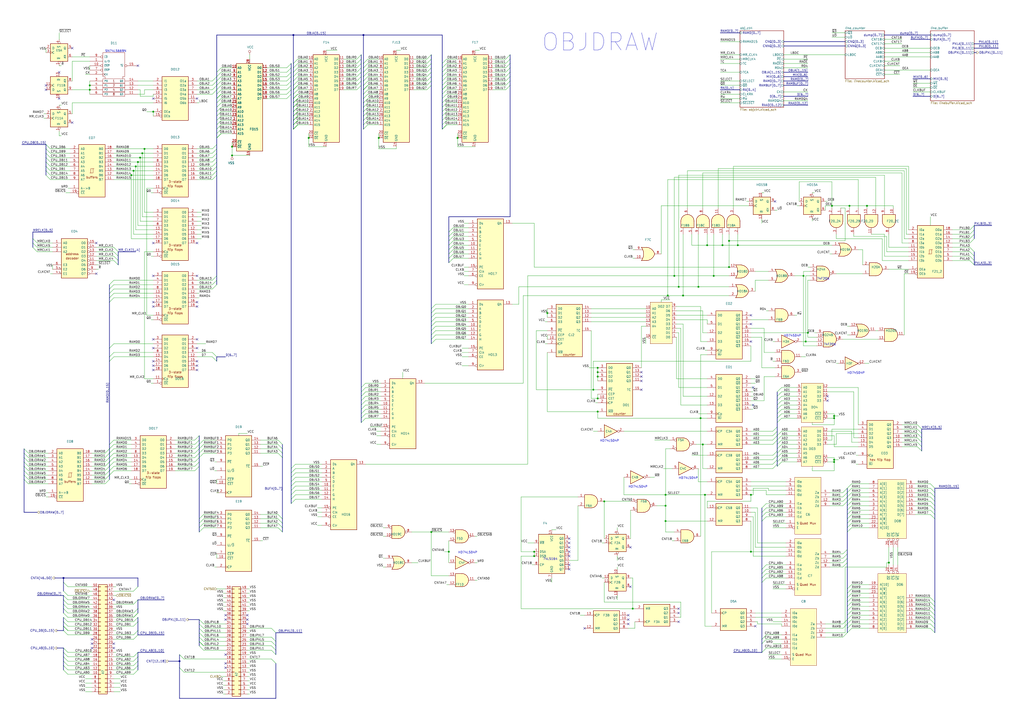
<source format=kicad_sch>
(kicad_sch (version 20211123) (generator eeschema)
  (paper "A2")
  (title_block (title "Kyukyoku Tiger -Bootleg-") (date "2022-04-29") (rev "J. Tejada") (company "JOTEGO") (comment 1 "JOTEGO"))
  (junction (at 317.5 181.61))
  (junction (at 52.07 52.07))
  (junction (at 467.36 198.12))
  (junction (at 502.92 119.38))
  (junction (at 346.71 215.9))
  (junction (at 468.63 193.04))
  (junction (at 435.61 287.02))
  (junction (at 386.08 287.02))
  (junction (at 483.87 241.3))
  (junction (at 435.61 320.04))
  (junction (at 346.71 238.76))
  (junction (at 81.28 91.44))
  (junction (at 346.71 218.44))
  (junction (at 414.02 160.02))
  (junction (at 344.17 226.06))
  (junction (at 483.87 267.97))
  (junction (at 367.03 353.06))
  (junction (at 83.82 86.36))
  (junction (at 483.87 266.7))
  (junction (at 391.16 160.02))
  (junction (at 134.62 85.09))
  (junction (at 134.62 90.17))
  (junction (at 346.71 213.36))
  (junction (at 408.94 287.02))
  (junction (at 219.71 80.01))
  (junction (at 466.09 160.02))
  (junction (at 386.08 302.26))
  (junction (at 52.07 49.53))
  (junction (at 76.2 101.6))
  (junction (at 179.07 80.01))
  (junction (at 405.13 166.37))
  (junction (at 419.1 142.24))
  (junction (at 260.35 320.04))
  (junction (at 492.76 119.38))
  (junction (at 427.99 142.24))
  (junction (at 78.74 96.52))
  (junction (at 265.43 80.01))
  (junction (at 387.35 171.45))
  (junction (at 80.01 93.98))
  (junction (at 410.21 142.24))
  (junction (at 309.88 322.58))
  (junction (at 36.83 335.28))
  (junction (at 515.62 326.39))
  (junction (at 422.91 139.7))
  (junction (at 386.08 293.37))
  (junction (at 482.6 119.38))
  (junction (at 170.18 20.32))
  (junction (at 77.47 99.06))
  (junction (at 88.9 64.77))
  (junction (at 393.7 166.37))
  (junction (at 309.88 320.04))
  (junction (at 82.55 88.9))
  (junction (at 210.82 20.32))
  (junction (at 396.24 171.45))
  (junction (at 104.14 383.54))
  (junction (at 250.19 308.61))
  (junction (at 350.52 290.83))
  (junction (at 407.67 257.81))
  (junction (at 346.71 231.14))
  (junction (at 422.91 154.94))
  (junction (at 483.87 242.57))
  (junction (at 406.4 242.57))
  (no_connect (at 88.9 57.15))
  (no_connect (at 365.76 317.5))
  (no_connect (at 88.9 214.63))
  (no_connect (at 436.88 224.79))
  (no_connect (at 114.3 160.02))
  (no_connect (at 34.29 41.91))
  (no_connect (at 88.9 140.97))
  (no_connect (at 330.2 320.04))
  (no_connect (at 41.91 71.12))
  (no_connect (at 372.11 215.9))
  (no_connect (at 339.09 364.49))
  (no_connect (at 88.9 175.26))
  (no_connect (at 364.49 356.87))
  (no_connect (at 435.61 198.12))
  (no_connect (at 114.3 177.8))
  (no_connect (at 88.9 177.8))
  (no_connect (at 88.9 201.93))
  (no_connect (at 143.51 359.41))
  (no_connect (at 435.61 187.96))
  (no_connect (at 114.3 201.93))
  (no_connect (at 480.06 229.87))
  (no_connect (at 55.88 140.97))
  (no_connect (at 88.9 196.85))
  (no_connect (at 80.01 38.1))
  (no_connect (at 393.7 353.06))
  (no_connect (at 114.3 212.09))
  (no_connect (at 330.2 312.42))
  (no_connect (at 130.81 384.81))
  (no_connect (at 365.76 340.36))
  (no_connect (at 143.51 356.87))
  (no_connect (at 66.04 375.92))
  (no_connect (at 66.04 347.98))
  (no_connect (at 393.7 355.6))
  (no_connect (at 372.11 218.44))
  (no_connect (at 330.2 317.5))
  (no_connect (at 66.04 373.38))
  (no_connect (at 88.9 160.02))
  (no_connect (at 26.67 52.07))
  (no_connect (at 53.34 370.84))
  (no_connect (at 88.9 209.55))
  (no_connect (at 372.11 220.98))
  (no_connect (at 130.81 379.73))
  (no_connect (at 436.88 234.95))
  (no_connect (at 114.3 57.15))
  (no_connect (at 130.81 356.87))
  (no_connect (at 114.3 175.26))
  (no_connect (at 114.3 209.55))
  (no_connect (at 114.3 196.85))
  (no_connect (at 330.2 322.58))
  (no_connect (at 480.06 232.41))
  (no_connect (at 130.81 387.35))
  (no_connect (at 364.49 359.41))
  (no_connect (at 130.81 359.41))
  (no_connect (at 143.51 361.95))
  (no_connect (at 53.34 373.38))
  (no_connect (at 88.9 212.09))
  (no_connect (at 330.2 314.96))
  (no_connect (at 438.15 363.22))
  (no_connect (at 41.91 27.94))
  (no_connect (at 34.29 57.15))
  (no_connect (at 114.3 140.97))
  (no_connect (at 330.2 330.2))
  (no_connect (at 435.61 182.88))
  (no_connect (at 114.3 214.63))
  (no_connect (at 55.88 158.75))
  (no_connect (at 372.11 226.06))
  (no_connect (at 393.7 360.68))
  (no_connect (at 53.34 375.92))
  (no_connect (at 449.58 116.84))
  (no_connect (at 364.49 361.95))
  (no_connect (at 330.2 327.66))
  (no_connect (at 26.67 49.53))
  (bus_entry (at 250.19 189.23) (size 2.54 -2.54))
  (bus_entry (at 453.39 240.03) (size -2.54 2.54))
  (bus_entry (at 13.97 275.59) (size 2.54 2.54))
  (bus_entry (at 170.18 54.61) (size 2.54 -2.54))
  (bus_entry (at 39.37 378.46) (size -2.54 -2.54))
  (bus_entry (at 453.39 262.89) (size -2.54 2.54))
  (bus_entry (at 170.18 57.15) (size 2.54 -2.54))
  (bus_entry (at 441.96 330.2) (size 2.54 -2.54))
  (bus_entry (at 170.18 46.99) (size 2.54 -2.54))
  (bus_entry (at 491.49 359.41) (size 2.54 -2.54))
  (bus_entry (at 453.39 234.95) (size -2.54 2.54))
  (bus_entry (at 170.18 69.85) (size 2.54 -2.54))
  (bus_entry (at 209.55 240.03) (size 2.54 -2.54))
  (bus_entry (at 77.47 360.68) (size 2.54 -2.54))
  (bus_entry (at 491.49 344.17) (size 2.54 -2.54))
  (bus_entry (at 170.18 67.31) (size 2.54 -2.54))
  (bus_entry (at 210.82 59.69) (size 2.54 -2.54))
  (bus_entry (at 166.37 57.15) (size 2.54 -2.54))
  (bus_entry (at 247.65 44.45) (size 2.54 -2.54))
  (bus_entry (at 256.54 52.07) (size 2.54 -2.54))
  (bus_entry (at 60.96 273.05) (size 2.54 -2.54))
  (bus_entry (at 491.49 356.87) (size 2.54 -2.54))
  (bus_entry (at 36.83 386.08) (size 2.54 2.54))
  (bus_entry (at 565.15 135.89) (size -2.54 2.54))
  (bus_entry (at 491.49 306.07) (size 2.54 -2.54))
  (bus_entry (at 63.5 262.89) (size 2.54 -2.54))
  (bus_entry (at 260.35 149.86) (size 2.54 -2.54))
  (bus_entry (at 247.65 49.53) (size 2.54 -2.54))
  (bus_entry (at 125.73 52.07) (size 2.54 -2.54))
  (bus_entry (at 104.14 379.73) (size 2.54 2.54))
  (bus_entry (at 441.96 370.84) (size 2.54 -2.54))
  (bus_entry (at 539.75 288.29) (size 2.54 2.54))
  (bus_entry (at 160.02 384.81) (size -2.54 -2.54))
  (bus_entry (at 166.37 41.91) (size 2.54 -2.54))
  (bus_entry (at 252.73 196.85) (size -2.54 2.54))
  (bus_entry (at 170.18 59.69) (size 2.54 -2.54))
  (bus_entry (at 441.96 332.74) (size 2.54 -2.54))
  (bus_entry (at 77.47 350.52) (size 2.54 -2.54))
  (bus_entry (at 60.96 265.43) (size 2.54 -2.54))
  (bus_entry (at 113.03 262.89) (size 2.54 -2.54))
  (bus_entry (at 450.85 252.73) (size -2.54 2.54))
  (bus_entry (at 441.96 302.26) (size 2.54 -2.54))
  (bus_entry (at 565.15 130.81) (size -2.54 2.54))
  (bus_entry (at 565.15 133.35) (size -2.54 2.54))
  (bus_entry (at 123.19 165.1) (size 2.54 -2.54))
  (bus_entry (at 256.54 52.07) (size 2.54 -2.54))
  (bus_entry (at 115.57 265.43) (size 2.54 -2.54))
  (bus_entry (at 161.29 255.27) (size 2.54 2.54))
  (bus_entry (at 491.49 300.99) (size 2.54 -2.54))
  (bus_entry (at 115.57 303.53) (size 2.54 -2.54))
  (bus_entry (at 250.19 186.69) (size 2.54 -2.54))
  (bus_entry (at 13.97 262.89) (size 2.54 2.54))
  (bus_entry (at 77.47 358.14) (size 2.54 -2.54))
  (bus_entry (at 207.01 52.07) (size 2.54 -2.54))
  (bus_entry (at 123.19 46.99) (size 2.54 -2.54))
  (bus_entry (at 170.18 74.93) (size 2.54 -2.54))
  (bus_entry (at 36.83 388.62) (size 2.54 2.54))
  (bus_entry (at 453.39 229.87) (size -2.54 2.54))
  (bus_entry (at 13.97 278.13) (size 2.54 2.54))
  (bus_entry (at 260.35 152.4) (size 2.54 -2.54))
  (bus_entry (at 26.67 96.52) (size 2.54 2.54))
  (bus_entry (at 115.57 374.65) (size 2.54 2.54))
  (bus_entry (at 66.04 148.59) (size 2.54 2.54))
  (bus_entry (at 441.96 297.18) (size 2.54 -2.54))
  (bus_entry (at 170.18 69.85) (size 2.54 -2.54))
  (bus_entry (at 539.75 285.75) (size 2.54 2.54))
  (bus_entry (at 77.47 358.14) (size 2.54 -2.54))
  (bus_entry (at 209.55 234.95) (size 2.54 -2.54))
  (bus_entry (at 170.18 72.39) (size 2.54 -2.54))
  (bus_entry (at 63.5 267.97) (size 2.54 -2.54))
  (bus_entry (at 565.15 146.05) (size -2.54 -2.54))
  (bus_entry (at 170.18 57.15) (size 2.54 -2.54))
  (bus_entry (at 539.75 361.95) (size 2.54 2.54))
  (bus_entry (at 113.03 265.43) (size 2.54 -2.54))
  (bus_entry (at 170.18 36.83) (size 2.54 -2.54))
  (bus_entry (at 207.01 34.29) (size 2.54 -2.54))
  (bus_entry (at 63.5 209.55) (size 2.54 -2.54))
  (bus_entry (at 453.39 250.19) (size -2.54 2.54))
  (bus_entry (at 123.19 88.9) (size 2.54 -2.54))
  (bus_entry (at 539.75 280.67) (size 2.54 2.54))
  (bus_entry (at 532.13 254) (size 2.54 2.54))
  (bus_entry (at 125.73 80.01) (size 2.54 -2.54))
  (bus_entry (at 161.29 303.53) (size 2.54 2.54))
  (bus_entry (at 123.19 93.98) (size 2.54 -2.54))
  (bus_entry (at 123.19 207.01) (size 2.54 2.54))
  (bus_entry (at 60.96 278.13) (size 2.54 -2.54))
  (bus_entry (at 19.05 143.51) (size 2.54 2.54))
  (bus_entry (at 63.5 270.51) (size 2.54 -2.54))
  (bus_entry (at 256.54 74.93) (size 2.54 -2.54))
  (bus_entry (at 125.73 41.91) (size 2.54 -2.54))
  (bus_entry (at 19.05 138.43) (size 2.54 2.54))
  (bus_entry (at 532.13 259.08) (size 2.54 2.54))
  (bus_entry (at 125.73 80.01) (size 2.54 -2.54))
  (bus_entry (at 125.73 67.31) (size 2.54 -2.54))
  (bus_entry (at 26.67 86.36) (size 2.54 2.54))
  (bus_entry (at 491.49 364.49) (size 2.54 -2.54))
  (bus_entry (at 170.18 44.45) (size 2.54 -2.54))
  (bus_entry (at 539.75 354.33) (size 2.54 2.54))
  (bus_entry (at 450.85 266.7) (size -2.54 2.54))
  (bus_entry (at 113.03 273.05) (size 2.54 -2.54))
  (bus_entry (at 210.82 74.93) (size 2.54 -2.54))
  (bus_entry (at 250.19 184.15) (size 2.54 -2.54))
  (bus_entry (at 123.19 101.6) (size 2.54 -2.54))
  (bus_entry (at 491.49 354.33) (size 2.54 -2.54))
  (bus_entry (at 60.96 270.51) (size 2.54 -2.54))
  (bus_entry (at 210.82 67.31) (size 2.54 -2.54))
  (bus_entry (at 36.83 360.68) (size 2.54 2.54))
  (bus_entry (at 104.14 387.35) (size 2.54 2.54))
  (bus_entry (at 115.57 359.41) (size 2.54 2.54))
  (bus_entry (at 63.5 273.05) (size 2.54 -2.54))
  (bus_entry (at 453.39 232.41) (size -2.54 2.54))
  (bus_entry (at 115.57 364.49) (size 2.54 2.54))
  (bus_entry (at 60.96 275.59) (size 2.54 -2.54))
  (bus_entry (at 19.05 140.97) (size 2.54 2.54))
  (bus_entry (at 491.49 298.45) (size 2.54 -2.54))
  (bus_entry (at 207.01 44.45) (size 2.54 -2.54))
  (bus_entry (at 539.75 346.71) (size 2.54 2.54))
  (bus_entry (at 115.57 361.95) (size 2.54 2.54))
  (bus_entry (at 170.18 74.93) (size 2.54 -2.54))
  (bus_entry (at 565.15 153.67) (size -2.54 -2.54))
  (bus_entry (at 293.37 44.45) (size 2.54 -2.54))
  (bus_entry (at 532.13 251.46) (size 2.54 2.54))
  (bus_entry (at 441.96 378.46) (size 2.54 -2.54))
  (bus_entry (at 209.55 229.87) (size 2.54 -2.54))
  (bus_entry (at 210.82 36.83) (size 2.54 -2.54))
  (bus_entry (at 293.37 46.99) (size 2.54 -2.54))
  (bus_entry (at 491.49 290.83) (size 2.54 -2.54))
  (bus_entry (at 491.49 285.75) (size 2.54 -2.54))
  (bus_entry (at 260.35 144.78) (size 2.54 -2.54))
  (bus_entry (at 250.19 179.07) (size 2.54 -2.54))
  (bus_entry (at 123.19 86.36) (size 2.54 -2.54))
  (bus_entry (at 260.35 139.7) (size 2.54 -2.54))
  (bus_entry (at 539.75 351.79) (size 2.54 2.54))
  (bus_entry (at 209.55 232.41) (size 2.54 -2.54))
  (bus_entry (at 260.35 142.24) (size 2.54 -2.54))
  (bus_entry (at 256.54 62.23) (size 2.54 -2.54))
  (bus_entry (at 161.29 298.45) (size 2.54 2.54))
  (bus_entry (at 113.03 267.97) (size 2.54 -2.54))
  (bus_entry (at 160.02 377.19) (size -2.54 -2.54))
  (bus_entry (at 166.37 39.37) (size 2.54 -2.54))
  (bus_entry (at 36.83 381) (size 2.54 2.54))
  (bus_entry (at 491.49 341.63) (size 2.54 -2.54))
  (bus_entry (at 26.67 83.82) (size 2.54 2.54))
  (bus_entry (at 256.54 44.45) (size 2.54 -2.54))
  (bus_entry (at 210.82 64.77) (size 2.54 -2.54))
  (bus_entry (at 115.57 306.07) (size 2.54 -2.54))
  (bus_entry (at 539.75 359.41) (size 2.54 2.54))
  (bus_entry (at 210.82 52.07) (size 2.54 -2.54))
  (bus_entry (at 125.73 72.39) (size 2.54 -2.54))
  (bus_entry (at 66.04 151.13) (size 2.54 2.54))
  (bus_entry (at 161.29 257.81) (size 2.54 2.54))
  (bus_entry (at 256.54 41.91) (size 2.54 -2.54))
  (bus_entry (at 450.85 264.16) (size -2.54 2.54))
  (bus_entry (at 115.57 300.99) (size 2.54 -2.54))
  (bus_entry (at 115.57 369.57) (size 2.54 2.54))
  (bus_entry (at 539.75 298.45) (size 2.54 2.54))
  (bus_entry (at 256.54 36.83) (size 2.54 -2.54))
  (bus_entry (at 66.04 146.05) (size 2.54 2.54))
  (bus_entry (at 77.47 355.6) (size 2.54 -2.54))
  (bus_entry (at 26.67 93.98) (size 2.54 2.54))
  (bus_entry (at 170.18 62.23) (size 2.54 -2.54))
  (bus_entry (at 209.55 242.57) (size 2.54 -2.54))
  (bus_entry (at 247.65 41.91) (size 2.54 -2.54))
  (bus_entry (at 125.73 54.61) (size 2.54 -2.54))
  (bus_entry (at 210.82 54.61) (size 2.54 -2.54))
  (bus_entry (at 166.37 54.61) (size 2.54 -2.54))
  (bus_entry (at 80.01 388.62) (size -2.54 2.54))
  (bus_entry (at 36.83 350.52) (size 2.54 2.54))
  (bus_entry (at 491.49 367.03) (size 2.54 -2.54))
  (bus_entry (at 441.96 373.38) (size 2.54 -2.54))
  (bus_entry (at 125.73 77.47) (size 2.54 -2.54))
  (bus_entry (at 60.96 267.97) (size 2.54 -2.54))
  (bus_entry (at 539.75 295.91) (size 2.54 2.54))
  (bus_entry (at 123.19 54.61) (size 2.54 -2.54))
  (bus_entry (at 250.19 194.31) (size 2.54 -2.54))
  (bus_entry (at 123.19 91.44) (size 2.54 -2.54))
  (bus_entry (at 26.67 88.9) (size 2.54 2.54))
  (bus_entry (at 36.83 378.46) (size 2.54 2.54))
  (bus_entry (at 170.18 64.77) (size 2.54 -2.54))
  (bus_entry (at 161.29 262.89) (size 2.54 2.54))
  (bus_entry (at 36.83 347.98) (size 2.54 2.54))
  (bus_entry (at 293.37 36.83) (size 2.54 -2.54))
  (bus_entry (at 539.75 349.25) (size 2.54 2.54))
  (bus_entry (at 166.37 49.53) (size 2.54 -2.54))
  (bus_entry (at 256.54 46.99) (size 2.54 -2.54))
  (bus_entry (at 488.95 285.75) (size 2.54 -2.54))
  (bus_entry (at 115.57 372.11) (size 2.54 2.54))
  (bus_entry (at 36.83 345.44) (size 2.54 2.54))
  (bus_entry (at 256.54 49.53) (size 2.54 -2.54))
  (bus_entry (at 488.95 369.57) (size 2.54 -2.54))
  (bus_entry (at 256.54 67.31) (size 2.54 -2.54))
  (bus_entry (at 210.82 49.53) (size 2.54 -2.54))
  (bus_entry (at 491.49 361.95) (size 2.54 -2.54))
  (bus_entry (at 13.97 267.97) (size 2.54 2.54))
  (bus_entry (at 113.03 255.27) (size 2.54 -2.54))
  (bus_entry (at 13.97 270.51) (size 2.54 2.54))
  (bus_entry (at 453.39 252.73) (size -2.54 2.54))
  (bus_entry (at 168.91 287.02) (size 2.54 -2.54))
  (bus_entry (at 113.03 257.81) (size 2.54 -2.54))
  (bus_entry (at 488.95 321.31) (size 2.54 -2.54))
  (bus_entry (at 125.73 57.15) (size 2.54 -2.54))
  (bus_entry (at 113.03 260.35) (size 2.54 -2.54))
  (bus_entry (at 210.82 57.15) (size 2.54 -2.54))
  (bus_entry (at 63.5 167.64) (size 2.54 -2.54))
  (bus_entry (at 160.02 379.73) (size -2.54 -2.54))
  (bus_entry (at 453.39 267.97) (size -2.54 2.54))
  (bus_entry (at 168.91 281.94) (size 2.54 -2.54))
  (bus_entry (at 63.5 201.93) (size 2.54 -2.54))
  (bus_entry (at 256.54 69.85) (size 2.54 -2.54))
  (bus_entry (at 168.91 271.78) (size 2.54 -2.54))
  (bus_entry (at 256.54 59.69) (size 2.54 -2.54))
  (bus_entry (at 247.65 46.99) (size 2.54 -2.54))
  (bus_entry (at 39.37 340.36) (size -2.54 -2.54))
  (bus_entry (at 170.18 74.93) (size 2.54 -2.54))
  (bus_entry (at 210.82 39.37) (size 2.54 -2.54))
  (bus_entry (at 123.19 167.64) (size 2.54 -2.54))
  (bus_entry (at 166.37 44.45) (size 2.54 -2.54))
  (bus_entry (at 441.96 335.28) (size 2.54 -2.54))
  (bus_entry (at 207.01 36.83) (size 2.54 -2.54))
  (bus_entry (at 293.37 41.91) (size 2.54 -2.54))
  (bus_entry (at 565.15 148.59) (size -2.54 -2.54))
  (bus_entry (at 247.65 52.07) (size 2.54 -2.54))
  (bus_entry (at 260.35 147.32) (size 2.54 -2.54))
  (bus_entry (at 26.67 99.06) (size 2.54 2.54))
  (bus_entry (at 13.97 273.05) (size 2.54 2.54))
  (bus_entry (at 161.29 306.07) (size 2.54 2.54))
  (bus_entry (at 160.02 374.65) (size -2.54 -2.54))
  (bus_entry (at 441.96 294.64) (size 2.54 -2.54))
  (bus_entry (at 168.91 279.4) (size 2.54 -2.54))
  (bus_entry (at 293.37 52.07) (size 2.54 -2.54))
  (bus_entry (at 212.09 242.57) (size -2.54 2.54))
  (bus_entry (at 256.54 57.15) (size 2.54 -2.54))
  (bus_entry (at 125.73 59.69) (size 2.54 -2.54))
  (bus_entry (at 207.01 49.53) (size 2.54 -2.54))
  (bus_entry (at 210.82 44.45) (size 2.54 -2.54))
  (bus_entry (at 491.49 349.25) (size 2.54 -2.54))
  (bus_entry (at 450.85 269.24) (size -2.54 2.54))
  (bus_entry (at 453.39 257.81) (size -2.54 2.54))
  (bus_entry (at 488.95 288.29) (size 2.54 -2.54))
  (bus_entry (at 207.01 39.37) (size 2.54 -2.54))
  (bus_entry (at 60.96 280.67) (size 2.54 -2.54))
  (bus_entry (at 161.29 260.35) (size 2.54 2.54))
  (bus_entry (at 77.47 368.3) (size 2.54 -2.54))
  (bus_entry (at 450.85 261.62) (size -2.54 2.54))
  (bus_entry (at 36.83 383.54) (size 2.54 2.54))
  (bus_entry (at 77.47 381) (size 2.54 -2.54))
  (bus_entry (at 170.18 52.07) (size 2.54 -2.54))
  (bus_entry (at 491.49 303.53) (size 2.54 -2.54))
  (bus_entry (at 168.91 289.56) (size 2.54 -2.54))
  (bus_entry (at 63.5 172.72) (size 2.54 -2.54))
  (bus_entry (at 293.37 34.29) (size 2.54 -2.54))
  (bus_entry (at 247.65 36.83) (size 2.54 -2.54))
  (bus_entry (at 125.73 49.53) (size 2.54 -2.54))
  (bus_entry (at 450.85 250.19) (size -2.54 2.54))
  (bus_entry (at 491.49 295.91) (size 2.54 -2.54))
  (bus_entry (at 63.5 175.26) (size 2.54 -2.54))
  (bus_entry (at 488.95 328.93) (size 2.54 -2.54))
  (bus_entry (at 210.82 62.23) (size 2.54 -2.54))
  (bus_entry (at 488.95 323.85) (size 2.54 -2.54))
  (bus_entry (at 293.37 49.53) (size 2.54 -2.54))
  (bus_entry (at 125.73 74.93) (size 2.54 -2.54))
  (bus_entry (at 63.5 260.35) (size 2.54 -2.54))
  (bus_entry (at 488.95 290.83) (size 2.54 -2.54))
  (bus_entry (at 168.91 274.32) (size 2.54 -2.54))
  (bus_entry (at 453.39 260.35) (size -2.54 2.54))
  (bus_entry (at 161.29 300.99) (size 2.54 2.54))
  (bus_entry (at 166.37 52.07) (size 2.54 -2.54))
  (bus_entry (at 168.91 284.48) (size 2.54 -2.54))
  (bus_entry (at 63.5 275.59) (size 2.54 -2.54))
  (bus_entry (at 453.39 227.33) (size -2.54 2.54))
  (bus_entry (at 80.01 381) (size -2.54 2.54))
  (bus_entry (at 125.73 64.77) (size 2.54 -2.54))
  (bus_entry (at 26.67 91.44) (size 2.54 2.54))
  (bus_entry (at 488.95 361.95) (size 2.54 -2.54))
  (bus_entry (at 80.01 386.08) (size -2.54 2.54))
  (bus_entry (at 115.57 257.81) (size 2.54 -2.54))
  (bus_entry (at 13.97 260.35) (size 2.54 2.54))
  (bus_entry (at 36.83 365.76) (size 2.54 2.54))
  (bus_entry (at 293.37 39.37) (size 2.54 -2.54))
  (bus_entry (at 488.95 293.37) (size 2.54 -2.54))
  (bus_entry (at 488.95 364.49) (size 2.54 -2.54))
  (bus_entry (at 260.35 137.16) (size 2.54 -2.54))
  (bus_entry (at 210.82 46.99) (size 2.54 -2.54))
  (bus_entry (at 256.54 74.93) (size 2.54 -2.54))
  (bus_entry (at 532.13 256.54) (size 2.54 2.54))
  (bus_entry (at 60.96 262.89) (size 2.54 -2.54))
  (bus_entry (at 450.85 247.65) (size -2.54 2.54))
  (bus_entry (at 113.03 270.51) (size 2.54 -2.54))
  (bus_entry (at 170.18 62.23) (size 2.54 -2.54))
  (bus_entry (at 260.35 134.62) (size 2.54 -2.54))
  (bus_entry (at 115.57 262.89) (size 2.54 -2.54))
  (bus_entry (at 168.91 276.86) (size 2.54 -2.54))
  (bus_entry (at 565.15 151.13) (size -2.54 -2.54))
  (bus_entry (at 123.19 104.14) (size 2.54 -2.54))
  (bus_entry (at 125.73 46.99) (size 2.54 -2.54))
  (bus_entry (at 453.39 237.49) (size -2.54 2.54))
  (bus_entry (at 209.55 237.49) (size 2.54 -2.54))
  (bus_entry (at 256.54 72.39) (size 2.54 -2.54))
  (bus_entry (at 63.5 257.81) (size 2.54 -2.54))
  (bus_entry (at 123.19 52.07) (size 2.54 -2.54))
  (bus_entry (at 210.82 52.07) (size 2.54 -2.54))
  (bus_entry (at 539.75 293.37) (size 2.54 2.54))
  (bus_entry (at 123.19 96.52) (size 2.54 -2.54))
  (bus_entry (at 491.49 293.37) (size 2.54 -2.54))
  (bus_entry (at 115.57 372.11) (size 2.54 2.54))
  (bus_entry (at 210.82 69.85) (size 2.54 -2.54))
  (bus_entry (at 256.54 39.37) (size 2.54 -2.54))
  (bus_entry (at 170.18 67.31) (size 2.54 -2.54))
  (bus_entry (at 539.75 364.49) (size 2.54 2.54))
  (bus_entry (at 247.65 39.37) (size 2.54 -2.54))
  (bus_entry (at 441.96 299.72) (size 2.54 -2.54))
  (bus_entry (at 207.01 41.91) (size 2.54 -2.54))
  (bus_entry (at 256.54 64.77) (size 2.54 -2.54))
  (bus_entry (at 250.19 181.61) (size 2.54 -2.54))
  (bus_entry (at 170.18 49.53) (size 2.54 -2.54))
  (bus_entry (at 453.39 265.43) (size -2.54 2.54))
  (bus_entry (at 491.49 351.79) (size 2.54 -2.54))
  (bus_entry (at 123.19 204.47) (size 2.54 2.54))
  (bus_entry (at 448.31 257.81) (size 2.54 -2.54))
  (bus_entry (at 63.5 207.01) (size 2.54 -2.54))
  (bus_entry (at 488.95 326.39) (size 2.54 -2.54))
  (bus_entry (at 166.37 46.99) (size 2.54 -2.54))
  (bus_entry (at 170.18 52.07) (size 2.54 -2.54))
  (bus_entry (at 63.5 165.1) (size 2.54 -2.54))
  (bus_entry (at 170.18 59.69) (size 2.54 -2.54))
  (bus_entry (at 36.83 363.22) (size 2.54 2.54))
  (bus_entry (at 26.67 101.6) (size 2.54 2.54))
  (bus_entry (at 250.19 196.85) (size 2.54 -2.54))
  (bus_entry (at 491.49 288.29) (size 2.54 -2.54))
  (bus_entry (at 247.65 34.29) (size 2.54 -2.54))
  (bus_entry (at 441.96 337.82) (size 2.54 -2.54))
  (bus_entry (at 532.13 246.38) (size 2.54 2.54))
  (bus_entry (at 125.73 57.15) (size 2.54 -2.54))
  (bus_entry (at 491.49 308.61) (size 2.54 -2.54))
  (bus_entry (at 168.91 292.1) (size 2.54 -2.54))
  (bus_entry (at 491.49 346.71) (size 2.54 -2.54))
  (bus_entry (at 123.19 49.53) (size 2.54 -2.54))
  (bus_entry (at 77.47 370.84) (size 2.54 -2.54))
  (bus_entry (at 125.73 69.85) (size 2.54 -2.54))
  (bus_entry (at 123.19 162.56) (size 2.54 -2.54))
  (bus_entry (at 453.39 224.79) (size -2.54 2.54))
  (bus_entry (at 36.83 363.22) (size 2.54 2.54))
  (bus_entry (at 36.83 353.06) (size 2.54 2.54))
  (bus_entry (at 453.39 242.57) (size -2.54 2.54))
  (bus_entry (at 36.83 342.9) (size 2.54 2.54))
  (bus_entry (at 539.75 290.83) (size 2.54 2.54))
  (bus_entry (at 170.18 64.77) (size 2.54 -2.54))
  (bus_entry (at 170.18 39.37) (size 2.54 -2.54))
  (bus_entry (at 160.02 372.11) (size -2.54 -2.54))
  (bus_entry (at 565.15 138.43) (size -2.54 2.54))
  (bus_entry (at 115.57 260.35) (size 2.54 -2.54))
  (bus_entry (at 125.73 62.23) (size 2.54 -2.54))
  (bus_entry (at 115.57 367.03) (size 2.54 2.54))
  (bus_entry (at 36.83 358.14) (size 2.54 2.54))
  (bus_entry (at 453.39 255.27) (size -2.54 2.54))
  (bus_entry (at 539.75 283.21) (size 2.54 2.54))
  (bus_entry (at 209.55 224.79) (size 2.54 -2.54))
  (bus_entry (at 170.18 41.91) (size 2.54 -2.54))
  (bus_entry (at 539.75 356.87) (size 2.54 2.54))
  (bus_entry (at 250.19 191.77) (size 2.54 -2.54))
  (bus_entry (at 80.01 383.54) (size -2.54 2.54))
  (bus_entry (at 160.02 367.03) (size -2.54 -2.54))
  (bus_entry (at 207.01 46.99) (size 2.54 -2.54))
  (bus_entry (at 210.82 41.91) (size 2.54 -2.54))
  (bus_entry (at 66.04 143.51) (size 2.54 2.54))
  (bus_entry (at 63.5 265.43) (size 2.54 -2.54))
  (bus_entry (at 170.18 72.39) (size 2.54 -2.54))
  (bus_entry (at 532.13 248.92) (size 2.54 2.54))
  (bus_entry (at 491.49 283.21) (size 2.54 -2.54))
  (bus_entry (at 36.83 355.6) (size 2.54 2.54))
  (bus_entry (at 125.73 44.45) (size 2.54 -2.54))
  (bus_entry (at 77.47 363.22) (size 2.54 -2.54))
  (bus_entry (at 63.5 170.18) (size 2.54 -2.54))
  (bus_entry (at 209.55 227.33) (size 2.54 -2.54))
  (bus_entry (at 210.82 72.39) (size 2.54 -2.54))
  (bus_entry (at 256.54 54.61) (size 2.54 -2.54))
  (bus_entry (at 123.19 99.06) (size 2.54 -2.54))
  (bus_entry (at 77.47 342.9) (size 2.54 -2.54))
  (bus_entry (at 115.57 308.61) (size 2.54 -2.54))
  (bus_entry (at 13.97 265.43) (size 2.54 2.54))
  (wire (pts (xy 358.14 322.58) (xy 358.14 325.12)))
  (wire (pts (xy 130.81 344.17) (xy 129.54 344.17)))
  (wire (pts (xy 39.37 383.54) (xy 53.34 383.54)))
  (wire (pts (xy 481.33 326.39) (xy 488.95 326.39)))
  (bus (pts (xy 125.73 54.61) (xy 125.73 57.15)))
  (wire (pts (xy 483.87 265.43) (xy 483.87 266.7)))
  (wire (pts (xy 66.04 378.46) (xy 67.31 378.46)))
  (wire (pts (xy 361.95 276.86) (xy 361.95 287.02)))
  (wire (pts (xy 29.21 96.52) (xy 40.64 96.52)))
  (wire (pts (xy 128.27 44.45) (xy 134.62 44.45)))
  (wire (pts (xy 552.45 146.05) (xy 562.61 146.05)))
  (wire (pts (xy 453.39 267.97) (xy 462.28 267.97)))
  (wire (pts (xy 453.39 257.81) (xy 462.28 257.81)))
  (wire (pts (xy 154.94 39.37) (xy 166.37 39.37)))
  (wire (pts (xy 41.91 35.56) (xy 52.07 35.56)))
  (bus (pts (xy 534.67 251.46) (xy 534.67 254)))
  (wire (pts (xy 66.04 363.22) (xy 77.47 363.22)))
  (wire (pts (xy 393.7 193.04) (xy 393.7 224.79)))
  (wire (pts (xy 472.44 111.76) (xy 471.17 111.76)))
  (wire (pts (xy 483.87 241.3) (xy 486.41 241.3)))
  (wire (pts (xy 143.51 387.35) (xy 144.78 387.35)))
  (wire (pts (xy 407.67 257.81) (xy 410.21 257.81)))
  (wire (pts (xy 483.87 266.7) (xy 483.87 267.97)))
  (wire (pts (xy 223.52 328.93) (xy 222.25 328.93)))
  (wire (pts (xy 101.6 267.97) (xy 113.03 267.97)))
  (wire (pts (xy 368.3 364.49) (xy 364.49 364.49)))
  (bus (pts (xy 542.29 288.29) (xy 542.29 290.83)))
  (wire (pts (xy 346.71 242.57) (xy 346.71 238.76)))
  (wire (pts (xy 83.82 219.71) (xy 88.9 219.71)))
  (wire (pts (xy 435.61 237.49) (xy 436.88 237.49)))
  (wire (pts (xy 405.13 135.89) (xy 405.13 166.37)))
  (bus (pts (xy 256.54 59.69) (xy 256.54 62.23)))
  (wire (pts (xy 435.61 294.64) (xy 439.42 294.64)))
  (wire (pts (xy 213.36 54.61) (xy 219.71 54.61)))
  (wire (pts (xy 252.73 179.07) (xy 271.78 179.07)))
  (wire (pts (xy 410.21 290.83) (xy 410.21 294.64)))
  (bus (pts (xy 491.49 356.87) (xy 491.49 359.41)))
  (bus (pts (xy 36.83 383.54) (xy 36.83 386.08)))
  (wire (pts (xy 285.75 41.91) (xy 293.37 41.91)))
  (bus (pts (xy 542.29 283.21) (xy 542.29 285.75)))
  (wire (pts (xy 455.93 284.48) (xy 445.77 284.48)))
  (wire (pts (xy 66.04 93.98) (xy 80.01 93.98)))
  (wire (pts (xy 523.24 248.92) (xy 532.13 248.92)))
  (wire (pts (xy 406.4 242.57) (xy 346.71 242.57)))
  (bus (pts (xy 115.57 359.41) (xy 115.57 361.95)))
  (bus (pts (xy 256.54 52.07) (xy 256.54 54.61)))
  (bus (pts (xy 168.91 44.45) (xy 168.91 46.99)))
  (wire (pts (xy 171.45 276.86) (xy 186.69 276.86)))
  (wire (pts (xy 453.39 250.19) (xy 462.28 250.19)))
  (wire (pts (xy 392.43 195.58) (xy 392.43 219.71)))
  (wire (pts (xy 386.08 287.02) (xy 386.08 293.37)))
  (wire (pts (xy 497.84 224.79) (xy 497.84 246.38)))
  (wire (pts (xy 342.9 179.07) (xy 374.65 179.07)))
  (wire (pts (xy 154.94 44.45) (xy 166.37 44.45)))
  (wire (pts (xy 212.09 222.25) (xy 220.98 222.25)))
  (wire (pts (xy 530.86 351.79) (xy 539.75 351.79)))
  (wire (pts (xy 118.11 367.03) (xy 130.81 367.03)))
  (wire (pts (xy 66.04 91.44) (xy 81.28 91.44)))
  (wire (pts (xy 466.09 157.48) (xy 466.09 160.02)))
  (bus (pts (xy 450.85 229.87) (xy 450.85 232.41)))
  (wire (pts (xy 114.3 49.53) (xy 123.19 49.53)))
  (wire (pts (xy 80.01 52.07) (xy 81.28 52.07)))
  (wire (pts (xy 383.54 173.99) (xy 388.62 173.99)))
  (wire (pts (xy 483.87 267.97) (xy 480.06 267.97)))
  (wire (pts (xy 143.51 400.05) (xy 144.78 400.05)))
  (wire (pts (xy 524.51 138.43) (xy 527.05 138.43)))
  (wire (pts (xy 453.39 237.49) (xy 462.28 237.49)))
  (wire (pts (xy 21.59 146.05) (xy 30.48 146.05)))
  (wire (pts (xy 130.81 400.05) (xy 129.54 400.05)))
  (wire (pts (xy 342.9 184.15) (xy 374.65 184.15)))
  (wire (pts (xy 118.11 377.19) (xy 130.81 377.19)))
  (wire (pts (xy 39.37 388.62) (xy 53.34 388.62)))
  (wire (pts (xy 500.38 144.78) (xy 497.84 144.78)))
  (bus (pts (xy 210.82 69.85) (xy 210.82 72.39)))
  (wire (pts (xy 396.24 135.89) (xy 396.24 171.45)))
  (bus (pts (xy 125.73 93.98) (xy 125.73 96.52)))
  (bus (pts (xy 170.18 20.32) (xy 210.82 20.32)))
  (wire (pts (xy 494.03 344.17) (xy 504.19 344.17)))
  (bus (pts (xy 250.19 194.31) (xy 250.19 196.85)))
  (bus (pts (xy 542.29 356.87) (xy 542.29 359.41)))
  (wire (pts (xy 83.82 86.36) (xy 83.82 123.19)))
  (wire (pts (xy 143.51 397.51) (xy 144.78 397.51)))
  (wire (pts (xy 88.9 64.77) (xy 88.9 67.31)))
  (wire (pts (xy 212.09 224.79) (xy 220.98 224.79)))
  (bus (pts (xy 542.29 300.99) (xy 542.29 349.25)))
  (wire (pts (xy 368.3 360.68) (xy 368.3 364.49)))
  (wire (pts (xy 276.86 326.39) (xy 275.59 326.39)))
  (bus (pts (xy 170.18 41.91) (xy 170.18 44.45)))
  (bus (pts (xy 565.15 151.13) (xy 565.15 153.67)))
  (wire (pts (xy 471.17 270.51) (xy 471.17 273.05)))
  (wire (pts (xy 172.72 59.69) (xy 179.07 59.69)))
  (wire (pts (xy 466.09 200.66) (xy 473.71 200.66)))
  (bus (pts (xy 491.49 361.95) (xy 491.49 364.49)))
  (bus (pts (xy 13.97 273.05) (xy 13.97 275.59)))
  (wire (pts (xy 361.95 250.19) (xy 410.21 250.19)))
  (wire (pts (xy 342.9 181.61) (xy 374.65 181.61)))
  (bus (pts (xy 125.73 67.31) (xy 125.73 69.85)))
  (wire (pts (xy 511.81 138.43) (xy 511.81 151.13)))
  (wire (pts (xy 523.24 256.54) (xy 532.13 256.54)))
  (wire (pts (xy 134.62 74.93) (xy 128.27 74.93)))
  (wire (pts (xy 513.08 22.86) (xy 523.24 22.86)))
  (wire (pts (xy 435.61 232.41) (xy 443.23 232.41)))
  (bus (pts (xy 542.29 364.49) (xy 542.29 367.03)))
  (wire (pts (xy 186.69 299.72) (xy 184.15 299.72)))
  (wire (pts (xy 438.15 355.6) (xy 453.39 355.6)))
  (wire (pts (xy 511.81 151.13) (xy 527.05 151.13)))
  (wire (pts (xy 172.72 36.83) (xy 179.07 36.83)))
  (bus (pts (xy 80.01 378.46) (xy 95.25 378.46)))
  (wire (pts (xy 66.04 365.76) (xy 67.31 365.76)))
  (wire (pts (xy 138.43 251.46) (xy 143.51 251.46)))
  (wire (pts (xy 515.62 135.89) (xy 515.62 143.51)))
  (wire (pts (xy 478.79 369.57) (xy 488.95 369.57)))
  (wire (pts (xy 435.61 299.72) (xy 436.88 299.72)))
  (wire (pts (xy 212.09 269.24) (xy 306.07 269.24)))
  (wire (pts (xy 118.11 361.95) (xy 130.81 361.95)))
  (wire (pts (xy 495.3 254) (xy 495.3 227.33)))
  (wire (pts (xy 494.03 341.63) (xy 504.19 341.63)))
  (wire (pts (xy 250.19 334.01) (xy 260.35 334.01)))
  (bus (pts (xy 491.49 344.17) (xy 491.49 346.71)))
  (wire (pts (xy 218.44 250.19) (xy 220.98 250.19)))
  (wire (pts (xy 66.04 273.05) (xy 76.2 273.05)))
  (wire (pts (xy 527.05 143.51) (xy 515.62 143.51)))
  (wire (pts (xy 435.61 264.16) (xy 448.31 264.16)))
  (wire (pts (xy 408.94 363.22) (xy 412.75 363.22)))
  (wire (pts (xy 436.88 283.21) (xy 436.88 287.02)))
  (bus (pts (xy 168.91 281.94) (xy 168.91 284.48)))
  (wire (pts (xy 520.7 317.5) (xy 520.7 327.66)))
  (wire (pts (xy 240.03 36.83) (xy 247.65 36.83)))
  (wire (pts (xy 410.21 203.2) (xy 408.94 203.2)))
  (wire (pts (xy 309.88 154.94) (xy 309.88 129.54)))
  (wire (pts (xy 240.03 39.37) (xy 247.65 39.37)))
  (wire (pts (xy 453.39 260.35) (xy 462.28 260.35)))
  (wire (pts (xy 39.37 378.46) (xy 53.34 378.46)))
  (wire (pts (xy 444.5 335.28) (xy 455.93 335.28)))
  (wire (pts (xy 494.03 280.67) (xy 504.19 280.67)))
  (wire (pts (xy 435.61 302.26) (xy 435.61 320.04)))
  (bus (pts (xy 168.91 36.83) (xy 168.91 39.37)))
  (wire (pts (xy 171.45 284.48) (xy 186.69 284.48)))
  (wire (pts (xy 530.86 346.71) (xy 539.75 346.71)))
  (bus (pts (xy 250.19 36.83) (xy 250.19 39.37)))
  (bus (pts (xy 80.01 353.06) (xy 80.01 355.6)))
  (wire (pts (xy 485.14 257.81) (xy 485.14 251.46)))
  (bus (pts (xy 450.85 232.41) (xy 450.85 234.95)))
  (bus (pts (xy 295.91 36.83) (xy 295.91 39.37)))
  (wire (pts (xy 344.17 209.55) (xy 344.17 226.06)))
  (wire (pts (xy 494.03 359.41) (xy 504.19 359.41)))
  (bus (pts (xy 542.29 298.45) (xy 542.29 300.99)))
  (bus (pts (xy 13.97 278.13) (xy 13.97 297.18)))
  (wire (pts (xy 53.34 393.7) (xy 49.53 393.7)))
  (wire (pts (xy 448.31 341.63) (xy 455.93 341.63)))
  (wire (pts (xy 172.72 67.31) (xy 179.07 67.31)))
  (wire (pts (xy 53.34 342.9) (xy 52.07 342.9)))
  (wire (pts (xy 365.76 335.28) (xy 367.03 335.28)))
  (wire (pts (xy 172.72 64.77) (xy 179.07 64.77)))
  (wire (pts (xy 453.39 252.73) (xy 462.28 252.73)))
  (wire (pts (xy 87.63 111.76) (xy 88.9 111.76)))
  (wire (pts (xy 494.03 346.71) (xy 504.19 346.71)))
  (bus (pts (xy 19.05 140.97) (xy 19.05 143.51)))
  (wire (pts (xy 119.38 199.39) (xy 114.3 199.39)))
  (bus (pts (xy 63.5 207.01) (xy 63.5 209.55)))
  (wire (pts (xy 212.09 229.87) (xy 220.98 229.87)))
  (wire (pts (xy 151.13 300.99) (xy 161.29 300.99)))
  (wire (pts (xy 39.37 340.36) (xy 53.34 340.36)))
  (wire (pts (xy 81.28 52.07) (xy 81.28 55.88)))
  (bus (pts (xy 19.05 134.62) (xy 30.48 134.62)))
  (wire (pts (xy 232.41 29.21) (xy 229.87 29.21)))
  (wire (pts (xy 172.72 72.39) (xy 179.07 72.39)))
  (bus (pts (xy 454.66 55.88) (xy 468.63 55.88)))
  (bus (pts (xy 491.49 298.45) (xy 491.49 300.99)))
  (wire (pts (xy 41.91 35.56) (xy 41.91 46.99)))
  (bus (pts (xy 210.82 20.32) (xy 210.82 36.83)))
  (wire (pts (xy 311.15 226.06) (xy 344.17 226.06)))
  (wire (pts (xy 530.86 288.29) (xy 539.75 288.29)))
  (wire (pts (xy 212.09 232.41) (xy 220.98 232.41)))
  (wire (pts (xy 39.37 386.08) (xy 53.34 386.08)))
  (wire (pts (xy 501.65 210.82) (xy 504.19 210.82)))
  (wire (pts (xy 29.21 91.44) (xy 40.64 91.44)))
  (wire (pts (xy 472.44 193.04) (xy 473.71 193.04)))
  (wire (pts (xy 435.61 255.27) (xy 448.31 255.27)))
  (bus (pts (xy 80.01 347.98) (xy 95.25 347.98)))
  (wire (pts (xy 396.24 187.96) (xy 396.24 229.87)))
  (wire (pts (xy 81.28 91.44) (xy 81.28 128.27)))
  (wire (pts (xy 49.53 43.18) (xy 52.07 43.18)))
  (wire (pts (xy 406.4 242.57) (xy 406.4 311.15)))
  (wire (pts (xy 441.96 213.36) (xy 449.58 213.36)))
  (wire (pts (xy 101.6 273.05) (xy 113.03 273.05)))
  (wire (pts (xy 453.39 232.41) (xy 462.28 232.41)))
  (wire (pts (xy 422.91 135.89) (xy 422.91 139.7)))
  (wire (pts (xy 482.6 19.05) (xy 490.22 19.05)))
  (bus (pts (xy 209.55 31.75) (xy 209.55 34.29)))
  (wire (pts (xy 34.29 22.86) (xy 34.29 19.05)))
  (wire (pts (xy 435.61 195.58) (xy 441.96 195.58)))
  (wire (pts (xy 66.04 270.51) (xy 76.2 270.51)))
  (bus (pts (xy 13.97 275.59) (xy 13.97 278.13)))
  (wire (pts (xy 513.08 101.6) (xy 513.08 120.65)))
  (wire (pts (xy 374.65 195.58) (xy 374.65 199.39)))
  (wire (pts (xy 478.79 119.38) (xy 482.6 119.38)))
  (bus (pts (xy 63.5 172.72) (xy 63.5 175.26)))
  (wire (pts (xy 16.51 262.89) (xy 27.94 262.89)))
  (wire (pts (xy 106.68 382.27) (xy 130.81 382.27)))
  (bus (pts (xy 491.49 341.63) (xy 491.49 344.17)))
  (wire (pts (xy 508 102.87) (xy 391.16 102.87)))
  (wire (pts (xy 317.5 238.76) (xy 346.71 238.76)))
  (bus (pts (xy 256.54 57.15) (xy 256.54 59.69)))
  (wire (pts (xy 53.34 273.05) (xy 60.96 273.05)))
  (wire (pts (xy 344.17 226.06) (xy 346.71 226.06)))
  (wire (pts (xy 66.04 162.56) (xy 88.9 162.56)))
  (bus (pts (xy 210.82 44.45) (xy 210.82 46.99)))
  (wire (pts (xy 128.27 59.69) (xy 134.62 59.69)))
  (wire (pts (xy 487.68 120.65) (xy 490.22 120.65)))
  (bus (pts (xy 491.49 290.83) (xy 491.49 293.37)))
  (bus (pts (xy 26.67 86.36) (xy 26.67 88.9)))
  (wire (pts (xy 435.61 193.04) (xy 468.63 193.04)))
  (wire (pts (xy 189.23 29.21) (xy 195.58 29.21)))
  (bus (pts (xy 250.19 46.99) (xy 250.19 49.53)))
  (wire (pts (xy 417.83 24.13) (xy 429.26 24.13)))
  (bus (pts (xy 115.57 260.35) (xy 115.57 262.89)))
  (wire (pts (xy 134.62 62.23) (xy 128.27 62.23)))
  (wire (pts (xy 502.92 120.65) (xy 502.92 119.38)))
  (wire (pts (xy 88.9 146.05) (xy 83.82 146.05)))
  (wire (pts (xy 527.05 148.59) (xy 513.08 148.59)))
  (wire (pts (xy 514.35 146.05) (xy 514.35 137.16)))
  (wire (pts (xy 316.23 199.39) (xy 317.5 199.39)))
  (wire (pts (xy 471.17 245.11) (xy 471.17 246.38)))
  (wire (pts (xy 513.08 135.89) (xy 513.08 148.59)))
  (bus (pts (xy 125.73 101.6) (xy 125.73 160.02)))
  (wire (pts (xy 265.43 57.15) (xy 259.08 57.15)))
  (wire (pts (xy 124.46 267.97) (xy 125.73 267.97)))
  (bus (pts (xy 565.15 148.59) (xy 565.15 151.13)))
  (wire (pts (xy 386.08 287.02) (xy 408.94 287.02)))
  (wire (pts (xy 435.61 290.83) (xy 410.21 290.83)))
  (wire (pts (xy 317.5 179.07) (xy 317.5 181.61)))
  (bus (pts (xy 63.5 275.59) (xy 63.5 278.13)))
  (wire (pts (xy 285.75 34.29) (xy 293.37 34.29)))
  (wire (pts (xy 34.29 78.74) (xy 35.56 78.74)))
  (wire (pts (xy 422.91 171.45) (xy 396.24 171.45)))
  (wire (pts (xy 429.26 36.83) (xy 417.83 36.83)))
  (wire (pts (xy 213.36 57.15) (xy 219.71 57.15)))
  (wire (pts (xy 494.03 300.99) (xy 504.19 300.99)))
  (wire (pts (xy 66.04 340.36) (xy 67.31 340.36)))
  (bus (pts (xy 125.73 99.06) (xy 125.73 101.6)))
  (wire (pts (xy 39.37 391.16) (xy 53.34 391.16)))
  (bus (pts (xy 209.55 41.91) (xy 209.55 44.45)))
  (bus (pts (xy 450.85 247.65) (xy 450.85 250.19)))
  (bus (pts (xy 125.73 44.45) (xy 125.73 46.99)))
  (bus (pts (xy 250.19 44.45) (xy 250.19 46.99)))
  (wire (pts (xy 151.13 255.27) (xy 161.29 255.27)))
  (wire (pts (xy 260.35 320.04) (xy 260.35 326.39)))
  (bus (pts (xy 168.91 279.4) (xy 168.91 281.94)))
  (bus (pts (xy 125.73 72.39) (xy 125.73 74.93)))
  (wire (pts (xy 114.3 54.61) (xy 123.19 54.61)))
  (wire (pts (xy 523.24 140.97) (xy 523.24 100.33)))
  (wire (pts (xy 143.51 351.79) (xy 144.78 351.79)))
  (bus (pts (xy 417.83 19.05) (xy 429.26 19.05)))
  (bus (pts (xy 80.01 347.98) (xy 80.01 353.06)))
  (wire (pts (xy 417.83 31.75) (xy 429.26 31.75)))
  (bus (pts (xy 491.49 318.77) (xy 491.49 321.31)))
  (wire (pts (xy 262.89 134.62) (xy 271.78 134.62)))
  (wire (pts (xy 463.55 105.41) (xy 463.55 116.84)))
  (wire (pts (xy 481.33 290.83) (xy 488.95 290.83)))
  (wire (pts (xy 114.3 93.98) (xy 123.19 93.98)))
  (wire (pts (xy 453.39 240.03) (xy 462.28 240.03)))
  (bus (pts (xy 26.67 83.82) (xy 26.67 86.36)))
  (wire (pts (xy 444.5 287.02) (xy 455.93 287.02)))
  (wire (pts (xy 358.14 306.07) (xy 358.14 307.34)))
  (wire (pts (xy 523.24 259.08) (xy 532.13 259.08)))
  (wire (pts (xy 438.15 157.48) (xy 445.77 157.48)))
  (bus (pts (xy 441.96 294.64) (xy 441.96 297.18)))
  (wire (pts (xy 130.81 354.33) (xy 129.54 354.33)))
  (wire (pts (xy 143.51 389.89) (xy 144.78 389.89)))
  (wire (pts (xy 464.82 207.01) (xy 467.36 207.01)))
  (wire (pts (xy 262.89 132.08) (xy 271.78 132.08)))
  (wire (pts (xy 143.51 349.25) (xy 144.78 349.25)))
  (wire (pts (xy 444.5 180.34) (xy 445.77 180.34)))
  (wire (pts (xy 39.37 345.44) (xy 53.34 345.44)))
  (wire (pts (xy 213.36 52.07) (xy 219.71 52.07)))
  (wire (pts (xy 212.09 237.49) (xy 220.98 237.49)))
  (bus (pts (xy 209.55 237.49) (xy 209.55 240.03)))
  (bus (pts (xy 13.97 267.97) (xy 13.97 270.51)))
  (wire (pts (xy 171.45 271.78) (xy 186.69 271.78)))
  (wire (pts (xy 453.39 363.22) (xy 453.39 361.95)))
  (wire (pts (xy 350.52 290.83) (xy 350.52 312.42)))
  (bus (pts (xy 209.55 227.33) (xy 209.55 229.87)))
  (wire (pts (xy 455.93 306.07) (xy 448.31 306.07)))
  (bus (pts (xy 209.55 44.45) (xy 209.55 46.99)))
  (wire (pts (xy 151.13 257.81) (xy 161.29 257.81)))
  (bus (pts (xy 168.91 46.99) (xy 168.91 49.53)))
  (wire (pts (xy 213.36 59.69) (xy 219.71 59.69)))
  (wire (pts (xy 114.3 207.01) (xy 123.19 207.01)))
  (wire (pts (xy 405.13 166.37) (xy 393.7 166.37)))
  (wire (pts (xy 435.61 222.25) (xy 438.15 222.25)))
  (bus (pts (xy 209.55 234.95) (xy 209.55 237.49)))
  (wire (pts (xy 29.21 101.6) (xy 40.64 101.6)))
  (wire (pts (xy 303.53 171.45) (xy 303.53 222.25)))
  (wire (pts (xy 481.33 147.32) (xy 482.6 147.32)))
  (wire (pts (xy 335.28 325.12) (xy 330.2 325.12)))
  (wire (pts (xy 213.36 46.99) (xy 219.71 46.99)))
  (wire (pts (xy 134.62 72.39) (xy 128.27 72.39)))
  (wire (pts (xy 179.07 77.47) (xy 179.07 80.01)))
  (bus (pts (xy 63.5 273.05) (xy 63.5 275.59)))
  (bus (pts (xy 542.29 283.21) (xy 556.26 283.21)))
  (bus (pts (xy 250.19 39.37) (xy 250.19 41.91)))
  (wire (pts (xy 530.86 280.67) (xy 539.75 280.67)))
  (wire (pts (xy 199.39 52.07) (xy 207.01 52.07)))
  (bus (pts (xy 450.85 265.43) (xy 450.85 266.7)))
  (wire (pts (xy 118.11 372.11) (xy 130.81 372.11)))
  (wire (pts (xy 265.43 77.47) (xy 265.43 80.01)))
  (wire (pts (xy 29.21 93.98) (xy 40.64 93.98)))
  (bus (pts (xy 168.91 271.78) (xy 168.91 274.32)))
  (wire (pts (xy 401.32 142.24) (xy 410.21 142.24)))
  (bus (pts (xy 19.05 138.43) (xy 19.05 140.97)))
  (wire (pts (xy 172.72 54.61) (xy 179.07 54.61)))
  (wire (pts (xy 143.51 341.63) (xy 144.78 341.63)))
  (bus (pts (xy 125.73 96.52) (xy 125.73 99.06)))
  (wire (pts (xy 342.9 231.14) (xy 346.71 231.14)))
  (bus (pts (xy 491.49 308.61) (xy 491.49 318.77)))
  (wire (pts (xy 482.6 119.38) (xy 492.76 119.38)))
  (bus (pts (xy 125.73 64.77) (xy 125.73 67.31)))
  (wire (pts (xy 172.72 57.15) (xy 179.07 57.15)))
  (bus (pts (xy 168.91 287.02) (xy 168.91 289.56)))
  (wire (pts (xy 405.13 279.4) (xy 405.13 271.78)))
  (wire (pts (xy 485.14 138.43) (xy 511.81 138.43)))
  (bus (pts (xy 36.83 381) (xy 36.83 383.54)))
  (wire (pts (xy 381 293.37) (xy 386.08 293.37)))
  (wire (pts (xy 480.06 255.27) (xy 482.6 255.27)))
  (bus (pts (xy 260.35 147.32) (xy 260.35 149.86)))
  (wire (pts (xy 285.75 39.37) (xy 293.37 39.37)))
  (bus (pts (xy 491.49 323.85) (xy 491.49 326.39)))
  (bus (pts (xy 80.01 335.28) (xy 36.83 335.28)))
  (wire (pts (xy 240.03 49.53) (xy 247.65 49.53)))
  (wire (pts (xy 342.9 186.69) (xy 374.65 186.69)))
  (wire (pts (xy 74.93 278.13) (xy 76.2 278.13)))
  (wire (pts (xy 130.81 397.51) (xy 129.54 397.51)))
  (wire (pts (xy 16.51 278.13) (xy 27.94 278.13)))
  (wire (pts (xy 394.97 190.5) (xy 394.97 234.95)))
  (wire (pts (xy 302.26 288.29) (xy 302.26 320.04)))
  (wire (pts (xy 518.16 317.5) (xy 518.16 327.66)))
  (wire (pts (xy 66.04 396.24) (xy 69.85 396.24)))
  (bus (pts (xy 210.82 36.83) (xy 210.82 39.37)))
  (bus (pts (xy 168.91 49.53) (xy 168.91 52.07)))
  (bus (pts (xy 168.91 39.37) (xy 168.91 41.91)))
  (wire (pts (xy 66.04 167.64) (xy 88.9 167.64)))
  (bus (pts (xy 125.73 57.15) (xy 125.73 59.69)))
  (wire (pts (xy 417.83 46.99) (xy 429.26 46.99)))
  (wire (pts (xy 134.62 90.17) (xy 144.78 90.17)))
  (bus (pts (xy 115.57 267.97) (xy 115.57 270.51)))
  (wire (pts (xy 184.15 304.8) (xy 186.69 304.8)))
  (bus (pts (xy 209.55 232.41) (xy 209.55 234.95)))
  (bus (pts (xy 295.91 125.73) (xy 260.35 125.73)))
  (wire (pts (xy 435.61 252.73) (xy 448.31 252.73)))
  (bus (pts (xy 529.59 55.88) (xy 539.75 55.88)))
  (wire (pts (xy 240.03 34.29) (xy 247.65 34.29)))
  (bus (pts (xy 250.19 179.07) (xy 250.19 181.61)))
  (wire (pts (xy 435.61 279.4) (xy 455.93 279.4)))
  (wire (pts (xy 82.55 88.9) (xy 82.55 125.73)))
  (wire (pts (xy 118.11 255.27) (xy 125.73 255.27)))
  (bus (pts (xy 19.05 134.62) (xy 19.05 138.43)))
  (wire (pts (xy 480.06 240.03) (xy 483.87 240.03)))
  (wire (pts (xy 492.76 119.38) (xy 492.76 120.65)))
  (wire (pts (xy 435.61 219.71) (xy 438.15 219.71)))
  (wire (pts (xy 118.11 298.45) (xy 125.73 298.45)))
  (wire (pts (xy 480.06 116.84) (xy 478.79 116.84)))
  (bus (pts (xy 250.19 189.23) (xy 250.19 191.77)))
  (wire (pts (xy 229.87 85.09) (xy 229.87 86.36)))
  (bus (pts (xy 115.57 372.11) (xy 115.57 374.65)))
  (bus (pts (xy 36.83 337.82) (xy 36.83 342.9)))
  (bus (pts (xy 534.67 248.92) (xy 534.67 251.46)))
  (wire (pts (xy 143.51 402.59) (xy 144.78 402.59)))
  (wire (pts (xy 25.4 66.04) (xy 26.67 66.04)))
  (bus (pts (xy 250.19 31.75) (xy 250.19 34.29)))
  (wire (pts (xy 311.15 191.77) (xy 311.15 226.06)))
  (bus (pts (xy 260.35 134.62) (xy 260.35 137.16)))
  (wire (pts (xy 483.87 246.38) (xy 483.87 242.57)))
  (wire (pts (xy 172.72 44.45) (xy 179.07 44.45)))
  (wire (pts (xy 407.67 100.33) (xy 407.67 120.65)))
  (bus (pts (xy 80.01 383.54) (xy 80.01 386.08)))
  (wire (pts (xy 39.37 368.3) (xy 53.34 368.3)))
  (wire (pts (xy 114.3 86.36) (xy 123.19 86.36)))
  (wire (pts (xy 83.82 54.61) (xy 83.82 52.07)))
  (wire (pts (xy 448.31 360.68) (xy 453.39 360.68)))
  (wire (pts (xy 130.81 349.25) (xy 129.54 349.25)))
  (bus (pts (xy 441.96 373.38) (xy 441.96 378.46)))
  (wire (pts (xy 85.09 64.77) (xy 88.9 64.77)))
  (bus (pts (xy 256.54 41.91) (xy 256.54 44.45)))
  (bus (pts (xy 542.29 293.37) (xy 542.29 295.91)))
  (wire (pts (xy 435.61 185.42) (xy 445.77 185.42)))
  (wire (pts (xy 78.74 133.35) (xy 88.9 133.35)))
  (wire (pts (xy 39.37 381) (xy 53.34 381)))
  (wire (pts (xy 435.61 320.04) (xy 455.93 320.04)))
  (wire (pts (xy 497.84 269.24) (xy 496.57 269.24)))
  (wire (pts (xy 317.5 204.47) (xy 317.5 238.76)))
  (wire (pts (xy 262.89 144.78) (xy 271.78 144.78)))
  (wire (pts (xy 269.24 154.94) (xy 271.78 154.94)))
  (bus (pts (xy 210.82 49.53) (xy 210.82 52.07)))
  (wire (pts (xy 213.36 69.85) (xy 219.71 69.85)))
  (wire (pts (xy 259.08 44.45) (xy 265.43 44.45)))
  (bus (pts (xy 168.91 52.07) (xy 168.91 54.61)))
  (wire (pts (xy 344.17 250.19) (xy 346.71 250.19)))
  (wire (pts (xy 453.39 224.79) (xy 462.28 224.79)))
  (wire (pts (xy 407.67 180.34) (xy 407.67 193.04)))
  (wire (pts (xy 34.29 76.2) (xy 34.29 78.74)))
  (bus (pts (xy 80.01 365.76) (xy 80.01 368.3)))
  (wire (pts (xy 118.11 260.35) (xy 125.73 260.35)))
  (bus (pts (xy 250.19 186.69) (xy 250.19 189.23)))
  (wire (pts (xy 66.04 368.3) (xy 77.47 368.3)))
  (bus (pts (xy 209.55 46.99) (xy 209.55 49.53)))
  (wire (pts (xy 485.14 251.46) (xy 497.84 251.46)))
  (wire (pts (xy 374.65 189.23) (xy 372.11 189.23)))
  (wire (pts (xy 276.86 336.55) (xy 275.59 336.55)))
  (bus (pts (xy 295.91 34.29) (xy 295.91 36.83)))
  (wire (pts (xy 480.06 265.43) (xy 483.87 265.43)))
  (wire (pts (xy 82.55 88.9) (xy 88.9 88.9)))
  (bus (pts (xy 168.91 41.91) (xy 168.91 44.45)))
  (bus (pts (xy 441.96 302.26) (xy 441.96 330.2)))
  (wire (pts (xy 76.2 138.43) (xy 88.9 138.43)))
  (bus (pts (xy 125.73 59.69) (xy 125.73 62.23)))
  (wire (pts (xy 29.21 158.75) (xy 30.48 158.75)))
  (wire (pts (xy 448.31 373.38) (xy 453.39 373.38)))
  (bus (pts (xy 542.29 359.41) (xy 542.29 361.95)))
  (bus (pts (xy 260.35 144.78) (xy 260.35 147.32)))
  (bus (pts (xy 210.82 52.07) (xy 210.82 54.61)))
  (bus (pts (xy 256.54 46.99) (xy 256.54 49.53)))
  (wire (pts (xy 259.08 72.39) (xy 265.43 72.39)))
  (wire (pts (xy 81.28 55.88) (xy 88.9 55.88)))
  (wire (pts (xy 77.47 99.06) (xy 88.9 99.06)))
  (wire (pts (xy 481.33 321.31) (xy 488.95 321.31)))
  (wire (pts (xy 41.91 33.02) (xy 52.07 33.02)))
  (wire (pts (xy 494.03 306.07) (xy 504.19 306.07)))
  (wire (pts (xy 552.45 133.35) (xy 562.61 133.35)))
  (wire (pts (xy 508 120.65) (xy 508 102.87)))
  (wire (pts (xy 393.7 224.79) (xy 410.21 224.79)))
  (wire (pts (xy 219.71 80.01) (xy 219.71 86.36)))
  (wire (pts (xy 386.08 293.37) (xy 386.08 302.26)))
  (bus (pts (xy 450.85 237.49) (xy 450.85 240.03)))
  (wire (pts (xy 66.04 262.89) (xy 76.2 262.89)))
  (bus (pts (xy 542.29 354.33) (xy 542.29 356.87)))
  (wire (pts (xy 433.07 116.84) (xy 434.34 116.84)))
  (bus (pts (xy 13.97 265.43) (xy 13.97 267.97)))
  (bus (pts (xy 170.18 62.23) (xy 170.18 64.77)))
  (wire (pts (xy 444.5 299.72) (xy 455.93 299.72)))
  (wire (pts (xy 468.63 193.04) (xy 468.63 195.58)))
  (wire (pts (xy 34.29 38.1) (xy 35.56 38.1)))
  (bus (pts (xy 256.54 54.61) (xy 256.54 57.15)))
  (bus (pts (xy 163.83 260.35) (xy 163.83 262.89)))
  (wire (pts (xy 52.07 46.99) (xy 52.07 49.53)))
  (wire (pts (xy 403.86 257.81) (xy 407.67 257.81)))
  (bus (pts (xy 97.79 383.54) (xy 104.14 383.54)))
  (wire (pts (xy 441.96 195.58) (xy 441.96 213.36)))
  (wire (pts (xy 529.59 53.34) (xy 539.75 53.34)))
  (wire (pts (xy 80.01 49.53) (xy 88.9 49.53)))
  (bus (pts (xy 260.35 125.73) (xy 260.35 134.62)))
  (wire (pts (xy 453.39 265.43) (xy 462.28 265.43)))
  (wire (pts (xy 552.45 148.59) (xy 562.61 148.59)))
  (wire (pts (xy 322.58 307.34) (xy 320.04 307.34)))
  (bus (pts (xy 170.18 36.83) (xy 170.18 39.37)))
  (bus (pts (xy 36.83 335.28) (xy 36.83 337.82)))
  (bus (pts (xy 125.73 162.56) (xy 125.73 165.1)))
  (wire (pts (xy 439.42 361.95) (xy 453.39 361.95)))
  (wire (pts (xy 530.86 293.37) (xy 539.75 293.37)))
  (bus (pts (xy 534.67 254) (xy 534.67 256.54)))
  (wire (pts (xy 394.97 358.14) (xy 394.97 349.25)))
  (wire (pts (xy 438.15 297.18) (xy 438.15 317.5)))
  (wire (pts (xy 530.86 349.25) (xy 539.75 349.25)))
  (bus (pts (xy 491.49 306.07) (xy 491.49 308.61)))
  (wire (pts (xy 52.07 52.07) (xy 52.07 54.61)))
  (wire (pts (xy 468.63 195.58) (xy 473.71 195.58)))
  (wire (pts (xy 213.36 41.91) (xy 219.71 41.91)))
  (wire (pts (xy 53.34 265.43) (xy 60.96 265.43)))
  (wire (pts (xy 143.51 346.71) (xy 144.78 346.71)))
  (bus (pts (xy 13.97 262.89) (xy 13.97 265.43)))
  (bus (pts (xy 490.22 24.13) (xy 454.66 24.13)))
  (wire (pts (xy 435.61 281.94) (xy 455.93 281.94)))
  (wire (pts (xy 392.43 190.5) (xy 394.97 190.5)))
  (wire (pts (xy 450.85 121.92) (xy 449.58 121.92)))
  (wire (pts (xy 427.99 135.89) (xy 427.99 142.24)))
  (wire (pts (xy 513.08 30.48) (xy 539.75 30.48)))
  (wire (pts (xy 171.45 269.24) (xy 186.69 269.24)))
  (wire (pts (xy 222.25 311.15) (xy 223.52 311.15)))
  (wire (pts (xy 66.04 172.72) (xy 88.9 172.72)))
  (wire (pts (xy 66.04 207.01) (xy 88.9 207.01)))
  (wire (pts (xy 21.59 140.97) (xy 30.48 140.97)))
  (bus (pts (xy 26.67 96.52) (xy 26.67 99.06)))
  (wire (pts (xy 386.08 302.26) (xy 386.08 308.61)))
  (bus (pts (xy 250.19 34.29) (xy 250.19 36.83)))
  (wire (pts (xy 66.04 370.84) (xy 77.47 370.84)))
  (bus (pts (xy 63.5 175.26) (xy 63.5 201.93)))
  (wire (pts (xy 444.5 284.48) (xy 444.5 287.02)))
  (bus (pts (xy 125.73 160.02) (xy 125.73 162.56)))
  (wire (pts (xy 483.87 259.08) (xy 497.84 259.08)))
  (wire (pts (xy 513.08 35.56) (xy 521.97 35.56)))
  (bus (pts (xy 115.57 255.27) (xy 115.57 257.81)))
  (bus (pts (xy 115.57 270.51) (xy 115.57 300.99)))
  (bus (pts (xy 36.83 350.52) (xy 36.83 353.06)))
  (bus (pts (xy 450.85 227.33) (xy 450.85 229.87)))
  (wire (pts (xy 125.73 328.93) (xy 124.46 328.93)))
  (wire (pts (xy 114.3 138.43) (xy 116.84 138.43)))
  (wire (pts (xy 114.3 104.14) (xy 123.19 104.14)))
  (wire (pts (xy 154.94 57.15) (xy 166.37 57.15)))
  (wire (pts (xy 240.03 41.91) (xy 247.65 41.91)))
  (wire (pts (xy 114.3 167.64) (xy 123.19 167.64)))
  (wire (pts (xy 66.04 345.44) (xy 67.31 345.44)))
  (wire (pts (xy 515.62 317.5) (xy 515.62 326.39)))
  (wire (pts (xy 80.01 130.81) (xy 88.9 130.81)))
  (bus (pts (xy 170.18 20.32) (xy 170.18 36.83)))
  (bus (pts (xy 450.85 261.62) (xy 450.85 262.89)))
  (bus (pts (xy 13.97 297.18) (xy 21.59 297.18)))
  (wire (pts (xy 488.95 196.85) (xy 509.27 196.85)))
  (bus (pts (xy 250.19 184.15) (xy 250.19 186.69)))
  (wire (pts (xy 285.75 49.53) (xy 293.37 49.53)))
  (bus (pts (xy 441.96 330.2) (xy 441.96 332.74)))
  (bus (pts (xy 450.85 262.89) (xy 450.85 264.16)))
  (wire (pts (xy 66.04 260.35) (xy 76.2 260.35)))
  (wire (pts (xy 240.03 52.07) (xy 247.65 52.07)))
  (wire (pts (xy 26.67 288.29) (xy 27.94 288.29)))
  (wire (pts (xy 259.08 39.37) (xy 265.43 39.37)))
  (wire (pts (xy 482.6 120.65) (xy 482.6 119.38)))
  (wire (pts (xy 144.78 31.75) (xy 144.78 34.29)))
  (wire (pts (xy 39.37 350.52) (xy 53.34 350.52)))
  (wire (pts (xy 344.17 209.55) (xy 435.61 209.55)))
  (bus (pts (xy 450.85 245.11) (xy 450.85 247.65)))
  (bus (pts (xy 170.18 54.61) (xy 170.18 57.15)))
  (wire (pts (xy 435.61 234.95) (xy 436.88 234.95)))
  (bus (pts (xy 63.5 257.81) (xy 63.5 260.35)))
  (bus (pts (xy 125.73 20.32) (xy 125.73 41.91)))
  (bus (pts (xy 36.83 378.46) (xy 36.83 381)))
  (wire (pts (xy 184.15 294.64) (xy 186.69 294.64)))
  (bus (pts (xy 125.73 86.36) (xy 125.73 88.9)))
  (wire (pts (xy 406.4 177.8) (xy 406.4 198.12)))
  (wire (pts (xy 57.15 153.67) (xy 55.88 153.67)))
  (wire (pts (xy 39.37 358.14) (xy 53.34 358.14)))
  (wire (pts (xy 391.16 160.02) (xy 306.07 160.02)))
  (wire (pts (xy 494.03 361.95) (xy 504.19 361.95)))
  (wire (pts (xy 530.86 298.45) (xy 539.75 298.45)))
  (wire (pts (xy 172.72 41.91) (xy 179.07 41.91)))
  (wire (pts (xy 55.88 143.51) (xy 66.04 143.51)))
  (bus (pts (xy 454.66 49.53) (xy 468.63 49.53)))
  (wire (pts (xy 392.43 177.8) (xy 406.4 177.8)))
  (bus (pts (xy 125.73 69.85) (xy 125.73 72.39)))
  (wire (pts (xy 53.34 267.97) (xy 60.96 267.97)))
  (bus (pts (xy 125.73 207.01) (xy 130.81 207.01)))
  (bus (pts (xy 250.19 181.61) (xy 250.19 184.15)))
  (wire (pts (xy 143.51 367.03) (xy 144.78 367.03)))
  (wire (pts (xy 349.25 335.28) (xy 350.52 335.28)))
  (wire (pts (xy 66.04 358.14) (xy 77.47 358.14)))
  (wire (pts (xy 259.08 41.91) (xy 265.43 41.91)))
  (wire (pts (xy 300.99 166.37) (xy 393.7 166.37)))
  (wire (pts (xy 495.3 227.33) (xy 480.06 227.33)))
  (wire (pts (xy 302.26 353.06) (xy 367.03 353.06)))
  (bus (pts (xy 250.19 41.91) (xy 250.19 44.45)))
  (bus (pts (xy 170.18 69.85) (xy 170.18 72.39)))
  (wire (pts (xy 118.11 374.65) (xy 130.81 374.65)))
  (bus (pts (xy 115.57 361.95) (xy 115.57 364.49)))
  (wire (pts (xy 410.21 264.16) (xy 401.32 264.16)))
  (wire (pts (xy 396.24 229.87) (xy 410.21 229.87)))
  (wire (pts (xy 530.86 290.83) (xy 539.75 290.83)))
  (wire (pts (xy 438.15 358.14) (xy 453.39 358.14)))
  (bus (pts (xy 450.85 234.95) (xy 450.85 237.49)))
  (wire (pts (xy 39.37 363.22) (xy 53.34 363.22)))
  (wire (pts (xy 529.59 48.26) (xy 539.75 48.26)))
  (bus (pts (xy 63.5 262.89) (xy 63.5 265.43)))
  (bus (pts (xy 295.91 41.91) (xy 295.91 44.45)))
  (bus (pts (xy 295.91 39.37) (xy 295.91 41.91)))
  (bus (pts (xy 450.85 267.97) (xy 450.85 269.24)))
  (wire (pts (xy 530.86 359.41) (xy 539.75 359.41)))
  (wire (pts (xy 222.25 323.85) (xy 223.52 323.85)))
  (wire (pts (xy 83.82 123.19) (xy 88.9 123.19)))
  (wire (pts (xy 461.01 160.02) (xy 466.09 160.02)))
  (wire (pts (xy 454.66 58.42) (xy 468.63 58.42)))
  (bus (pts (xy 565.15 146.05) (xy 565.15 148.59)))
  (bus (pts (xy 104.14 387.35) (xy 104.14 405.13)))
  (wire (pts (xy 130.81 394.97) (xy 129.54 394.97)))
  (wire (pts (xy 309.88 322.58) (xy 302.26 322.58)))
  (wire (pts (xy 212.09 242.57) (xy 220.98 242.57)))
  (wire (pts (xy 502.92 119.38) (xy 518.16 119.38)))
  (wire (pts (xy 346.71 218.44) (xy 346.71 220.98)))
  (bus (pts (xy 256.54 69.85) (xy 256.54 72.39)))
  (bus (pts (xy 450.85 269.24) (xy 450.85 270.51)))
  (wire (pts (xy 527.05 135.89) (xy 525.78 135.89)))
  (wire (pts (xy 416.56 97.79) (xy 416.56 120.65)))
  (bus (pts (xy 170.18 72.39) (xy 170.18 74.93)))
  (bus (pts (xy 160.02 367.03) (xy 175.26 367.03)))
  (bus (pts (xy 210.82 67.31) (xy 210.82 69.85)))
  (wire (pts (xy 389.89 313.69) (xy 391.16 313.69)))
  (wire (pts (xy 118.11 306.07) (xy 125.73 306.07)))
  (wire (pts (xy 494.03 288.29) (xy 504.19 288.29)))
  (wire (pts (xy 524.51 99.06) (xy 524.51 138.43)))
  (wire (pts (xy 490.22 31.75) (xy 454.66 31.75)))
  (wire (pts (xy 495.3 135.89) (xy 495.3 137.16)))
  (wire (pts (xy 66.04 383.54) (xy 77.47 383.54)))
  (wire (pts (xy 439.42 294.64) (xy 439.42 314.96)))
  (wire (pts (xy 527.05 140.97) (xy 523.24 140.97)))
  (wire (pts (xy 317.5 194.31) (xy 317.5 196.85)))
  (wire (pts (xy 434.34 119.38) (xy 383.54 119.38)))
  (bus (pts (xy 491.49 321.31) (xy 491.49 323.85)))
  (wire (pts (xy 481.33 293.37) (xy 488.95 293.37)))
  (wire (pts (xy 417.83 59.69) (xy 429.26 59.69)))
  (wire (pts (xy 29.21 88.9) (xy 40.64 88.9)))
  (bus (pts (xy 210.82 41.91) (xy 210.82 44.45)))
  (wire (pts (xy 66.04 96.52) (xy 78.74 96.52)))
  (wire (pts (xy 143.51 354.33) (xy 144.78 354.33)))
  (wire (pts (xy 128.27 52.07) (xy 134.62 52.07)))
  (wire (pts (xy 151.13 260.35) (xy 161.29 260.35)))
  (wire (pts (xy 483.87 266.7) (xy 486.41 266.7)))
  (wire (pts (xy 199.39 46.99) (xy 207.01 46.99)))
  (wire (pts (xy 494.03 283.21) (xy 504.19 283.21)))
  (wire (pts (xy 552.45 138.43) (xy 562.61 138.43)))
  (wire (pts (xy 151.13 298.45) (xy 161.29 298.45)))
  (wire (pts (xy 269.24 160.02) (xy 271.78 160.02)))
  (bus (pts (xy 441.96 297.18) (xy 441.96 299.72)))
  (wire (pts (xy 302.26 322.58) (xy 302.26 353.06)))
  (wire (pts (xy 66.04 99.06) (xy 77.47 99.06)))
  (wire (pts (xy 143.51 377.19) (xy 157.48 377.19)))
  (wire (pts (xy 101.6 270.51) (xy 113.03 270.51)))
  (wire (pts (xy 214.63 247.65) (xy 220.98 247.65)))
  (wire (pts (xy 449.58 209.55) (xy 448.31 209.55)))
  (bus (pts (xy 33.02 375.92) (xy 36.83 375.92)))
  (wire (pts (xy 212.09 227.33) (xy 220.98 227.33)))
  (wire (pts (xy 481.33 323.85) (xy 488.95 323.85)))
  (wire (pts (xy 143.51 379.73) (xy 144.78 379.73)))
  (bus (pts (xy 168.91 276.86) (xy 168.91 279.4)))
  (wire (pts (xy 481.33 288.29) (xy 488.95 288.29)))
  (wire (pts (xy 269.24 157.48) (xy 271.78 157.48)))
  (bus (pts (xy 63.5 167.64) (xy 63.5 170.18)))
  (bus (pts (xy 491.49 349.25) (xy 491.49 351.79)))
  (wire (pts (xy 53.34 396.24) (xy 49.53 396.24)))
  (bus (pts (xy 36.83 386.08) (xy 36.83 388.62)))
  (wire (pts (xy 317.5 186.69) (xy 316.23 186.69)))
  (bus (pts (xy 170.18 49.53) (xy 170.18 52.07)))
  (bus (pts (xy 491.49 303.53) (xy 491.49 306.07)))
  (wire (pts (xy 303.53 222.25) (xy 246.38 222.25)))
  (bus (pts (xy 256.54 62.23) (xy 256.54 64.77)))
  (wire (pts (xy 445.77 284.48) (xy 445.77 283.21)))
  (wire (pts (xy 454.66 36.83) (xy 468.63 36.83)))
  (wire (pts (xy 300.99 166.37) (xy 300.99 176.53)))
  (bus (pts (xy 36.83 347.98) (xy 36.83 350.52)))
  (wire (pts (xy 406.4 205.74) (xy 406.4 242.57)))
  (wire (pts (xy 66.04 355.6) (xy 77.47 355.6)))
  (wire (pts (xy 530.86 283.21) (xy 539.75 283.21)))
  (wire (pts (xy 66.04 104.14) (xy 88.9 104.14)))
  (wire (pts (xy 346.71 215.9) (xy 346.71 218.44)))
  (wire (pts (xy 118.11 364.49) (xy 130.81 364.49)))
  (wire (pts (xy 407.67 271.78) (xy 410.21 271.78)))
  (bus (pts (xy 160.02 374.65) (xy 160.02 377.19)))
  (wire (pts (xy 114.3 165.1) (xy 123.19 165.1)))
  (wire (pts (xy 128.27 54.61) (xy 134.62 54.61)))
  (bus (pts (xy 170.18 64.77) (xy 170.18 67.31)))
  (wire (pts (xy 265.43 64.77) (xy 259.08 64.77)))
  (bus (pts (xy 160.02 377.19) (xy 160.02 379.73)))
  (wire (pts (xy 443.23 218.44) (xy 449.58 218.44)))
  (wire (pts (xy 462.28 182.88) (xy 461.01 182.88)))
  (bus (pts (xy 63.5 267.97) (xy 63.5 270.51)))
  (wire (pts (xy 494.03 256.54) (xy 497.84 256.54)))
  (wire (pts (xy 514.35 328.93) (xy 514.35 326.39)))
  (bus (pts (xy 80.01 368.3) (xy 95.25 368.3)))
  (bus (pts (xy 125.73 49.53) (xy 125.73 52.07)))
  (wire (pts (xy 494.03 250.19) (xy 494.03 256.54)))
  (wire (pts (xy 262.89 137.16) (xy 271.78 137.16)))
  (wire (pts (xy 212.09 240.03) (xy 220.98 240.03)))
  (bus (pts (xy 209.55 242.57) (xy 209.55 245.11)))
  (wire (pts (xy 435.61 284.48) (xy 444.5 284.48)))
  (wire (pts (xy 128.27 77.47) (xy 134.62 77.47)))
  (bus (pts (xy 125.73 41.91) (xy 125.73 44.45)))
  (wire (pts (xy 483.87 240.03) (xy 483.87 241.3)))
  (wire (pts (xy 445.77 283.21) (xy 436.88 283.21)))
  (bus (pts (xy 256.54 64.77) (xy 256.54 67.31)))
  (wire (pts (xy 482.6 119.38) (xy 482.6 105.41)))
  (bus (pts (xy 454.66 41.91) (xy 468.63 41.91)))
  (bus (pts (xy 565.15 25.4) (xy 579.12 25.4)))
  (wire (pts (xy 35.56 60.96) (xy 34.29 60.96)))
  (wire (pts (xy 134.62 85.09) (xy 134.62 90.17)))
  (wire (pts (xy 435.61 271.78) (xy 448.31 271.78)))
  (wire (pts (xy 219.71 77.47) (xy 219.71 80.01)))
  (wire (pts (xy 453.39 262.89) (xy 462.28 262.89)))
  (wire (pts (xy 494.03 298.45) (xy 504.19 298.45)))
  (wire (pts (xy 346.71 213.36) (xy 341.63 213.36)))
  (wire (pts (xy 494.03 351.79) (xy 504.19 351.79)))
  (wire (pts (xy 52.07 49.53) (xy 52.07 52.07)))
  (wire (pts (xy 482.6 255.27) (xy 482.6 248.92)))
  (bus (pts (xy 513.08 20.32) (xy 539.75 20.32)))
  (wire (pts (xy 125.73 278.13) (xy 125.73 280.67)))
  (wire (pts (xy 66.04 381) (xy 77.47 381)))
  (wire (pts (xy 383.54 175.26) (xy 383.54 173.99)))
  (wire (pts (xy 410.21 182.88) (xy 392.43 182.88)))
  (wire (pts (xy 16.51 265.43) (xy 27.94 265.43)))
  (wire (pts (xy 482.6 21.59) (xy 490.22 21.59)))
  (wire (pts (xy 143.51 392.43) (xy 144.78 392.43)))
  (wire (pts (xy 494.03 290.83) (xy 504.19 290.83)))
  (wire (pts (xy 101.6 265.43) (xy 113.03 265.43)))
  (wire (pts (xy 552.45 143.51) (xy 562.61 143.51)))
  (wire (pts (xy 346.71 228.6) (xy 346.71 231.14)))
  (wire (pts (xy 152.4 313.69) (xy 151.13 313.69)))
  (bus (pts (xy 441.96 335.28) (xy 441.96 337.82)))
  (wire (pts (xy 118.11 369.57) (xy 130.81 369.57)))
  (wire (pts (xy 179.07 85.09) (xy 189.23 85.09)))
  (wire (pts (xy 171.45 274.32) (xy 186.69 274.32)))
  (wire (pts (xy 436.88 322.58) (xy 455.93 322.58)))
  (wire (pts (xy 265.43 80.01) (xy 265.43 85.09)))
  (wire (pts (xy 262.89 147.32) (xy 271.78 147.32)))
  (wire (pts (xy 438.15 317.5) (xy 455.93 317.5)))
  (wire (pts (xy 392.43 185.42) (xy 410.21 185.42)))
  (wire (pts (xy 82.55 125.73) (xy 88.9 125.73)))
  (wire (pts (xy 497.84 254) (xy 495.3 254)))
  (wire (pts (xy 435.61 266.7) (xy 448.31 266.7)))
  (bus (pts (xy 63.5 170.18) (xy 63.5 172.72)))
  (wire (pts (xy 300.99 176.53) (xy 297.18 176.53)))
  (wire (pts (xy 392.43 219.71) (xy 410.21 219.71)))
  (wire (pts (xy 494.03 293.37) (xy 504.19 293.37)))
  (wire (pts (xy 523.24 246.38) (xy 532.13 246.38)))
  (bus (pts (xy 534.67 259.08) (xy 534.67 261.62)))
  (wire (pts (xy 494.03 339.09) (xy 504.19 339.09)))
  (wire (pts (xy 392.43 187.96) (xy 396.24 187.96)))
  (wire (pts (xy 233.68 219.71) (xy 233.68 215.9)))
  (wire (pts (xy 118.11 303.53) (xy 125.73 303.53)))
  (wire (pts (xy 398.78 99.06) (xy 398.78 120.65)))
  (bus (pts (xy 160.02 384.81) (xy 160.02 405.13)))
  (bus (pts (xy 168.91 284.48) (xy 168.91 287.02)))
  (bus (pts (xy 63.5 201.93) (xy 63.5 207.01)))
  (bus (pts (xy 163.83 257.81) (xy 163.83 260.35)))
  (bus (pts (xy 170.18 52.07) (xy 170.18 54.61)))
  (wire (pts (xy 265.43 59.69) (xy 259.08 59.69)))
  (wire (pts (xy 445.77 162.56) (xy 438.15 162.56)))
  (wire (pts (xy 66.04 388.62) (xy 77.47 388.62)))
  (bus (pts (xy 491.49 300.99) (xy 491.49 303.53)))
  (wire (pts (xy 53.34 401.32) (xy 49.53 401.32)))
  (wire (pts (xy 386.08 302.26) (xy 410.21 302.26)))
  (wire (pts (xy 114.3 99.06) (xy 123.19 99.06)))
  (wire (pts (xy 114.3 52.07) (xy 123.19 52.07)))
  (bus (pts (xy 170.18 39.37) (xy 170.18 41.91)))
  (wire (pts (xy 66.04 267.97) (xy 76.2 267.97)))
  (bus (pts (xy 210.82 64.77) (xy 210.82 67.31)))
  (bus (pts (xy 115.57 306.07) (xy 115.57 308.61)))
  (wire (pts (xy 134.62 69.85) (xy 128.27 69.85)))
  (wire (pts (xy 66.04 342.9) (xy 77.47 342.9)))
  (wire (pts (xy 262.89 139.7) (xy 271.78 139.7)))
  (wire (pts (xy 213.36 34.29) (xy 219.71 34.29)))
  (wire (pts (xy 480.06 250.19) (xy 494.03 250.19)))
  (wire (pts (xy 52.07 38.1) (xy 52.07 40.64)))
  (wire (pts (xy 396.24 171.45) (xy 387.35 171.45)))
  (wire (pts (xy 523.24 100.33) (xy 407.67 100.33)))
  (bus (pts (xy 12.7 83.82) (xy 26.67 83.82)))
  (wire (pts (xy 212.09 234.95) (xy 220.98 234.95)))
  (wire (pts (xy 267.97 204.47) (xy 271.78 204.47)))
  (bus (pts (xy 68.58 151.13) (xy 68.58 153.67)))
  (wire (pts (xy 39.37 360.68) (xy 53.34 360.68)))
  (wire (pts (xy 453.39 255.27) (xy 462.28 255.27)))
  (wire (pts (xy 387.35 104.14) (xy 387.35 171.45)))
  (wire (pts (xy 240.03 44.45) (xy 247.65 44.45)))
  (wire (pts (xy 143.51 394.97) (xy 144.78 394.97)))
  (wire (pts (xy 308.61 327.66) (xy 309.88 327.66)))
  (wire (pts (xy 444.5 375.92) (xy 453.39 375.92)))
  (wire (pts (xy 494.03 295.91) (xy 504.19 295.91)))
  (wire (pts (xy 26.67 27.94) (xy 26.67 30.48)))
  (wire (pts (xy 435.61 250.19) (xy 448.31 250.19)))
  (wire (pts (xy 213.36 44.45) (xy 219.71 44.45)))
  (wire (pts (xy 539.75 40.64) (xy 513.08 40.64)))
  (wire (pts (xy 524.51 194.31) (xy 524.51 158.75)))
  (wire (pts (xy 444.5 294.64) (xy 455.93 294.64)))
  (wire (pts (xy 172.72 62.23) (xy 179.07 62.23)))
  (wire (pts (xy 118.11 262.89) (xy 125.73 262.89)))
  (wire (pts (xy 41.91 59.69) (xy 41.91 66.04)))
  (wire (pts (xy 513.08 25.4) (xy 523.24 25.4)))
  (wire (pts (xy 53.34 280.67) (xy 60.96 280.67)))
  (wire (pts (xy 21.59 143.51) (xy 30.48 143.51)))
  (wire (pts (xy 483.87 252.73) (xy 483.87 259.08)))
  (wire (pts (xy 199.39 39.37) (xy 207.01 39.37)))
  (bus (pts (xy 295.91 49.53) (xy 295.91 125.73)))
  (wire (pts (xy 80.01 46.99) (xy 88.9 46.99)))
  (bus (pts (xy 491.49 351.79) (xy 491.49 354.33)))
  (wire (pts (xy 66.04 165.1) (xy 88.9 165.1)))
  (bus (pts (xy 80.01 358.14) (xy 80.01 360.68)))
  (bus (pts (xy 80.01 360.68) (xy 80.01 365.76)))
  (wire (pts (xy 435.61 200.66) (xy 435.61 209.55)))
  (bus (pts (xy 26.67 88.9) (xy 26.67 91.44)))
  (bus (pts (xy 491.49 326.39) (xy 491.49 341.63)))
  (wire (pts (xy 39.37 355.6) (xy 53.34 355.6)))
  (wire (pts (xy 482.6 248.92) (xy 497.84 248.92)))
  (wire (pts (xy 483.87 242.57) (xy 480.06 242.57)))
  (wire (pts (xy 454.66 53.34) (xy 468.63 53.34)))
  (wire (pts (xy 513.08 101.6) (xy 393.7 101.6)))
  (bus (pts (xy 163.83 265.43) (xy 163.83 300.99)))
  (wire (pts (xy 114.3 172.72) (xy 115.57 172.72)))
  (wire (pts (xy 171.45 279.4) (xy 186.69 279.4)))
  (wire (pts (xy 66.04 204.47) (xy 88.9 204.47)))
  (wire (pts (xy 379.73 255.27) (xy 388.62 255.27)))
  (wire (pts (xy 81.28 91.44) (xy 88.9 91.44)))
  (bus (pts (xy 450.85 252.73) (xy 450.85 255.27)))
  (wire (pts (xy 422.91 154.94) (xy 309.88 154.94)))
  (wire (pts (xy 471.17 127) (xy 471.17 128.27)))
  (bus (pts (xy 491.49 283.21) (xy 491.49 285.75)))
  (wire (pts (xy 172.72 52.07) (xy 179.07 52.07)))
  (wire (pts (xy 491.49 189.23) (xy 492.76 189.23)))
  (wire (pts (xy 259.08 36.83) (xy 265.43 36.83)))
  (bus (pts (xy 63.5 270.51) (xy 63.5 273.05)))
  (wire (pts (xy 480.06 257.81) (xy 485.14 257.81)))
  (wire (pts (xy 417.83 34.29) (xy 429.26 34.29)))
  (bus (pts (xy 450.85 257.81) (xy 450.85 260.35)))
  (wire (pts (xy 453.39 227.33) (xy 462.28 227.33)))
  (wire (pts (xy 57.15 156.21) (xy 55.88 156.21)))
  (wire (pts (xy 445.77 382.27) (xy 453.39 382.27)))
  (bus (pts (xy 163.83 262.89) (xy 163.83 265.43)))
  (wire (pts (xy 16.51 280.67) (xy 27.94 280.67)))
  (bus (pts (xy 441.96 370.84) (xy 441.96 373.38)))
  (wire (pts (xy 481.33 285.75) (xy 488.95 285.75)))
  (bus (pts (xy 104.14 383.54) (xy 104.14 387.35)))
  (wire (pts (xy 306.07 314.96) (xy 309.88 314.96)))
  (wire (pts (xy 55.88 151.13) (xy 66.04 151.13)))
  (bus (pts (xy 26.67 91.44) (xy 26.67 93.98)))
  (wire (pts (xy 66.04 170.18) (xy 88.9 170.18)))
  (bus (pts (xy 115.57 300.99) (xy 115.57 303.53)))
  (wire (pts (xy 453.39 242.57) (xy 462.28 242.57)))
  (wire (pts (xy 252.73 189.23) (xy 271.78 189.23)))
  (wire (pts (xy 552.45 140.97) (xy 562.61 140.97)))
  (bus (pts (xy 454.66 44.45) (xy 468.63 44.45)))
  (bus (pts (xy 441.96 299.72) (xy 441.96 302.26)))
  (wire (pts (xy 422.91 139.7) (xy 490.22 139.7)))
  (wire (pts (xy 320.04 335.28) (xy 320.04 337.82)))
  (wire (pts (xy 269.24 129.54) (xy 271.78 129.54)))
  (wire (pts (xy 114.3 46.99) (xy 123.19 46.99)))
  (wire (pts (xy 467.36 160.02) (xy 467.36 198.12)))
  (wire (pts (xy 101.6 257.81) (xy 113.03 257.81)))
  (wire (pts (xy 379.73 276.86) (xy 377.19 276.86)))
  (bus (pts (xy 163.83 303.53) (xy 163.83 306.07)))
  (wire (pts (xy 361.95 287.02) (xy 386.08 287.02)))
  (wire (pts (xy 134.62 67.31) (xy 128.27 67.31)))
  (bus (pts (xy 36.83 360.68) (xy 36.83 363.22)))
  (wire (pts (xy 128.27 46.99) (xy 134.62 46.99)))
  (bus (pts (xy 491.49 293.37) (xy 491.49 295.91)))
  (wire (pts (xy 435.61 287.02) (xy 435.61 290.83)))
  (wire (pts (xy 53.34 278.13) (xy 60.96 278.13)))
  (bus (pts (xy 542.29 285.75) (xy 542.29 288.29)))
  (wire (pts (xy 408.94 287.02) (xy 410.21 287.02)))
  (wire (pts (xy 26.67 68.58) (xy 25.4 68.58)))
  (wire (pts (xy 39.37 347.98) (xy 53.34 347.98)))
  (wire (pts (xy 383.54 119.38) (xy 383.54 147.32)))
  (bus (pts (xy 534.67 248.92) (xy 546.1 248.92)))
  (wire (pts (xy 425.45 96.52) (xy 527.05 96.52)))
  (wire (pts (xy 515.62 156.21) (xy 527.05 156.21)))
  (bus (pts (xy 260.35 137.16) (xy 260.35 139.7)))
  (wire (pts (xy 179.07 80.01) (xy 179.07 85.09)))
  (wire (pts (xy 74.93 280.67) (xy 76.2 280.67)))
  (wire (pts (xy 491.49 194.31) (xy 492.76 194.31)))
  (wire (pts (xy 497.84 104.14) (xy 387.35 104.14)))
  (wire (pts (xy 80.01 93.98) (xy 80.01 130.81)))
  (wire (pts (xy 454.66 34.29) (xy 468.63 34.29)))
  (wire (pts (xy 143.51 364.49) (xy 157.48 364.49)))
  (wire (pts (xy 417.83 54.61) (xy 429.26 54.61)))
  (bus (pts (xy 36.83 375.92) (xy 36.83 378.46)))
  (wire (pts (xy 127 285.75) (xy 125.73 285.75)))
  (wire (pts (xy 143.51 344.17) (xy 144.78 344.17)))
  (wire (pts (xy 81.28 128.27) (xy 88.9 128.27)))
  (wire (pts (xy 317.5 181.61) (xy 317.5 184.15)))
  (bus (pts (xy 115.57 369.57) (xy 115.57 372.11)))
  (bus (pts (xy 36.83 358.14) (xy 36.83 360.68)))
  (wire (pts (xy 494.03 303.53) (xy 504.19 303.53)))
  (wire (pts (xy 467.36 198.12) (xy 473.71 198.12)))
  (wire (pts (xy 478.79 367.03) (xy 490.22 367.03)))
  (wire (pts (xy 302.26 320.04) (xy 309.88 320.04)))
  (wire (pts (xy 101.6 260.35) (xy 113.03 260.35)))
  (wire (pts (xy 523.24 254) (xy 532.13 254)))
  (wire (pts (xy 265.43 62.23) (xy 259.08 62.23)))
  (wire (pts (xy 485.14 210.82) (xy 486.41 210.82)))
  (bus (pts (xy 295.91 46.99) (xy 295.91 49.53)))
  (bus (pts (xy 441.96 332.74) (xy 441.96 335.28)))
  (wire (pts (xy 448.31 303.53) (xy 455.93 303.53)))
  (wire (pts (xy 350.52 349.25) (xy 350.52 337.82)))
  (wire (pts (xy 513.08 135.89) (xy 505.46 135.89)))
  (bus (pts (xy 528.32 22.86) (xy 539.75 22.86)))
  (wire (pts (xy 494.03 354.33) (xy 504.19 354.33)))
  (wire (pts (xy 143.51 384.81) (xy 144.78 384.81)))
  (wire (pts (xy 118.11 257.81) (xy 125.73 257.81)))
  (wire (pts (xy 114.3 133.35) (xy 116.84 133.35)))
  (bus (pts (xy 565.15 27.94) (xy 579.12 27.94)))
  (wire (pts (xy 265.43 67.31) (xy 259.08 67.31)))
  (wire (pts (xy 199.39 41.91) (xy 207.01 41.91)))
  (wire (pts (xy 53.34 398.78) (xy 49.53 398.78)))
  (wire (pts (xy 172.72 49.53) (xy 179.07 49.53)))
  (wire (pts (xy 444.5 368.3) (xy 453.39 368.3)))
  (wire (pts (xy 478.79 364.49) (xy 488.95 364.49)))
  (wire (pts (xy 410.21 142.24) (xy 419.1 142.24)))
  (wire (pts (xy 154.94 46.99) (xy 166.37 46.99)))
  (wire (pts (xy 106.68 389.89) (xy 130.81 389.89)))
  (wire (pts (xy 469.9 160.02) (xy 467.36 160.02)))
  (bus (pts (xy 210.82 59.69) (xy 210.82 62.23)))
  (wire (pts (xy 414.02 160.02) (xy 391.16 160.02)))
  (wire (pts (xy 478.79 361.95) (xy 488.95 361.95)))
  (wire (pts (xy 406.4 198.12) (xy 410.21 198.12)))
  (bus (pts (xy 68.58 148.59) (xy 68.58 151.13)))
  (bus (pts (xy 260.35 142.24) (xy 260.35 144.78)))
  (wire (pts (xy 39.37 109.22) (xy 40.64 109.22)))
  (wire (pts (xy 444.5 370.84) (xy 453.39 370.84)))
  (wire (pts (xy 101.6 262.89) (xy 113.03 262.89)))
  (wire (pts (xy 435.61 257.81) (xy 448.31 257.81)))
  (wire (pts (xy 500.38 144.78) (xy 500.38 153.67)))
  (wire (pts (xy 410.21 185.42) (xy 410.21 187.96)))
  (wire (pts (xy 494.03 364.49) (xy 504.19 364.49)))
  (bus (pts (xy 491.49 364.49) (xy 491.49 367.03)))
  (wire (pts (xy 444.5 327.66) (xy 455.93 327.66)))
  (wire (pts (xy 238.76 308.61) (xy 250.19 308.61)))
  (bus (pts (xy 534.67 256.54) (xy 534.67 259.08)))
  (wire (pts (xy 80.01 93.98) (xy 88.9 93.98)))
  (wire (pts (xy 412.75 320.04) (xy 412.75 355.6)))
  (wire (pts (xy 425.45 120.65) (xy 425.45 96.52)))
  (wire (pts (xy 365.76 295.91) (xy 365.76 312.42)))
  (bus (pts (xy 170.18 59.69) (xy 170.18 62.23)))
  (wire (pts (xy 38.1 111.76) (xy 40.64 111.76)))
  (bus (pts (xy 170.18 57.15) (xy 170.18 59.69)))
  (bus (pts (xy 63.5 265.43) (xy 63.5 267.97)))
  (bus (pts (xy 36.83 365.76) (xy 33.02 365.76)))
  (wire (pts (xy 83.82 52.07) (xy 88.9 52.07)))
  (bus (pts (xy 26.67 93.98) (xy 26.67 96.52)))
  (wire (pts (xy 444.5 332.74) (xy 455.93 332.74)))
  (bus (pts (xy 450.85 260.35) (xy 450.85 261.62)))
  (bus (pts (xy 210.82 62.23) (xy 210.82 64.77)))
  (bus (pts (xy 210.82 54.61) (xy 210.82 57.15)))
  (wire (pts (xy 443.23 190.5) (xy 443.23 204.47)))
  (wire (pts (xy 317.5 191.77) (xy 311.15 191.77)))
  (bus (pts (xy 80.01 386.08) (xy 80.01 388.62)))
  (wire (pts (xy 422.91 166.37) (xy 405.13 166.37)))
  (bus (pts (xy 115.57 262.89) (xy 115.57 265.43)))
  (bus (pts (xy 209.55 36.83) (xy 209.55 39.37)))
  (wire (pts (xy 154.94 52.07) (xy 166.37 52.07)))
  (wire (pts (xy 530.86 356.87) (xy 539.75 356.87)))
  (wire (pts (xy 393.7 101.6) (xy 393.7 166.37)))
  (wire (pts (xy 435.61 224.79) (xy 436.88 224.79)))
  (wire (pts (xy 285.75 44.45) (xy 293.37 44.45)))
  (wire (pts (xy 154.94 41.91) (xy 166.37 41.91)))
  (wire (pts (xy 524.51 99.06) (xy 398.78 99.06)))
  (wire (pts (xy 497.84 224.79) (xy 480.06 224.79)))
  (wire (pts (xy 114.3 130.81) (xy 116.84 130.81)))
  (wire (pts (xy 508 191.77) (xy 509.27 191.77)))
  (wire (pts (xy 53.34 275.59) (xy 60.96 275.59)))
  (wire (pts (xy 408.94 363.22) (xy 408.94 287.02)))
  (wire (pts (xy 41.91 59.69) (xy 88.9 59.69)))
  (wire (pts (xy 444.5 292.1) (xy 455.93 292.1)))
  (bus (pts (xy 104.14 405.13) (xy 160.02 405.13)))
  (bus (pts (xy 170.18 46.99) (xy 170.18 49.53)))
  (wire (pts (xy 391.16 102.87) (xy 391.16 160.02)))
  (wire (pts (xy 171.45 287.02) (xy 186.69 287.02)))
  (bus (pts (xy 209.55 240.03) (xy 209.55 242.57)))
  (wire (pts (xy 66.04 391.16) (xy 77.47 391.16)))
  (bus (pts (xy 168.91 289.56) (xy 168.91 292.1)))
  (wire (pts (xy 39.37 365.76) (xy 53.34 365.76)))
  (wire (pts (xy 466.09 160.02) (xy 466.09 200.66)))
  (wire (pts (xy 259.08 339.09) (xy 260.35 339.09)))
  (bus (pts (xy 80.01 381) (xy 80.01 383.54)))
  (bus (pts (xy 21.59 345.44) (xy 36.83 345.44)))
  (bus (pts (xy 13.97 260.35) (xy 13.97 262.89)))
  (bus (pts (xy 250.19 49.53) (xy 250.19 179.07)))
  (wire (pts (xy 262.89 149.86) (xy 271.78 149.86)))
  (bus (pts (xy 125.73 91.44) (xy 125.73 93.98)))
  (wire (pts (xy 405.13 240.03) (xy 410.21 240.03)))
  (bus (pts (xy 125.73 207.01) (xy 125.73 209.55)))
  (wire (pts (xy 16.51 270.51) (xy 27.94 270.51)))
  (bus (pts (xy 491.49 295.91) (xy 491.49 298.45)))
  (wire (pts (xy 252.73 184.15) (xy 271.78 184.15)))
  (wire (pts (xy 83.82 86.36) (xy 88.9 86.36)))
  (bus (pts (xy 441.96 378.46) (xy 425.45 378.46)))
  (wire (pts (xy 85.09 109.22) (xy 85.09 182.88)))
  (wire (pts (xy 480.06 252.73) (xy 483.87 252.73)))
  (bus (pts (xy 13.97 270.51) (xy 13.97 273.05)))
  (wire (pts (xy 468.63 162.56) (xy 469.9 162.56)))
  (bus (pts (xy 125.73 20.32) (xy 170.18 20.32)))
  (wire (pts (xy 401.32 135.89) (xy 401.32 142.24)))
  (bus (pts (xy 450.85 240.03) (xy 450.85 242.57)))
  (bus (pts (xy 125.73 80.01) (xy 125.73 83.82)))
  (bus (pts (xy 125.73 77.47) (xy 125.73 80.01)))
  (wire (pts (xy 448.31 339.09) (xy 455.93 339.09)))
  (wire (pts (xy 365.76 290.83) (xy 350.52 290.83)))
  (bus (pts (xy 542.29 290.83) (xy 542.29 293.37)))
  (wire (pts (xy 525.78 135.89) (xy 525.78 97.79)))
  (wire (pts (xy 151.13 262.89) (xy 161.29 262.89)))
  (wire (pts (xy 438.15 360.68) (xy 439.42 360.68)))
  (wire (pts (xy 514.35 146.05) (xy 527.05 146.05)))
  (bus (pts (xy 295.91 44.45) (xy 295.91 46.99)))
  (wire (pts (xy 259.08 34.29) (xy 265.43 34.29)))
  (wire (pts (xy 427.99 142.24) (xy 419.1 142.24)))
  (wire (pts (xy 259.08 54.61) (xy 265.43 54.61)))
  (wire (pts (xy 77.47 135.89) (xy 88.9 135.89)))
  (wire (pts (xy 471.17 246.38) (xy 483.87 246.38)))
  (wire (pts (xy 87.63 222.25) (xy 88.9 222.25)))
  (wire (pts (xy 384.81 271.78) (xy 389.89 271.78)))
  (wire (pts (xy 306.07 160.02) (xy 306.07 269.24)))
  (bus (pts (xy 295.91 31.75) (xy 295.91 34.29)))
  (wire (pts (xy 438.15 162.56) (xy 438.15 168.91)))
  (wire (pts (xy 240.03 46.99) (xy 247.65 46.99)))
  (wire (pts (xy 443.23 204.47) (xy 449.58 204.47)))
  (wire (pts (xy 85.09 182.88) (xy 88.9 182.88)))
  (wire (pts (xy 154.94 54.61) (xy 166.37 54.61)))
  (wire (pts (xy 435.61 229.87) (xy 436.88 229.87)))
  (wire (pts (xy 335.28 288.29) (xy 302.26 288.29)))
  (bus (pts (xy 125.73 52.07) (xy 125.73 54.61)))
  (bus (pts (xy 565.15 130.81) (xy 575.31 130.81)))
  (wire (pts (xy 252.73 194.31) (xy 271.78 194.31)))
  (wire (pts (xy 387.35 171.45) (xy 303.53 171.45)))
  (wire (pts (xy 66.04 86.36) (xy 83.82 86.36)))
  (wire (pts (xy 213.36 36.83) (xy 219.71 36.83)))
  (wire (pts (xy 386.08 308.61) (xy 391.16 308.61)))
  (wire (pts (xy 213.36 62.23) (xy 219.71 62.23)))
  (wire (pts (xy 485.14 158.75) (xy 500.38 158.75)))
  (wire (pts (xy 114.3 123.19) (xy 116.84 123.19)))
  (bus (pts (xy 209.55 34.29) (xy 209.55 36.83)))
  (wire (pts (xy 125.73 341.63) (xy 130.81 341.63)))
  (wire (pts (xy 16.51 275.59) (xy 27.94 275.59)))
  (bus (pts (xy 115.57 364.49) (xy 115.57 367.03)))
  (wire (pts (xy 539.75 130.81) (xy 539.75 125.73)))
  (bus (pts (xy 256.54 20.32) (xy 256.54 36.83)))
  (wire (pts (xy 134.62 64.77) (xy 128.27 64.77)))
  (wire (pts (xy 358.14 328.93) (xy 358.14 330.2)))
  (wire (pts (xy 114.3 128.27) (xy 116.84 128.27)))
  (wire (pts (xy 417.83 49.53) (xy 429.26 49.53)))
  (bus (pts (xy 26.67 99.06) (xy 26.67 101.6)))
  (wire (pts (xy 441.96 127) (xy 441.96 129.54)))
  (wire (pts (xy 83.82 146.05) (xy 83.82 219.71)))
  (wire (pts (xy 552.45 135.89) (xy 562.61 135.89)))
  (wire (pts (xy 76.2 101.6) (xy 88.9 101.6)))
  (wire (pts (xy 125.73 323.85) (xy 125.73 321.31)))
  (wire (pts (xy 87.63 185.42) (xy 88.9 185.42)))
  (bus (pts (xy 542.29 295.91) (xy 542.29 298.45)))
  (wire (pts (xy 285.75 36.83) (xy 293.37 36.83)))
  (wire (pts (xy 527.05 96.52) (xy 527.05 133.35)))
  (wire (pts (xy 530.86 295.91) (xy 539.75 295.91)))
  (bus (pts (xy 256.54 72.39) (xy 256.54 74.93)))
  (wire (pts (xy 66.04 398.78) (xy 69.85 398.78)))
  (bus (pts (xy 210.82 39.37) (xy 210.82 41.91)))
  (wire (pts (xy 213.36 64.77) (xy 219.71 64.77)))
  (wire (pts (xy 114.3 91.44) (xy 123.19 91.44)))
  (bus (pts (xy 256.54 49.53) (xy 256.54 52.07)))
  (wire (pts (xy 453.39 234.95) (xy 462.28 234.95)))
  (wire (pts (xy 422.91 139.7) (xy 422.91 154.94)))
  (bus (pts (xy 491.49 346.71) (xy 491.49 349.25)))
  (wire (pts (xy 485.14 135.89) (xy 485.14 138.43)))
  (wire (pts (xy 29.21 104.14) (xy 40.64 104.14)))
  (wire (pts (xy 276.86 311.15) (xy 275.59 311.15)))
  (wire (pts (xy 435.61 190.5) (xy 443.23 190.5)))
  (wire (pts (xy 483.87 273.05) (xy 483.87 267.97)))
  (bus (pts (xy 450.85 255.27) (xy 450.85 257.81)))
  (wire (pts (xy 394.97 349.25) (xy 350.52 349.25)))
  (wire (pts (xy 88.9 109.22) (xy 85.09 109.22)))
  (bus (pts (xy 36.83 335.28) (xy 31.75 335.28)))
  (bus (pts (xy 491.49 359.41) (xy 491.49 361.95)))
  (wire (pts (xy 453.39 229.87) (xy 462.28 229.87)))
  (wire (pts (xy 172.72 46.99) (xy 179.07 46.99)))
  (wire (pts (xy 267.97 212.09) (xy 271.78 212.09)))
  (wire (pts (xy 78.74 96.52) (xy 88.9 96.52)))
  (wire (pts (xy 199.39 49.53) (xy 207.01 49.53)))
  (bus (pts (xy 250.19 196.85) (xy 250.19 199.39)))
  (bus (pts (xy 109.22 359.41) (xy 115.57 359.41)))
  (bus (pts (xy 210.82 72.39) (xy 210.82 74.93)))
  (wire (pts (xy 55.88 148.59) (xy 66.04 148.59)))
  (wire (pts (xy 443.23 232.41) (xy 443.23 218.44)))
  (bus (pts (xy 565.15 135.89) (xy 565.15 138.43)))
  (wire (pts (xy 419.1 135.89) (xy 419.1 142.24)))
  (wire (pts (xy 262.89 142.24) (xy 271.78 142.24)))
  (wire (pts (xy 80.01 54.61) (xy 83.82 54.61)))
  (wire (pts (xy 16.51 273.05) (xy 27.94 273.05)))
  (wire (pts (xy 76.2 101.6) (xy 76.2 138.43)))
  (wire (pts (xy 490.22 328.93) (xy 514.35 328.93)))
  (bus (pts (xy 63.5 260.35) (xy 63.5 262.89)))
  (wire (pts (xy 252.73 186.69) (xy 271.78 186.69)))
  (bus (pts (xy 542.29 351.79) (xy 542.29 354.33)))
  (wire (pts (xy 265.43 69.85) (xy 259.08 69.85)))
  (wire (pts (xy 497.84 120.65) (xy 497.84 104.14)))
  (wire (pts (xy 77.47 99.06) (xy 77.47 135.89)))
  (wire (pts (xy 16.51 267.97) (xy 27.94 267.97)))
  (wire (pts (xy 143.51 369.57) (xy 157.48 369.57)))
  (bus (pts (xy 565.15 133.35) (xy 565.15 135.89)))
  (wire (pts (xy 219.71 86.36) (xy 229.87 86.36)))
  (wire (pts (xy 345.44 233.68) (xy 346.71 233.68)))
  (wire (pts (xy 494.03 285.75) (xy 504.19 285.75)))
  (wire (pts (xy 172.72 39.37) (xy 179.07 39.37)))
  (wire (pts (xy 513.08 43.18) (xy 521.97 43.18)))
  (wire (pts (xy 151.13 270.51) (xy 152.4 270.51)))
  (wire (pts (xy 445.77 379.73) (xy 453.39 379.73)))
  (wire (pts (xy 435.61 227.33) (xy 436.88 227.33)))
  (wire (pts (xy 530.86 361.95) (xy 539.75 361.95)))
  (wire (pts (xy 410.21 142.24) (xy 410.21 135.89)))
  (wire (pts (xy 66.04 255.27) (xy 76.2 255.27)))
  (wire (pts (xy 513.08 38.1) (xy 521.97 38.1)))
  (bus (pts (xy 125.73 46.99) (xy 125.73 49.53)))
  (bus (pts (xy 104.14 379.73) (xy 104.14 383.54)))
  (wire (pts (xy 124.46 273.05) (xy 125.73 273.05)))
  (wire (pts (xy 30.48 153.67) (xy 30.48 156.21)))
  (bus (pts (xy 256.54 39.37) (xy 256.54 41.91)))
  (bus (pts (xy 210.82 20.32) (xy 256.54 20.32)))
  (wire (pts (xy 529.59 50.8) (xy 539.75 50.8)))
  (wire (pts (xy 134.62 82.55) (xy 134.62 85.09)))
  (wire (pts (xy 513.08 27.94) (xy 539.75 27.94)))
  (bus (pts (xy 68.58 146.05) (xy 68.58 148.59)))
  (bus (pts (xy 491.49 288.29) (xy 491.49 290.83)))
  (wire (pts (xy 259.08 46.99) (xy 265.43 46.99)))
  (wire (pts (xy 78.74 96.52) (xy 78.74 133.35)))
  (bus (pts (xy 542.29 349.25) (xy 542.29 351.79)))
  (bus (pts (xy 68.58 146.05) (xy 78.74 146.05)))
  (wire (pts (xy 494.03 349.25) (xy 504.19 349.25)))
  (wire (pts (xy 444.5 330.2) (xy 455.93 330.2)))
  (wire (pts (xy 393.7 358.14) (xy 394.97 358.14)))
  (wire (pts (xy 66.04 88.9) (xy 82.55 88.9)))
  (wire (pts (xy 184.15 297.18) (xy 186.69 297.18)))
  (wire (pts (xy 143.51 382.27) (xy 157.48 382.27)))
  (bus (pts (xy 160.02 372.11) (xy 160.02 374.65)))
  (bus (pts (xy 168.91 274.32) (xy 168.91 276.86)))
  (bus (pts (xy 454.66 60.96) (xy 468.63 60.96)))
  (wire (pts (xy 213.36 72.39) (xy 219.71 72.39)))
  (wire (pts (xy 213.36 49.53) (xy 219.71 49.53)))
  (bus (pts (xy 450.85 242.57) (xy 450.85 245.11)))
  (bus (pts (xy 209.55 49.53) (xy 209.55 224.79)))
  (wire (pts (xy 128.27 39.37) (xy 134.62 39.37)))
  (wire (pts (xy 114.3 162.56) (xy 123.19 162.56)))
  (wire (pts (xy 66.04 401.32) (xy 69.85 401.32)))
  (bus (pts (xy 491.49 354.33) (xy 491.49 356.87)))
  (wire (pts (xy 39.37 353.06) (xy 53.34 353.06)))
  (wire (pts (xy 252.73 176.53) (xy 271.78 176.53)))
  (wire (pts (xy 417.83 41.91) (xy 429.26 41.91)))
  (wire (pts (xy 66.04 386.08) (xy 77.47 386.08)))
  (wire (pts (xy 309.88 129.54) (xy 297.18 129.54)))
  (bus (pts (xy 256.54 36.83) (xy 256.54 39.37)))
  (wire (pts (xy 336.55 356.87) (xy 339.09 356.87)))
  (wire (pts (xy 285.75 46.99) (xy 293.37 46.99)))
  (wire (pts (xy 114.3 96.52) (xy 123.19 96.52)))
  (bus (pts (xy 490.22 26.67) (xy 454.66 26.67)))
  (wire (pts (xy 271.78 207.01) (xy 267.97 207.01)))
  (wire (pts (xy 87.63 148.59) (xy 88.9 148.59)))
  (bus (pts (xy 565.15 130.81) (xy 565.15 133.35)))
  (wire (pts (xy 492.76 119.38) (xy 502.92 119.38)))
  (wire (pts (xy 66.04 360.68) (xy 77.47 360.68)))
  (wire (pts (xy 130.81 351.79) (xy 129.54 351.79)))
  (wire (pts (xy 265.43 85.09) (xy 275.59 85.09)))
  (wire (pts (xy 441.96 111.76) (xy 443.23 111.76)))
  (wire (pts (xy 407.67 193.04) (xy 410.21 193.04)))
  (wire (pts (xy 114.3 101.6) (xy 123.19 101.6)))
  (bus (pts (xy 115.57 252.73) (xy 115.57 255.27)))
  (wire (pts (xy 114.3 135.89) (xy 116.84 135.89)))
  (bus (pts (xy 454.66 46.99) (xy 468.63 46.99)))
  (wire (pts (xy 218.44 252.73) (xy 220.98 252.73)))
  (bus (pts (xy 450.85 264.16) (xy 450.85 265.43)))
  (wire (pts (xy 494.03 356.87) (xy 504.19 356.87)))
  (bus (pts (xy 125.73 88.9) (xy 125.73 91.44)))
  (bus (pts (xy 125.73 62.23) (xy 125.73 64.77)))
  (wire (pts (xy 482.6 142.24) (xy 427.99 142.24)))
  (wire (pts (xy 367.03 353.06) (xy 368.3 353.06)))
  (wire (pts (xy 250.19 308.61) (xy 250.19 334.01)))
  (wire (pts (xy 29.21 99.06) (xy 40.64 99.06)))
  (wire (pts (xy 151.13 303.53) (xy 161.29 303.53)))
  (wire (pts (xy 128.27 49.53) (xy 134.62 49.53)))
  (wire (pts (xy 114.3 204.47) (xy 123.19 204.47)))
  (wire (pts (xy 269.24 165.1) (xy 271.78 165.1)))
  (wire (pts (xy 267.97 201.93) (xy 271.78 201.93)))
  (wire (pts (xy 435.61 320.04) (xy 412.75 320.04)))
  (wire (pts (xy 523.24 251.46) (xy 532.13 251.46)))
  (wire (pts (xy 114.3 125.73) (xy 116.84 125.73)))
  (wire (pts (xy 199.39 36.83) (xy 207.01 36.83)))
  (wire (pts (xy 154.94 49.53) (xy 166.37 49.53)))
  (bus (pts (xy 80.01 378.46) (xy 80.01 381)))
  (bus (pts (xy 115.57 303.53) (xy 115.57 306.07)))
  (bus (pts (xy 163.83 306.07) (xy 163.83 308.61)))
  (bus (pts (xy 115.57 257.81) (xy 115.57 260.35)))
  (bus (pts (xy 450.85 250.19) (xy 450.85 252.73)))
  (wire (pts (xy 41.91 52.07) (xy 52.07 52.07)))
  (wire (pts (xy 128.27 57.15) (xy 134.62 57.15)))
  (wire (pts (xy 250.19 308.61) (xy 260.35 308.61)))
  (wire (pts (xy 66.04 265.43) (xy 76.2 265.43)))
  (wire (pts (xy 309.88 320.04) (xy 309.88 322.58)))
  (bus (pts (xy 529.59 45.72) (xy 539.75 45.72)))
  (wire (pts (xy 439.42 314.96) (xy 455.93 314.96)))
  (wire (pts (xy 143.51 372.11) (xy 157.48 372.11)))
  (wire (pts (xy 552.45 151.13) (xy 562.61 151.13)))
  (wire (pts (xy 130.81 346.71) (xy 129.54 346.71)))
  (bus (pts (xy 170.18 44.45) (xy 170.18 46.99)))
  (wire (pts (xy 471.17 273.05) (xy 483.87 273.05)))
  (wire (pts (xy 213.36 39.37) (xy 219.71 39.37)))
  (wire (pts (xy 530.86 285.75) (xy 539.75 285.75)))
  (wire (pts (xy 386.08 260.35) (xy 386.08 287.02)))
  (wire (pts (xy 515.62 326.39) (xy 515.62 327.66)))
  (wire (pts (xy 29.21 86.36) (xy 40.64 86.36)))
  (wire (pts (xy 199.39 34.29) (xy 207.01 34.29)))
  (wire (pts (xy 405.13 279.4) (xy 410.21 279.4)))
  (wire (pts (xy 88.9 55.88) (xy 88.9 54.61)))
  (wire (pts (xy 444.5 297.18) (xy 455.93 297.18)))
  (wire (pts (xy 118.11 300.99) (xy 125.73 300.99)))
  (wire (pts (xy 518.16 119.38) (xy 518.16 120.65)))
  (wire (pts (xy 114.3 59.69) (xy 115.57 59.69)))
  (wire (pts (xy 358.14 345.44) (xy 358.14 347.98)))
  (bus (pts (xy 125.73 74.93) (xy 125.73 77.47)))
  (wire (pts (xy 514.35 326.39) (xy 515.62 326.39)))
  (wire (pts (xy 252.73 191.77) (xy 271.78 191.77)))
  (bus (pts (xy 36.83 345.44) (xy 36.83 347.98)))
  (wire (pts (xy 66.04 101.6) (xy 76.2 101.6)))
  (bus (pts (xy 491.49 285.75) (xy 491.49 288.29)))
  (wire (pts (xy 410.21 205.74) (xy 406.4 205.74)))
  (wire (pts (xy 490.22 120.65) (xy 490.22 139.7)))
  (bus (pts (xy 542.29 361.95) (xy 542.29 364.49)))
  (wire (pts (xy 138.43 252.73) (xy 138.43 251.46)))
  (wire (pts (xy 172.72 34.29) (xy 179.07 34.29)))
  (wire (pts (xy 525.78 97.79) (xy 416.56 97.79)))
  (wire (pts (xy 530.86 364.49) (xy 539.75 364.49)))
  (bus (pts (xy 417.83 52.07) (xy 429.26 52.07)))
  (bus (pts (xy 63.5 209.55) (xy 63.5 257.81)))
  (bus (pts (xy 36.83 353.06) (xy 36.83 355.6)))
  (bus (pts (xy 63.5 165.1) (xy 63.5 167.64)))
  (wire (pts (xy 469.9 154.94) (xy 468.63 154.94)))
  (wire (pts (xy 422.91 160.02) (xy 414.02 160.02)))
  (wire (pts (xy 448.31 198.12) (xy 449.58 198.12)))
  (wire (pts (xy 114.3 88.9) (xy 123.19 88.9)))
  (bus (pts (xy 170.18 67.31) (xy 170.18 69.85)))
  (bus (pts (xy 450.85 266.7) (xy 450.85 267.97)))
  (wire (pts (xy 482.6 105.41) (xy 463.55 105.41)))
  (wire (pts (xy 439.42 360.68) (xy 439.42 361.95)))
  (wire (pts (xy 462.28 119.38) (xy 463.55 119.38)))
  (bus (pts (xy 256.54 44.45) (xy 256.54 46.99)))
  (wire (pts (xy 349.25 314.96) (xy 350.52 314.96)))
  (wire (pts (xy 435.61 297.18) (xy 438.15 297.18)))
  (bus (pts (xy 210.82 46.99) (xy 210.82 49.53)))
  (bus (pts (xy 565.15 30.48) (xy 566.42 30.48)))
  (bus (pts (xy 209.55 224.79) (xy 209.55 227.33)))
  (wire (pts (xy 367.03 335.28) (xy 367.03 353.06)))
  (wire (pts (xy 199.39 44.45) (xy 207.01 44.45)))
  (wire (pts (xy 469.9 157.48) (xy 466.09 157.48)))
  (wire (pts (xy 394.97 234.95) (xy 410.21 234.95)))
  (wire (pts (xy 372.11 189.23) (xy 372.11 213.36)))
  (wire (pts (xy 53.34 270.51) (xy 60.96 270.51)))
  (wire (pts (xy 417.83 57.15) (xy 429.26 57.15)))
  (bus (pts (xy 115.57 265.43) (xy 115.57 267.97)))
  (wire (pts (xy 454.66 39.37) (xy 468.63 39.37)))
  (bus (pts (xy 168.91 54.61) (xy 168.91 271.78)))
  (bus (pts (xy 80.01 340.36) (xy 80.01 335.28)))
  (bus (pts (xy 210.82 57.15) (xy 210.82 59.69)))
  (wire (pts (xy 278.13 29.21) (xy 275.59 29.21)))
  (bus (pts (xy 209.55 229.87) (xy 209.55 232.41)))
  (wire (pts (xy 483.87 241.3) (xy 483.87 242.57)))
  (wire (pts (xy 66.04 257.81) (xy 76.2 257.81)))
  (wire (pts (xy 53.34 262.89) (xy 60.96 262.89)))
  (wire (pts (xy 435.61 269.24) (xy 448.31 269.24)))
  (bus (pts (xy 441.96 337.82) (xy 441.96 370.84)))
  (bus (pts (xy 125.73 83.82) (xy 125.73 86.36)))
  (wire (pts (xy 252.73 196.85) (xy 271.78 196.85)))
  (wire (pts (xy 513.08 33.02) (xy 539.75 33.02)))
  (wire (pts (xy 414.02 160.02) (xy 414.02 135.89)))
  (wire (pts (xy 367.03 144.78) (xy 368.3 144.78)))
  (wire (pts (xy 222.25 306.07) (xy 223.52 306.07)))
  (wire (pts (xy 172.72 69.85) (xy 179.07 69.85)))
  (wire (pts (xy 260.35 313.69) (xy 260.35 320.04)))
  (wire (pts (xy 285.75 52.07) (xy 293.37 52.07)))
  (wire (pts (xy 238.76 326.39) (xy 242.57 326.39)))
  (bus (pts (xy 260.35 139.7) (xy 260.35 142.24)))
  (wire (pts (xy 218.44 257.81) (xy 220.98 257.81)))
  (wire (pts (xy 388.62 260.35) (xy 386.08 260.35)))
  (wire (pts (xy 392.43 193.04) (xy 393.7 193.04)))
  (wire (pts (xy 213.36 67.31) (xy 219.71 67.31)))
  (wire (pts (xy 128.27 41.91) (xy 134.62 41.91)))
  (wire (pts (xy 367.03 149.86) (xy 368.3 149.86)))
  (wire (pts (xy 392.43 180.34) (xy 407.67 180.34)))
  (bus (pts (xy 160.02 367.03) (xy 160.02 372.11)))
  (bus (pts (xy 36.83 363.22) (xy 36.83 365.76)))
  (wire (pts (xy 66.04 353.06) (xy 67.31 353.06)))
  (wire (pts (xy 128.27 392.43) (xy 130.81 392.43)))
  (wire (pts (xy 27.94 285.75) (xy 26.67 285.75)))
  (wire (pts (xy 467.36 198.12) (xy 464.82 198.12)))
  (wire (pts (xy 66.04 199.39) (xy 88.9 199.39)))
  (bus (pts (xy 115.57 367.03) (xy 115.57 369.57)))
  (bus (pts (xy 565.15 153.67) (xy 575.31 153.67)))
  (bus (pts (xy 260.35 149.86) (xy 260.35 152.4)))
  (bus (pts (xy 163.83 300.99) (xy 163.83 303.53)))
  (wire (pts (xy 259.08 49.53) (xy 265.43 49.53)))
  (wire (pts (xy 130.81 402.59) (xy 129.54 402.59)))
  (wire (pts (xy 252.73 181.61) (xy 271.78 181.61)))
  (wire (pts (xy 406.4 242.57) (xy 410.21 242.57)))
  (wire (pts (xy 143.51 374.65) (xy 157.48 374.65)))
  (wire (pts (xy 436.88 287.02) (xy 435.61 287.02)))
  (wire (pts (xy 101.6 255.27) (xy 113.03 255.27)))
  (wire (pts (xy 478.79 121.92) (xy 478.79 119.38)))
  (wire (pts (xy 335.28 293.37) (xy 335.28 325.12)))
  (wire (pts (xy 171.45 289.56) (xy 186.69 289.56)))
  (wire (pts (xy 497.84 264.16) (xy 496.57 264.16)))
  (wire (pts (xy 66.04 393.7) (xy 69.85 393.7)))
  (wire (pts (xy 530.86 354.33) (xy 539.75 354.33)))
  (bus (pts (xy 209.55 39.37) (xy 209.55 41.91)))
  (bus (pts (xy 250.19 191.77) (xy 250.19 194.31)))
  (wire (pts (xy 55.88 146.05) (xy 66.04 146.05)))
  (wire (pts (xy 66.04 350.52) (xy 77.47 350.52)))
  (wire (pts (xy 257.81 320.04) (xy 260.35 320.04)))
  (wire (pts (xy 346.71 213.36) (xy 346.71 215.9)))
  (wire (pts (xy 407.67 257.81) (xy 407.67 271.78)))
  (wire (pts (xy 436.88 299.72) (xy 436.88 322.58)))
  (wire (pts (xy 151.13 306.07) (xy 161.29 306.07)))
  (wire (pts (xy 495.3 137.16) (xy 514.35 137.16)))
  (wire (pts (xy 114.3 170.18) (xy 115.57 170.18)))
  (wire (pts (xy 259.08 52.07) (xy 265.43 52.07)))
  (wire (pts (xy 342.9 191.77) (xy 342.9 231.14)))
  (wire (pts (xy 490.22 367.03) (xy 490.22 328.93)))
  (wire (pts (xy 171.45 281.94) (xy 186.69 281.94)))
  (wire (pts (xy 524.51 158.75) (xy 527.05 158.75)))
  (wire (pts (xy 481.33 328.93) (xy 488.95 328.93)))
  (wire (pts (xy 468.63 162.56) (xy 468.63 193.04)))
  (bus (pts (xy 256.54 67.31) (xy 256.54 69.85)))
  (text "HD74S04P" (at 491.49 217.17 0) (effects (font (size 1.27 1.27)) (justify left bottom)))
  (text "74F20N" (at 473.71 162.56 0) (effects (font (size 1.27 1.27)) (justify left bottom)))
  (text "HD74LS04P" (at 393.7 278.13 0) (effects (font (size 1.27 1.27)) (justify left bottom)))
  (text "HD74LS04P" (at 276.86 321.31 180) (effects (font (size 1.27 1.27)) (justify right bottom)))
  (text "SN74LS669N" (at 60.96 30.48 0) (effects (font (size 1.27 1.27)) (justify left bottom)))
  (text "74LS164" (at 314.96 325.12 0) (effects (font (size 1.27 1.27)) (justify left bottom)))
  (text "HD74LS04P" (at 347.98 256.54 0) (effects (font (size 1.27 1.27)) (justify left bottom)))
  (text "HD74LS04P" (at 364.49 283.21 0) (effects (font (size 1.27 1.27)) (justify left bottom)))
  (text "HD74S04P" (at 454.66 195.58 0) (effects (font (size 1.27 1.27)) (justify left bottom)))
  (text "OBJDRAW" (at 382.27 30.48 180) (effects (font (size 10.0076 10.0076)) (justify right bottom)))
  (text "74F20N" (at 477.52 200.66 0) (effects (font (size 1.27 1.27)) (justify left bottom)))
  (label "CPU_AB[0..10]" (at 425.45 378.46 0))
  (label "OEA" (at 478.79 119.38 0))
  (label "CPU_DB12" (at 53.34 363.22 180))
  (label "RAMAD15" (at 67.31 104.14 0))
  (label "CLKBUF" (at 529.59 53.34 0))
  (label "PXLA1" (at 562.61 148.59 180))
  (label "OBJA15" (at 219.71 72.39 180))
  (label "CLKB" (at 448.31 198.12 180))
  (label "LBDC" (at 458.47 31.75 0))
  (label "OEB" (at 491.49 189.23 180))
  (label "RAMD6" (at 67.31 273.05 0))
  (label "OBJS6" (at 185.42 287.02 180))
  (label "VCC" (at 69.85 396.24 0))
  (label "RAM0" (at 494.03 280.67 0))
  (label "RAM6" (at 494.03 295.91 0))
  (label "CPU_DB14" (at 39.37 101.6 180))
  (label "~{R}" (at 57.15 156.21 0))
  (label "RAM0" (at 482.6 285.75 0))
  (label "MRCLK2" (at 384.81 271.78 180))
  (label "Q0" (at 85.09 64.77 180))
  (label "RAM8" (at 494.03 300.99 0))
  (label "CPU_DB6" (at 38.1 86.36 180))
  (label "OBJA5" (at 128.27 52.07 0))
  (label "VCC" (at 129.54 394.97 180))
  (label "OBJA13" (at 115.57 162.56 0))
  (label "~{CEP}" (at 152.4 270.51 0))
  (label "OBJA0" (at 134.62 39.37 180))
  (label "VSS" (at 144.78 384.81 0))
  (label "RAMD5" (at 54.61 275.59 0))
  (label "OBJA1" (at 213.36 36.83 0))
  (label "VSS" (at 129.54 400.05 180))
  (label "OBJA8" (at 179.07 54.61 180))
  (label "OBJQ3" (at 270.51 186.69 180))
  (label "RAMD2" (at 54.61 267.97 0))
  (label "OBJQ4" (at 241.3 44.45 0))
  (label "OBJS4" (at 156.21 49.53 0))
  (label "RA[0..4]" (at 417.83 52.07 0))
  (label "CLKB" (at 218.44 250.19 180))
  (label "RAMD[0..15]" (at 556.26 283.21 180))
  (label "OBJA8" (at 115.57 93.98 0))
  (label "CLKBUF" (at 267.97 201.93 180))
  (label "OBJA0" (at 265.43 34.29 180))
  (label "A02" (at 453.39 255.27 0))
  (label "OBJA7" (at 172.72 52.07 0))
  (label "VSS" (at 144.78 379.73 0))
  (label "RAM2" (at 494.03 285.75 0))
  (label "~{SELECT}" (at 417.83 59.69 0))
  (label "D[6..7]" (at 529.59 55.88 0))
  (label "RAM3" (at 494.03 356.87 0))
  (label "RAMBUF6" (at 102.87 270.51 0))
  (label "RAM3" (at 482.6 290.83 0))
  (label "~{OE}" (at 524.51 158.75 0))
  (label "RAMBUF3" (at 102.87 262.89 0))
  (label "MRCLK3" (at 379.73 255.27 0))
  (label "RAMD4" (at 532.13 290.83 0))
  (label "VSS" (at 317.5 181.61 180))
  (label "RAMAD14" (at 67.31 101.6 0))
  (label "RAM4" (at 494.03 354.33 0))
  (label "OBJA4" (at 213.36 44.45 0))
  (label "VCC" (at 539.75 125.73 0))
  (label "OBJPXL[0..11]" (at 175.26 367.03 180))
  (label "VCC" (at 49.53 393.7 180))
  (label "OBJPXL2" (at 127 374.65 180))
  (label "PXLB[0..11]" (at 567.69 27.94 0))
  (label "CPU_AB5" (at 445.77 330.2 0))
  (label "RAMBUF7" (at 102.87 273.05 0))
  (label "A04" (at 454.66 234.95 0))
  (label "CLKCNT" (at 491.49 194.31 180))
  (label "OBJU2" (at 269.24 137.16 180))
  (label "OBJDRAW5" (at 26.67 275.59 180))
  (label "OBJA8" (at 128.27 59.69 0))
  (label "RAMD1" (at 67.31 260.35 0))
  (label "D[6..7]" (at 130.81 207.01 0))
  (label "VSS" (at 144.78 344.17 0))
  (label "CPU_AB2" (at 67.31 383.54 0))
  (label "CPU_DB11" (at 53.34 365.76 180))
  (label "VSS" (at 374.65 199.39 90))
  (label "A05" (at 453.39 262.89 0))
  (label "OEB" (at 480.06 116.84 0))
  (label "OBJDRAW2" (at 52.07 355.6 180))
  (label "BUFA6" (at 154.94 255.27 0))
  (label "~{Q1}" (at 436.88 227.33 0))
  (label "CNTA47" (at 76.2 342.9 180))
  (label "OEB" (at 527.05 27.94 180))
  (label "CPU_AB9" (at 67.31 391.16 0))
  (label "OBJQ5" (at 241.3 46.99 0))
  (label "VSS" (at 144.78 367.03 0))
  (label "CPU_DB15" (at 39.37 104.14 180))
  (label "RAMD2" (at 81.28 204.47 180))
  (label "OBJR1" (at 219.71 227.33 180))
  (label "RAM0" (at 494.03 364.49 0))
  (label "OBJPXL11" (at 128.27 367.03 180))
  (label "RAMAD12" (at 530.86 354.33 0))
  (label "OBJPXL7" (at 144.78 369.57 0))
  (label "SELECT" (at 448.31 339.09 0))
  (label "VSS" (at 144.78 389.89 0))
  (label "RAM5" (at 494.03 293.37 0))
  (label "D[6..7]" (at 462.28 55.88 0))
  (label "OBJQ0" (at 270.51 179.07 180))
  (label "PXLB2" (at 562.61 138.43 180))
  (label "RAMD1" (at 54.61 265.43 0))
  (label "OBJQ7" (at 270.51 196.85 180))
  (label "VSS" (at 67.31 365.76 0))
  (label "BUFA5" (at 154.94 257.81 0))
  (label "OBJDRAW0" (at 52.07 358.14 180))
  (label "RA~{OE}" (at 468.63 36.83 180))
  (label "OBJA6" (at 213.36 49.53 0))
  (label "CLKCNT" (at 29.21 158.75 180))
  (label "OBJS0" (at 185.42 271.78 180))
  (label "OBJA2" (at 128.27 44.45 0))
  (label "~{Q3}" (at 125.73 311.15 180))
  (label "RAMBUF4" (at 102.87 265.43 0))
  (label "CPU_AB8" (at 452.12 368.3 180))
  (label "RAMD3" (at 54.61 270.51 0))
  (label "A03" (at 401.32 264.16 0))
  (label "CPU_DB1" (at 67.31 363.22 0))
  (label "CLKCNT" (at 521.97 38.1 180))
  (label "CNT12" (at 113.03 389.89 180))
  (label "bRD" (at 276.86 326.39 0))
  (label "CPU_AB[0..10]" (at 81.28 378.46 0))
  (label "RAMD3" (at 81.28 207.01 180))
  (label "A07" (at 436.88 271.78 0))
  (label "OBJA5" (at 259.08 46.99 0))
  (label "OBJA2" (at 115.57 49.53 0))
  (label "SELECT" (at 387.35 287.02 0))
  (label "CNT18" (at 523.24 22.86 180))
  (label "A02" (at 454.66 229.87 0))
  (label "D6" (at 116.84 204.47 0))
  (label "CK" (at 49.53 43.18 0))
  (label "OBJA6" (at 259.08 49.53 0))
  (label "VSS" (at 448.31 341.63 0))
  (label "VSS" (at 265.43 85.09 0))
  (label "OBJA9" (at 219.71 57.15 180))
  (label "A06" (at 436.88 269.24 0))
  (label "BUFA4" (at 154.94 260.35 0))
  (label "OBJA7" (at 128.27 57.15 0))
  (label "CLKBUF" (at 269.24 154.94 180))
  (label "RAM6" (at 494.03 349.25 0))
  (label "A07" (at 454.66 242.57 0))
  (label "BUFA[0..7]" (at 163.83 284.48 180))
  (label "PXLA0" (at 562.61 151.13 180))
  (label "VCC" (at 143.51 251.46 0))
  (label "VSS" (at 69.85 398.78 0))
  (label "VSS" (at 320.04 337.82 180))
  (label "VSS" (at 69.85 401.32 0))
  (label "~{OBJCSAB}" (at 520.7 322.58 0))
  (label "~{Q0}" (at 438.15 222.25 0))
  (label "OEB" (at 468.63 154.94 180))
  (label "RAM9" (at 482.6 364.49 0))
  (label "VCC" (at 472.44 111.76 0))
  (label "VCC" (at 388.62 173.99 180))
  (label "VCC" (at 269.24 165.1 180))
  (label "RAM7" (at 494.03 346.71 0))
  (label "TCA" (at 417.83 41.91 0))
  (label "CPU_AB3" (at 52.07 388.62 180))
  (label "OBJS1" (at 185.42 274.32 180))
  (label "VCC" (at 317.5 195.58 180))
  (label "CPU_DB12" (at 39.37 96.52 180))
  (label "VSS" (at 144.78 402.59 0))
  (label "~{Q3}" (at 367.03 144.78 180))
  (label "OBJS5" (at 185.42 284.48 180))
  (label "VCC" (at 218.44 257.81 180))
  (label "VCC" (at 184.15 304.8 180))
  (label "VCC" (at 195.58 29.21 180))
  (label "CLKB" (at 345.44 233.68 180))
  (label "OBJU0" (at 269.24 132.08 180))
  (label "R~{w}" (at 417.83 57.15 0))
  (label "OBJU3" (at 287.02 41.91 0))
  (label "RAMD1" (at 81.28 165.1 180))
  (label "A01" (at 453.39 252.73 0))
  (label "OBJA4" (at 259.08 44.45 0))
  (label "OBJU6" (at 269.24 147.32 180))
  (label "CNTA46" (at 349.25 335.28 180))
  (label "CNT18" (at 389.89 313.69 180))
  (label "VSS" (at 129.54 402.59 180))
  (label "CLKB" (at 127 285.75 180))
  (label "RAMD6" (at 54.61 278.13 0))
  (label "MRCLK1" (at 524.51 248.92 0))
  (label "OBJR2" (at 200.66 39.37 0))
  (label "VCC" (at 306.07 314.96 180))
  (label "OBJS5" (at 156.21 52.07 0))
  (label "~{MR}" (at 496.57 269.24 180))
  (label "RAM6" (at 482.6 328.93 0))
  (label "VSS" (at 144.78 349.25 0))
  (label "OBJA11" (at 134.62 67.31 180))
  (label "~{PE}" (at 46.99 33.02 0))
  (label "CLKBUF" (at 184.15 294.64 180))
  (label "D7" (at 116.84 207.01 0))
  (label "OBJA12" (at 134.62 69.85 180))
  (label "~{Q3}" (at 482.6 19.05 0))
  (label "RAMBUF7" (at 118.11 306.07 0))
  (label "OBJA10" (at 115.57 99.06 0))
  (label "CK" (at 468.63 53.34 180))
  (label "OBJQ6" (at 241.3 49.53 0))
  (label "~{Q3}" (at 436.88 237.49 0))
  (label "CPU_AB0" (at 445.77 292.1 0))
  (label "OBJA3" (at 213.36 41.91 0))
  (label "PXLB[0..3]" (at 575.31 130.81 180))
  (label "MR_CLK1" (at 85.09 182.88 180))
  (label "MRCLK5" (at 29.21 143.51 180))
  (label "MR_CLK3" (at 57.15 148.59 0))
  (label "MIX[0..6]" (at 459.74 44.45 0))
  (label "VSS" (at 218.44 252.73 180))
  (label "BUFA3" (at 154.94 262.89 0))
  (label "RAMD[0..7]" (at 417.83 19.05 0))
  (label "U~{D}" (at 450.85 121.92 0))
  (label "CLKB" (at 124.46 328.93 180))
  (label "VSS" (at 144.78 341.63 0))
  (label "MR_CLK2" (at 57.15 146.05 0))
  (label "CLKB" (at 267.97 204.47 180))
  (label "VCC" (at 358.14 325.12 0))
  (label "AB8" (at 523.24 30.48 0))
  (label "VSS" (at 448.31 306.07 0))
  (label "OBJPXL5" (at 144.78 372.11 0))
  (label "CPU_AB8" (at 52.07 383.54 180))
  (label "CLKCNT" (at 496.57 264.16 180))
  (label "MIX6" (at 116.84 138.43 0))
  (label "OBJA1" (at 172.72 36.83 0))
  (label "VCC" (at 129.54 397.51 180))
  (label "OBJPXL1" (at 144.78 377.19 0))
  (label "bRD" (at 39.37 109.22 180))
  (label "OEB" (at 472.44 193.04 180))
  (label "OBJA2" (at 213.36 39.37 0))
  (label "CPU_AB0" (at 52.07 391.16 180))
  (label "VSS" (at 144.78 351.79 0))
  (label "MIX0" (at 116.84 123.19 0))
  (label "CLKB" (at 269.24 157.48 180))
  (label "CNT18" (at 336.55 356.87 180))
  (label "OBJA6" (at 128.27 54.61 0))
  (label "OBJQ2" (at 241.3 39.37 0))
  (label "RAMDQ4" (at 468.63 58.42 180))
  (label "RAMAD11" (at 530.86 356.87 0))
  (label "CNT18" (at 113.03 382.27 180))
  (label "A00" (at 453.39 250.19 0))
  (label "CNTA50" (at 50.8 340.36 180))
  (label "VSS" (at 67.31 353.06 0))
  (label "OBJQ4" (at 270.51 189.23 180))
  (label "VCC" (at 267.97 212.09 180))
  (label "~{CET}" (at 152.4 313.69 0))
  (label "VSS" (at 67.31 378.46 0))
  (label "PXLA[0..3]" (at 575.31 153.67 180))
  (label "CNT17" (at 523.24 25.4 180))
  (label "VSS" (at 129.54 351.79 180))
  (label "MRCLK0" (at 29.21 140.97 180))
  (label "OBJA8" (at 259.08 54.61 0))
  (label "OBJA0" (at 219.71 34.29 180))
  (label "CPU_DB15" (at 67.31 360.68 0))
  (label "SELECT" (at 445.77 379.73 0))
  (label "OBJR0" (at 200.66 34.29 0))
  (label "OBJA11" (at 179.07 62.23 180))
  (label "RAMD5" (at 67.31 270.51 0))
  (label "RAMAD8" (at 530.86 364.49 0))
  (label "RAMAD14" (at 530.86 349.25 0))
  (label "VSS" (at 49.53 401.32 180))
  (label "~{Q2}" (at 436.88 232.41 0))
  (label "PXLA[0..11]" (at 567.69 25.4 0))
  (label "VSS" (at 270.51 176.53 180))
  (label "CPU_DB[0..15]" (at 12.7 83.82 0))
  (label "MRCLK4" (at 524.51 256.54 0))
  (label "MR_CLK[1..4]" (at 68.58 146.05 0))
  (label "OBJU7" (at 287.02 52.07 0))
  (label "OBJDRAW[0..7]" (at 21.59 345.44 0))
  (label "RAMD6" (at 532.13 295.91 0))
  (label "OBJA14" (at 265.43 69.85 180))
  (label "PXLA2" (at 562.61 146.05 180))
  (label "Q0" (at 87.63 111.76 180))
  (label "RAMBUF1" (at 118.11 257.81 0))
  (label "RAM8" (at 494.03 344.17 0))
  (label "OBJR4" (at 219.71 234.95 180))
  (label "OBJA10" (at 134.62 64.77 180))
  (label "OBJA3" (at 259.08 41.91 0))
  (label "OBJU5" (at 269.24 144.78 180))
  (label "OEB" (at 481.33 142.24 180))
  (label "RAM4" (at 494.03 290.83 0))
  (label "CPU_AB4" (at 52.07 386.08 180))
  (label "A04" (at 453.39 260.35 0))
  (label "MRCLK[0..5]" (at 534.67 248.92 0))
  (label "AA8" (at 523.24 33.02 0))
  (label "VSS" (at 267.97 207.01 180))
  (label "~{OBJCS}" (at 38.1 111.76 180))
  (label "VSS" (at 486.41 266.7 0))
  (label "RAMAD13" (at 67.31 99.06 0))
  (label "OBJA2" (at 259.08 39.37 0))
  (label "OBJS3" (at 185.42 279.4 180))
  (label "MIX5" (at 116.84 135.89 0))
  (label "RAMAD15" (at 76.2 255.27 180))
  (label "RAMAD10" (at 67.31 91.44 0))
  (label "BUFA2" (at 154.94 303.53 0))
  (label "RAM1" (at 482.6 288.29 0))
  (label "OBJDRAW3" (at 67.31 355.6 0))
  (label "MR_CLK4" (at 417.83 31.75 0))
  (label "VCC" (at 358.14 328.93 0))
  (label "Q0" (at 438.15 219.71 0))
  (label "OBJQ2" (at 270.51 184.15 180))
  (label "R04" (at 468.63 39.37 180))
  (label "MIX2" (at 116.84 128.27 0))
  (label "RAM10" (at 494.03 306.07 0))
  (label "OBJA7" (at 115.57 91.44 0))
  (label "OBJQ7" (at 241.3 52.07 0))
  (label "RAMD[0..15]" (at 63.5 233.68 90))
  (label "OBJA11" (at 265.43 62.23 180))
  (label "OBJDRAW1" (at 26.67 265.43 180))
  (label "VSS" (at 184.15 299.72 180))
  (label "OBJDRAW7" (at 52.07 347.98 180))
  (label "~{OBJCS}" (at 26.67 288.29 180))
  (label "OBJQ6" (at 270.51 194.31 180))
  (label "CNT18" (at 308.61 327.66 180))
  (label "VSS" (at 144.78 387.35 0))
  (label "~{OBJCS}" (at 256.54 308.61 180))
  (label "RAMAD8" (at 67.31 86.36 0))
  (label "BUFA0" (at 154.94 298.45 0))
  (label "RAM8" (at 482.6 361.95 0))
  (label "OBJA14" (at 219.71 69.85 180))
  (label "~{PE}" (at 468.63 34.29 180))
  (label "OBJA5" (at 172.72 46.99 0))
  (label "RAM10" (at 494.03 339.09 0))
  (label "OBJS2" (at 185.42 276.86 180))
  (label "RAMBUF4" (at 118.11 298.45 0))
  (label "OBJA10" (at 219.71 59.69 180))
  (label "VCC" (at 144.78 397.51 0))
  (label "~{OE}" (at 529.59 50.8 0))
  (label "MRCLK[0..5]" (at 19.05 134.62 0))
  (label "RAAD[0..12]" (at 468.63 60.96 180))
  (label "U~{D}" (at 124.46 273.05 180))
  (label "OBJPXL4" (at 127 372.11 180))
  (label "U~{D}" (at 482.6 21.59 0))
  (label "CNT18" (at 462.28 119.38 180))
  (label "RAMAD11" (at 67.31 93.98 0))
  (label "~{SELECT}" (at 57.15 153.67 0))
  (label "CPU_AB4" (at 445.77 327.66 0))
  (label "Q0" (at 87.63 222.25 180))
  (label "CPU_AB9" (at 445.77 294.64 0))
  (label "OBJDRAW2" (at 26.67 267.97 180))
  (label "A00" (at 436.88 250.19 0))
  (label "CLKB" (at 367.03 149.86 180))
  (label "OBJA9" (at 115.57 96.52 0))
  (label "OBJQ1" (at 241.3 36.83 0))
  (label "OBJA13" (at 265.43 67.31 180))
  (label "OBJA6" (at 115.57 88.9 0))
  (label "OBJR3" (at 219.71 232.41 180))
  (label "VSS" (at 219.71 86.36 0))
  (label "VSS" (at 129.54 344.17 180))
  (label "RAMD3" (at 67.31 265.43 0))
  (label "SELECT" (at 448.31 303.53 0))
  (label "RAM9" (at 494.03 341.63 0))
  (label "CLKCNT" (at 481.33 147.32 180))
  (label "MR_CLK1" (at 57.15 143.51 0))
  (label "VCC" (at 443.23 111.76 0))
  (label "bRD" (at 26.67 285.75 180))
  (label "OBJS0" (at 156.21 39.37 0))
  (label "RAMAD15" (at 530.86 346.71 0))
  (label "OBJA15" (at 115.57 167.64 0))
  (label "OBJPXL8" (at 127 361.95 180))
  (label "RAMO4" (at 115.57 172.72 0))
  (label "VCC" (at 144.78 394.97 0))
  (label "OBJA0" (at 436.88 229.87 0))
  (label "OBJA15" (at 265.43 72.39 180))
  (label "VCC" (at 35.56 60.96 0))
  (label "OBJR5" (at 200.66 46.99 0))
  (label "CNT18" (at 349.25 314.96 180))
  (label "VCC" (at 49.53 396.24 180))
  (label "VSS" (at 185.42 269.24 180))
  (label "OBJS6" (at 156.21 54.61 0))
  (label "OBJA9" (at 179.07 57.15 180))
  (label "CLKB" (at 408.94 203.2 180))
  (label "VSS" (at 129.54 349.25 180))
  (label "OBJA5" (at 213.36 46.99 0))
  (label "OBJA4" (at 115.57 52.07 0))
  (label "RAM7" (at 494.03 298.45 0))
  (label "OBJDRAW0" (at 26.67 262.89 180))
  (label "RAM5" (at 494.03 351.79 0))
  (label "RAMO7" (at 119.38 199.39 0))
  (label "VCC" (at 471.17 128.27 0))
  (label "VSS" (at 129.54 354.33 180))
  (label "OBJA14" (at 115.57 165.1 0))
  (label "VCC" (at 69.85 393.7 0))
  (label "Q0" (at 87.63 185.42 180))
  (label "OBJA15" (at 134.62 77.47 180))
  (label "OBJA[1..15]" (at 457.2 41.91 0))
  (label "CNTA46" (at 50.8 345.44 180))
  (label "VSS" (at 269.24 129.54 180))
  (label "OBJU4" (at 269.24 142.24 180))
  (label "OBJR1" (at 200.66 36.83 0))
  (label "OBJA9" (at 265.43 57.15 180))
  (label "RAMBUF6" (at 118.11 303.53 0))
  (label "MRCLK1" (at 29.21 146.05 180))
  (label "~{WE}" (at 523.24 156.21 180))
  (label "RAM3" (at 494.03 288.29 0))
  (label "RAMBUF2" (at 118.11 260.35 0))
  (label "MRCLK2" (at 524.51 251.46 0))
  (label "VSS" (at 49.53 398.78 180))
  (label "OBJA10" (at 265.43 59.69 180))
  (label "CLKCNT" (at 344.17 250.19 180))
  (label "CPU_DB[0..15]" (at 81.28 368.3 0))
  (label "A05" (at 436.88 266.7 0))
  (label "RAMAD10" (at 530.86 359.41 0))
  (label "VCC" (at 441.96 129.54 0))
  (label "OBJA7" (at 213.36 52.07 0))
  (label "OBJR6" (at 200.66 49.53 0))
  (label "OBJA1" (at 259.08 36.83 0))
  (label "OBJA15" (at 179.07 72.39 180))
  (label "RAMD5" (at 532.13 293.37 0))
  (label "RAMO[0..7]" (at 458.47 46.99 0))
  (label "OBJR5" (at 219.71 237.49 180))
  (label "CNTA46" (at 257.81 320.04 180))
  (label "RAMD0" (at 81.28 162.56 180))
  (label "CNTA50" (at 276.86 336.55 0))
  (label "RAM7" (at 482.6 326.39 0))
  (label "OBJPXL10" (at 128.27 364.49 180))
  (label "OBJU1" (at 287.02 36.83 0))
  (label "CLKB" (at 405.13 240.03 180))
  (label "U~{D}" (at 125.73 316.23 180))
  (label "OBJA4" (at 172.72 44.45 0))
  (label "TC" (at 417.83 36.83 0))
  (label "OBJU6" (at 287.02 49.53 0))
  (label "~{R}" (at 35.56 38.1 0))
  (label "VSS" (at 222.25 328.93 180))
  (label "CPU_AB1" (at 67.31 381 0))
  (label "OBJS7" (at 156.21 57.15 0))
  (label "RAMBUF[0..7]" (at 455.93 49.53 0))
  (label "OBJDRAW[0..7]" (at 81.28 347.98 0))
  (label "BUFA1" (at 154.94 300.99 0))
  (label "RAMO3" (at 115.57 170.18 0))
  (label "MR_CLK3" (at 74.93 278.13 180))
  (label "VSS" (at 52.07 40.64 180))
  (label "OBJA13" (at 179.07 67.31 180))
  (label "RAMD4" (at 67.31 267.97 0))
  (label "CPU_AB2" (at 445.77 332.74 0))
  (label "OBJDRAW6" (at 26.67 278.13 180))
  (label "OBJR7" (at 219.71 242.57 180))
  (label "~{QQ2}" (at 125.73 280.67 180))
  (label "OBJA12" (at 219.71 64.77 180))
  (label "VCC" (at 316.23 186.69 180))
  (label "RAMBUF5" (at 118.11 300.99 0))
  (label "BUFA[0..7]" (at 538.48 22.86 180))
  (label "CLKB" (at 316.23 199.39 180))
  (label "RAMD7" (at 54.61 280.67 0))
  (label "OBJS1" (at 156.21 41.91 0))
  (label "OBJR0" (at 219.71 224.79 180))
  (label "OBJA13" (at 219.71 67.31 180))
  (label "OBJA12" (at 265.43 64.77 180))
  (label "CNT12" (at 485.14 210.82 180))
  (label "A04" (at 436.88 264.16 0))
  (label "MRCLK4" (at 417.83 34.29 0))
  (label "OBJQ0" (at 241.3 34.29 0))
  (label "OBJU3" (at 269.24 139.7 180))
  (label "A03" (at 436.88 257.81 0))
  (label "Q0" (at 74.93 280.67 180))
  (label "VCC" (at 232.41 29.21 0))
  (label "RAM4" (at 482.6 321.31 0))
  (label "CPU_DB9" (at 38.1 88.9 180))
  (label "~{Q1}" (at 222.25 323.85 180))
  (label "VSS" (at 67.31 340.36 0))
  (label "VCC" (at 35.56 78.74 0))
  (label "VSS" (at 518.16 323.85 90))
  (label "A06" (at 454.66 240.03 0))
  (label "OBJQ1" (at 270.51 181.61 180))
  (label "MRCLK5" (at 524.51 259.08 0))
  (label "RAMD0" (at 81.28 199.39 180))
  (label "~{OBJCSAB}" (at 276.86 311.15 0))
  (label "RAM2" (at 482.6 293.37 0))
  (label "RAMD2" (at 81.28 167.64 180))
  (label "MR_CLK3" (at 25.4 68.58 180))
  (label "OBJA13" (at 134.62 72.39 180))
  (label "OBJA5" (at 115.57 86.36 0))
  (label "RAMAD9" (at 530.86 361.95 0))
  (label "RAM1" (at 494.03 283.21 0))
  (label "RAMAD13" (at 530.86 351.79 0))
  (label "CPU_DB6" (at 67.31 370.84 0))
  (label "VSS" (at 26.67 29.21 180))
  (label "RAMD4" (at 54.61 273.05 0))
  (label "VSS" (at 448.31 360.68 180))
  (label "VSS" (at 144.78 354.33 0))
  (label "RAMBUF5" (at 102.87 267.97 0))
  (label "VSS" (at 144.78 392.43 0))
  (label "CPU_AB6" (at 67.31 388.62 0))
  (label "A00" (at 454.66 224.79 0))
  (label "CLKCNT" (at 504.19 210.82 0))
  (label "OBJR4" (at 200.66 44.45 0))
  (label "CNT17" (at 358.14 347.98 180))
  (label "CNTA47" (at 259.08 339.09 180))
  (label "VSS" (at 179.07 85.09 0))
  (label "VSS" (at 219.71 222.25 180))
  (label "VCC" (at 322.58 307.34 0))
  (label "RAMD1" (at 532.13 283.21 0))
  (label "OBJA1" (at 128.27 41.91 0))
  (label "OBJA0" (at 172.72 34.29 0))
  (label "RAMD3" (at 81.28 170.18 180))
  (label "OBJDRAW1" (at 67.31 358.14 0))
  (label "OBJDRAW7" (at 26.67 280.67 180))
  (label "~{CEP}" (at 125.73 322.58 180))
  (label "RAMBUF3" (at 118.11 262.89 0))
  (label "MIX3" (at 116.84 130.81 0))
  (label "dump[0..7]" (at 521.97 20.32 0))
  (label "OBJDRAW5" (at 52.07 350.52 180))
  (label "~{OBJCS1}" (at 222.25 306.07 180))
  (label "OBJR3" (at 200.66 41.91 0))
  (label "LBDC" (at 115.57 59.69 0))
  (label "CPU_AB7" (at 52.07 381 180))
  (label "CLKRA" (at 417.83 54.61 0))
  (label "VSS" (at 486.41 241.3 0))
  (label "PXLB1" (at 562.61 135.89 180))
  (label "RAMD7" (at 532.13 298.45 0))
  (label "OBJQ3" (at 241.3 41.91 0))
  (label "CLKBUF" (at 214.63 247.65 0))
  (label "MRCLK3" (at 524.51 254 0))
  (label "RAMBUF1" (at 102.87 257.81 0))
  (label "CPU_AB9" (at 452.12 370.84 180))
  (label "OBJDRAW4" (at 52.07 353.06 180))
  (label "PXLB0" (at 562.61 133.35 180))
  (label "OEA" (at 523.24 40.64 0))
  (label "RAMAD9" (at 67.31 88.9 0))
  (label "OBJA14" (at 134.62 74.93 180))
  (label "OBJPXL9" (at 144.78 364.49 0))
  (label "SELECT" (at 417.83 46.99 0))
  (label "OBJA14" (at 179.07 69.85 180))
  (label "MIX1" (at 116.84 125.73 0))
  (label "RAMD3" (at 532.13 288.29 0))
  (label "CPU_AB10" (at 453.39 375.92 180))
  (label "~{MR}" (at 379.73 276.86 0))
  (label "R04" (at 444.5 180.34 180))
  (label "A03" (at 453.39 257.81 0))
  (label "OBJDRAW4" (at 26.67 273.05 180))
  (label "R~{w}" (at 462.28 182.88 0))
  (label "~{Q3}" (at 124.46 267.97 180))
  (label "OBJU7" (at 269.24 149.86 180))
  (label "VSS" (at 269.24 160.02 180))
  (label "OBJA12" (at 179.07 64.77 180))
  (label "OBJA1" (at 115.57 46.99 0))
  (label "VSS" (at 445.77 382.27 0))
  (label "OBJA6" (at 172.72 49.53 0))
  (label "VSS" (at 30.48 154.94 180))
  (label "A03" (at 454.66 232.41 0))
  (label "OBJA12" (at 115.57 104.14 0))
  (label "OBJR6" (at 219.71 240.03 180))
  (label "OBJPXL3" (at 144.78 374.65 0))
  (label "OBJU0" (at 287.02 34.29 0))
  (label "A01" (at 436.88 252.73 0))
  (label "RAM5" (at 482.6 323.85 0))
  (label "VCC" (at 278.13 29.21 0))
  (label "PXLA3" (at 562.61 143.51 180))
  (label "CLKRA" (at 467.36 207.01 0))
  (label "OBJS7" (at 185.42 289.56 180))
  (label "OBJPXL0" (at 127 377.19 180))
  (label "OBJU2" (at 287.02 39.37 0))
  (label "~{Q0}" (at 417.83 49.53 0))
  (label "OBJR7" (at 200.66 52.07 0))
  (label "RAMBUF2" (at 102.87 260.35 0))
  (label "OBJA11" (at 219.71 62.23 180))
  (label "OBJU4" (at 287.02 44.45 0))
  (label "CPU_DB1" (at 38.1 99.06 180))
  (label "CLKBUF" (at 242.57 326.39 0))
  (label "OBJS3" (at 156.21 46.99 0))
  (label "RAMD0" (at 54.61 262.89 0))
  (label "OBJPXL6" (at 127 369.57 180))
  (label "A07" (at 453.39 267.97 0))
  (label "VCC" (at 358.14 306.07 0))
  (label "CPU_AB8" (at 445.77 335.28 0))
  (label "A05" (at 454.66 237.49 0))
  (label "~{WE}" (at 529.59 48.26 0))
  (label "CNT17" (at 144.78 382.27 0))
  (label "RAM2" (at 494.03 359.41 0))
  (label "MRCLK0" (at 524.51 246.38 0))
  (label "CPU_DB14" (at 53.34 360.68 180))
  (label "CPU_DB11" (at 39.37 93.98 180))
  (label "MIX4" (at 116.84 133.35 0))
  (label "RAMD0" (at 67.31 257.81 0))
  (label "CPU_AB6" (at 445.77 297.18 0))
  (label "OBJDRAW6" (at 67.31 350.52 0))
  (label "OBJA8" (at 213.36 54.61 0))
  (label "CPU_AB3" (at 445.77 299.72 0))
  (label "RAM9" (at 494.03 303.53 0))
  (label "OBJS2" (at 156.21 44.45 0))
  (label "A06" (at 453.39 265.43 0))
  (label "A02" (at 436.88 255.27 0))
  (label "RAMBUF0" (at 118.11 255.27 0))
  (label "VCC" (at 233.68 215.9 0))
  (label "RAMD2" (at 532.13 285.75 0))
  (label "OBJR2" (at 219.71 229.87 180))
  (label "OBJDRAW3" (at 26.67 270.51 180))
  (label "OBJQ5" (at 270.51 191.77 180))
  (label "OBJS4" (at 185.42 281.94 180))
  (label "~{CET}" (at 521.97 43.18 180))
  (label "OBJA11" (at 115.57 101.6 0))
  (label "OBJA4" (at 128.27 49.53 0))
  (label "OBJU1" (at 269.24 134.62 180))
  (label "CLKB" (at 521.97 35.56 180))
  (label "CPU_DB3" (at 67.31 368.3 0))
  (label "CPU_AB5" (at 67.31 386.08 0))
  (label "OBJA3" (at 172.72 41.91 0))
  (label "RAM1" (at 494.03 361.95 0))
  (label "VSS" (at 144.78 400.05 0))
  (label "RAMD0" (at 532.13 280.67 0))
  (label "MR_CLK4" (at 57.15 151.13 0))
  (label "bRD" (at 448.31 373.38 180))
  (label "~{OBJCS0}" (at 222.25 311.15 180))
  (label "CPU_DB3" (at 38.1 91.44 180))
  (label "~{QQ2}" (at 464.82 215.9 0))
  (label "OBJA2" (at 172.72 39.37 0))
  (label "PXLB3" (at 562.61 140.97 180))
  (label "MR_CLK2" (at 83.82 219.71 180))
  (label "OBJA7" (at 259.08 52.07 0))
  (label "CLKB" (at 184.15 297.18 180))
  (label "Q0" (at 87.63 148.59 180))
  (label "OBJA3" (at 115.57 54.61 0))
  (label "RAMD4" (at 81.28 172.72 180))
  (label "RAMAD15" (at 417.83 24.13 0))
  (label "A01" (at 454.66 227.33 0))
  (label "MIX[0..6]" (at 529.59 45.72 0))
  (label "CNT50" (at 360.68 290.83 0))
  (label "RAMO7" (at 433.07 116.84 180))
  (label "~{R}" (at 448.31 209.55 180))
  (label "VSS" (at 129.54 346.71 180))
  (label "CPU_AB10" (at 53.34 378.46 180))
  (label "RAM10" (at 482.6 369.57 0))
  (label "OBJA9" (at 134.62 62.23 180))
  (label "OBJU5" (at 287.02 46.99 0))
  (label "BUFA7" (at 154.94 306.07 0))
  (label "RAMD7" (at 25.4 66.04 180))
  (label "RAMD2" (at 67.31 262.89 0))
  (label "RAMBUF0" (at 102.87 255.27 0))
  (label "CPU_DB9" (at 52.07 368.3 180))
  (label "OBJA3" (at 128.27 46.99 0))
  (label "OBJA10" (at 179.07 59.69 180))
  (label "VSS" (at 144.78 346.71 0))
  (label "~{SELECT}" (at 34.29 19.05 0))
  (label "VSS" (at 341.63 213.36 180))
  (label "RAMAD12" (at 67.31 96.52 0))
  (label "OBJA[0..15]" (at 177.8 20.32 0))
  (hierarchical_label "OBJPXL[0..11]" (shape output) (at 566.42 30.48 0))
  (hierarchical_label "~{OBJCS1}" (shape input) (at 52.07 342.9 180))
  (hierarchical_label "CPU_AB[0..10]" (shape output) (at 33.02 375.92 180))
  (hierarchical_label "CNT[12..18]" (shape input) (at 97.79 383.54 180))
  (hierarchical_label "CLKB" (shape input) (at 128.27 392.43 180))
  (hierarchical_label "OBJPXL[0..11]" (shape output) (at 109.22 359.41 180))
  (hierarchical_label "~{OBJCS0}" (shape input) (at 67.31 345.44 0))
  (hierarchical_label "CNTA[46..50]" (shape output) (at 31.75 335.28 180))
  (hierarchical_label "OBJDRAW[0..7]" (shape input) (at 21.59 297.18 0))
  (hierarchical_label "CPU_DB[0..15]" (shape output) (at 33.02 365.76 180))
  (hierarchical_label "CNT50" (shape input) (at 125.73 341.63 180))
  (symbol (lib_id "jt74:74LS32") (at 490.22 144.78 0) (unit 1)
    (property "Reference" "HO19" (at 490.22 144.78 0))
    (property "Datasheet" "http://www.ti.com/lit/gpn/sn74LS32" (effects hide))
  )
  (symbol (lib_id "jt74:74LS244") (at 539.75 146.05 0) (unit 1)
    (property "Reference" "F21_2" (at 543.56 157.48 0))
    (property "Datasheet" "http://www.ti.com/lit/gpn/sn74LS244" (effects hide))
  )
  (symbol (lib_id "jt74:74LS20") (at 477.52 158.75 0) (unit 1)
    (property "Reference" "H24" (at 476.25 156.21 0))
    (property "Datasheet" "http://www.ti.com/lit/gpn/sn74LS20" (effects hide))
  )
  (symbol (lib_id "jt74:74LS32") (at 500.38 191.77 0) (unit 4)
    (property "Reference" "HO19" (at 500.38 191.77 0))
    (property "Datasheet" "http://www.ti.com/lit/gpn/sn74LS32" (effects hide))
  )
  (symbol (lib_id "jt74:74LS20") (at 481.33 196.85 0) (unit 2)
    (property "Reference" "HO24" (at 480.06 194.31 0))
    (property "Datasheet" "http://www.ti.com/lit/gpn/sn74LS20" (effects hide))
  )
  (symbol (lib_id "jt74:74LS32") (at 453.39 160.02 0) (unit 2)
    (property "Reference" "HO18" (at 453.39 160.02 0))
    (property "Datasheet" "http://www.ti.com/lit/gpn/sn74LS32" (effects hide))
  )
  (symbol (lib_id "jt74:74LS04") (at 457.2 198.12 0) (unit 1)
    (property "Reference" "H3" (at 455.93 198.12 0))
    (property "Datasheet" "http://www.ti.com/lit/gpn/sn74LS04" (effects hide))
  )
  (symbol (lib_id "jt74:74LS175") (at 422.91 193.04 0) (unit 1)
    (property "Reference" "EO2" (at 422.91 176.0982 0))
    (property "Datasheet" "http://www.ti.com/lit/gpn/sn74LS175" (effects hide))
  )
  (symbol (lib_id "jt74:74LS08") (at 508 156.21 0) (mirror x) (unit 1)
    (property "Reference" "H20" (at 508 154.94 0))
    (property "Datasheet" "http://www.ti.com/lit/gpn/sn74LS08" (effects hide))
  )
  (symbol (lib_id "jt74:74LS08") (at 516.89 194.31 0) (unit 4)
    (property "Reference" "HO20" (at 516.89 191.77 0))
    (property "Datasheet" "http://www.ti.com/lit/gpn/sn74LS08" (effects hide))
  )
  (symbol (lib_id "jt74:74LS32") (at 430.53 157.48 0) (unit 4)
    (property "Reference" "HO18" (at 430.53 157.48 0))
    (property "Datasheet" "http://www.ti.com/lit/gpn/sn74LS32" (effects hide))
  )
  (symbol (lib_id "jt74:74LS32") (at 430.53 168.91 0) (unit 1)
    (property "Reference" "HO18" (at 430.53 168.91 0))
    (property "Datasheet" "http://www.ti.com/lit/gpn/sn74LS32" (effects hide))
  )
  (symbol (lib_id "jt74:74LS32") (at 231.14 308.61 0) (unit 3) (convert 2)
    (property "Reference" "HO19" (at 229.87 309.88 0))
    (property "Datasheet" "http://www.ti.com/lit/gpn/sn74LS32" (effects hide))
  )
  (symbol (lib_id "jt74:74LS32") (at 396.24 257.81 0) (unit 1) (convert 2)
    (property "Reference" "F5" (at 394.97 255.27 0))
    (property "Datasheet" "http://www.ti.com/lit/gpn/sn74LS32" (effects hide))
  )
  (symbol (lib_id "jt74:74LS32") (at 373.38 293.37 0) (unit 2) (convert 2)
    (property "Reference" "F5" (at 373.38 290.83 0))
    (property "Datasheet" "http://www.ti.com/lit/gpn/sn74LS32" (effects hide))
  )
  (symbol (lib_id "jt74:74LS32") (at 267.97 311.15 0) (mirror x) (unit 4) (convert 2)
    (property "Reference" "F5" (at 266.7 312.42 0))
    (property "Datasheet" "http://www.ti.com/lit/gpn/sn74LS32" (effects hide))
  )
  (symbol (lib_id "jt74:74LS08") (at 267.97 336.55 0) (mirror x) (unit 4)
    (property "Reference" "FF1" (at 266.7 339.09 0))
    (property "Datasheet" "http://www.ti.com/lit/gpn/sn74LS08" (effects hide))
  )
  (symbol (lib_id "jt74:74LS245") (at 53.34 99.06 0) (unit 1)
    (property "Reference" "EO7" (at 53.34 80.01 0))
    (property "Datasheet" "http://www.ti.com/lit/gpn/sn74LS245" (effects hide))
  )
  (symbol (lib_id "jt74:74LS08") (at 407.67 128.27 90) (unit 3)
    (property "Reference" "F18" (at 408.94 130.81 90) (effects (justify left)))
    (property "Datasheet" "http://www.ti.com/lit/gpn/sn74LS08" (effects hide))
  )
  (symbol (lib_id "jt74:74LS245") (at 40.64 275.59 0) (unit 1)
    (property "Reference" "EO8" (at 40.64 256.1082 0))
    (property "Datasheet" "http://www.ti.com/lit/gpn/sn74LS245" (effects hide))
  )
  (symbol (lib_id "jt74:74LS166") (at 233.68 240.03 0) (unit 1)
    (property "Reference" "HO14" (at 234.95 251.46 0))
    (property "Datasheet" "http://www.ti.com/lit/gpn/sn74LS166" (effects hide))
  )
  (symbol (lib_id "Connector_Generic:Conn_02x25_Odd_Even") (at 60.96 370.84 180) (unit 1)
    (property "Reference" "A?" (at 59.69 389.89 90))
  )
  (symbol (lib_id "jt74:74LS08") (at 416.56 128.27 90) (unit 4)
    (property "Reference" "F18" (at 417.83 130.81 90) (effects (justify left)))
    (property "Datasheet" "http://www.ti.com/lit/gpn/sn74LS08" (effects hide))
  )
  (symbol (lib_id "jt74:74LS08") (at 425.45 128.27 90) (unit 1)
    (property "Reference" "F18" (at 426.72 130.81 90) (effects (justify left)))
    (property "Datasheet" "http://www.ti.com/lit/gpn/sn74LS08" (effects hide))
  )
  (symbol (lib_id "jt74:74LS166") (at 284.48 194.31 0) (unit 1)
    (property "Reference" "HO13" (at 285.75 205.74 0))
    (property "Datasheet" "http://www.ti.com/lit/gpn/sn74LS166" (effects hide))
  )
  (symbol (lib_id "jt74:74LS08") (at 398.78 128.27 90) (unit 2)
    (property "Reference" "F18" (at 400.05 130.81 90) (effects (justify left)))
    (property "Datasheet" "http://www.ti.com/lit/gpn/sn74LS08" (effects hide))
  )
  (symbol (lib_id "jt74:74LS32") (at 231.14 326.39 0) (unit 3)
    (property "Reference" "HO18" (at 231.14 326.39 0))
    (property "Datasheet" "http://www.ti.com/lit/gpn/sn74LS32" (effects hide))
  )
  (symbol (lib_id "jt74:74LS166") (at 284.48 147.32 0) (unit 1)
    (property "Reference" "HO17" (at 285.75 158.75 0))
    (property "Datasheet" "http://www.ti.com/lit/gpn/sn74LS166" (effects hide))
  )
  (symbol (lib_id "jt74:74LS166") (at 199.39 287.02 0) (unit 1)
    (property "Reference" "HO16" (at 200.66 298.45 0))
    (property "Datasheet" "http://www.ti.com/lit/gpn/sn74LS166" (effects hide))
  )
  (symbol (lib_id "jt74:74LS04") (at 494.03 210.82 0) (unit 6)
    (property "Reference" "H3" (at 492.76 210.82 0))
    (property "Datasheet" "http://www.ti.com/lit/gpn/sn74LS04" (effects hide))
  )
  (symbol (lib_id "jt74:74LS169") (at 138.43 313.69 0) (unit 1)
    (property "Reference" "E19" (at 138.43 290.83 0))
    (property "Datasheet" "http://www.ti.com/lit/gpn/sn74LS169" (effects hide))
  )
  (symbol (lib_id "jt74:74LS169") (at 138.43 270.51 0) (unit 1)
    (property "Reference" "D19" (at 138.43 247.65 0))
    (property "Datasheet" "http://www.ti.com/lit/gpn/sn74LS169" (effects hide))
  )
  (symbol (lib_id "jt74:74LS163") (at 359.41 226.06 0) (unit 1)
    (property "Reference" "DO1" (at 363.22 234.95 0))
    (property "Datasheet" "http://www.ti.com/lit/gpn/sn74LS163" (effects hide))
  )
  (symbol (lib_id "jt74:74LS163") (at 330.2 191.77 0) (unit 1)
    (property "Reference" "CJ2" (at 331.47 194.31 0))
    (property "Datasheet" "http://www.ti.com/lit/gpn/sn74LS163" (effects hide))
  )
  (symbol (lib_id "power:VSS") (at 134.62 90.17 180) (unit 1)
    (property "Reference" "#PWR012" (effects hide))
  )
  (symbol (lib_id "jt74:74LS08") (at 485.14 128.27 270) (unit 1)
    (property "Reference" "F20_2" (at 487.68 128.27 90) (effects (justify right)))
    (property "Datasheet" "http://www.ti.com/lit/gpn/sn74LS08" (effects hide))
  )
  (symbol (lib_id "jt74:74LS08") (at 495.3 128.27 270) (unit 2)
    (property "Reference" "F20_2" (at 499.11 128.27 90) (effects (justify right)))
    (property "Datasheet" "http://www.ti.com/lit/gpn/sn74LS08" (effects hide))
  )
  (symbol (lib_id "jt74:74LS08") (at 515.62 128.27 90) (mirror x) (unit 3)
    (property "Reference" "F20_2" (at 514.35 128.27 90) (effects (justify right)))
    (property "Datasheet" "http://www.ti.com/lit/gpn/sn74LS08" (effects hide))
  )
  (symbol (lib_id "jt74:74LS08") (at 505.46 128.27 270) (unit 4)
    (property "Reference" "F20_2" (at 506.73 128.27 90) (effects (justify right)))
    (property "Datasheet" "http://www.ti.com/lit/gpn/sn74LS08" (effects hide))
  )
  (symbol (lib_id "Connector_Generic:Conn_02x25_Odd_Even") (at 138.43 372.11 180) (unit 1)
    (property "Reference" "A?" (at 137.16 391.16 90))
  )
  (symbol (lib_id "arcade:82S126-9") (at 469.9 233.68 0) (unit 1)
    (property "Reference" "DO4" (at 472.44 236.22 0))
  )
  (symbol (lib_id "power:VCC") (at 144.78 31.75 0) (unit 1)
    (property "Reference" "#PWR013" (effects hide))
  )
  (symbol (lib_id "Memory_EPROM:27512") (at 229.87 57.15 0) (unit 1)
    (property "Reference" "FJ13" (at 229.87 24.6126 0))
    (property "Datasheet" "http://pdf.datasheetcatalog.com/datasheets/120/227190_DS.pdf" (effects hide))
  )
  (symbol (lib_id "Memory_EPROM:27512") (at 275.59 57.15 0) (unit 1)
    (property "Reference" "F17" (at 275.59 24.6126 0))
    (property "Datasheet" "http://pdf.datasheetcatalog.com/datasheets/120/227190_DS.pdf" (effects hide))
  )
  (symbol (lib_id "Memory_EPROM:27512") (at 189.23 57.15 0) (unit 1)
    (property "Reference" "F14" (at 189.23 24.6126 0))
    (property "Datasheet" "http://pdf.datasheetcatalog.com/datasheets/120/227190_DS.pdf" (effects hide))
  )
  (symbol (lib_id "Memory_EPROM:27512") (at 144.78 62.23 0) (unit 1)
    (property "Reference" "FO15" (at 147.32 74.93 0))
    (property "Datasheet" "http://pdf.datasheetcatalog.com/datasheets/120/227190_DS.pdf" (effects hide))
  )
  (symbol (lib_id "jt74:74LS04") (at 267.97 326.39 0) (unit 6)
    (property "Reference" "C4" (at 267.97 326.39 0))
    (property "Datasheet" "http://www.ti.com/lit/gpn/sn74LS04" (effects hide))
  )
  (symbol (lib_id "arcade:RAM_2016") (at 516.89 350.52 0) (mirror x) (unit 1)
    (property "Reference" "DO6" (at 521.97 339.09 0))
  )
  (symbol (lib_id "arcade:RAM_2016") (at 516.89 294.64 0) (unit 1)
    (property "Reference" "DO8" (at 520.7 302.26 0))
  )
  (symbol (lib_id "jt74:74LS174") (at 510.54 256.54 0) (unit 1)
    (property "Reference" "EO3" (at 513.08 262.89 0))
    (property "Datasheet" "http://www.ti.com/lit/gpn/sn74LS174" (effects hide))
  )
  (symbol (lib_id "jt74:74LS393") (at 422.91 281.94 0) (unit 1)
    (property "Reference" "C5" (at 422.91 279.4 0))
    (property "Datasheet" "74xx\\74LS393.pdf" (effects hide))
  )
  (symbol (lib_id "jt74:74LS393") (at 422.91 297.18 0) (unit 2)
    (property "Reference" "C5" (at 422.91 294.64 0))
    (property "Datasheet" "74xx\\74LS393.pdf" (effects hide))
  )
  (symbol (lib_id "jt74:74LS08") (at 398.78 311.15 0) (unit 2)
    (property "Reference" "E6" (at 397.51 313.69 0))
    (property "Datasheet" "http://www.ti.com/lit/gpn/sn74LS08" (effects hide))
  )
  (symbol (lib_id "jt74:74LS393") (at 422.91 252.73 0) (unit 1)
    (property "Reference" "C3" (at 422.91 250.19 0))
    (property "Datasheet" "74xx\\74LS393.pdf" (effects hide))
  )
  (symbol (lib_id "jt74:74LS393") (at 422.91 266.7 0) (unit 2)
    (property "Reference" "C3" (at 422.91 264.16 0))
    (property "Datasheet" "74xx\\74LS393.pdf" (effects hide))
  )
  (symbol (lib_id "jt74:74LS74") (at 358.14 314.96 0) (unit 1)
    (property "Reference" "F2" (at 358.14 314.96 0))
    (property "Datasheet" "74xx/74hc_hct74.pdf" (effects hide))
  )
  (symbol (lib_id "jt74:74LS08") (at 453.39 182.88 0) (unit 2)
    (property "Reference" "F6" (at 452.12 185.42 0))
    (property "Datasheet" "http://www.ti.com/lit/gpn/sn74LS08" (effects hide))
  )
  (symbol (lib_id "jt74:74LS08") (at 342.9 290.83 0) (unit 1)
    (property "Reference" "F6" (at 341.63 293.37 0))
    (property "Datasheet" "http://www.ti.com/lit/gpn/sn74LS08" (effects hide))
  )
  (symbol (lib_id "jt74:74LS04") (at 354.33 250.19 0) (unit 1)
    (property "Reference" "C4" (at 353.06 250.19 0))
    (property "Datasheet" "http://www.ti.com/lit/gpn/sn74LS04" (effects hide))
  )
  (symbol (lib_id "jt74:74LS04") (at 369.57 276.86 0) (unit 2)
    (property "Reference" "C4" (at 368.3 276.86 0))
    (property "Datasheet" "http://www.ti.com/lit/gpn/sn74LS04" (effects hide))
  )
  (symbol (lib_id "jt74:74LS157") (at 468.63 292.1 0) (unit 1)
    (property "Reference" "C6" (at 468.63 298.45 0))
    (property "Datasheet" "http://www.ti.com/lit/gpn/sn74LS157" (effects hide))
  )
  (symbol (lib_id "jt74:74LS04") (at 397.51 271.78 0) (unit 3)
    (property "Reference" "C4" (at 396.24 271.78 0))
    (property "Datasheet" "http://www.ti.com/lit/gpn/sn74LS04" (effects hide))
  )
  (symbol (lib_id "jt74:74LS157") (at 468.63 327.66 0) (unit 1)
    (property "Reference" "C7" (at 469.9 334.01 0))
    (property "Datasheet" "http://www.ti.com/lit/gpn/sn74LS157" (effects hide))
  )
  (symbol (lib_id "jt74:74LS367") (at 101.6 57.15 0) (unit 1)
    (property "Reference" "DO12" (at 101.6 40.2082 0))
    (property "Datasheet" "http://www.ti.com/lit/gpn/sn74LS367" (effects hide))
  )
  (symbol (lib_id "jt74:74LS175") (at 422.91 229.87 0) (unit 1)
    (property "Reference" "EO1" (at 422.91 212.9282 0))
    (property "Datasheet" "http://www.ti.com/lit/gpn/sn74LS175" (effects hide))
  )
  (symbol (lib_id "arcade:N82S123N") (at 383.54 182.88 0) (unit 1)
    (property "Reference" "DO2" (at 383.54 177.8 0))
  )
  (symbol (lib_id "jt74:74LS08") (at 457.2 207.01 0) (unit 4)
    (property "Reference" "F6" (at 455.93 209.55 0))
    (property "Datasheet" "http://www.ti.com/lit/gpn/sn74LS08" (effects hide))
  )
  (symbol (lib_id "jt74:74LS08") (at 457.2 215.9 0) (unit 1)
    (property "Reference" "E6" (at 455.93 218.44 0))
    (property "Datasheet" "http://www.ti.com/lit/gpn/sn74LS08" (effects hide))
  )
  (symbol (lib_id "jt74:74LS374") (at 101.6 99.06 0) (unit 1)
    (property "Reference" "DO13" (at 101.6 79.5782 0))
    (property "Datasheet" "http://www.ti.com/lit/gpn/sn74LS374" (effects hide))
  )
  (symbol (lib_id "jt74:74LS374") (at 101.6 135.89 0) (unit 1)
    (property "Reference" "DO14" (at 101.6 116.4082 0))
    (property "Datasheet" "http://www.ti.com/lit/gpn/sn74LS374" (effects hide))
  )
  (symbol (lib_id "jt74:74LS374") (at 101.6 172.72 0) (unit 1)
    (property "Reference" "DO15" (at 101.6 153.2382 0))
    (property "Datasheet" "http://www.ti.com/lit/gpn/sn74LS374" (effects hide))
  )
  (symbol (lib_id "jt74:74LS374") (at 101.6 209.55 0) (unit 1)
    (property "Reference" "DO16" (at 104.14 219.71 0))
    (property "Datasheet" "http://www.ti.com/lit/gpn/sn74LS374" (effects hide))
  )
  (symbol (lib_id "jt74:74LS374") (at 88.9 267.97 0) (unit 1)
    (property "Reference" "DO17" (at 88.9 248.4882 0))
    (property "Datasheet" "http://www.ti.com/lit/gpn/sn74LS374" (effects hide))
  )
  (symbol (lib_id "jt74:74LS74") (at 471.17 119.38 0) (unit 1)
    (property "Reference" "HO15" (at 471.17 107.1626 0))
    (property "Datasheet" "74xx/74hc_hct74.pdf" (effects hide))
  )
  (symbol (lib_id "jt74:74LS74") (at 441.96 119.38 0) (unit 2)
    (property "Reference" "HO15" (at 441.96 107.1626 0))
    (property "Datasheet" "74xx/74hc_hct74.pdf" (effects hide))
  )
  (symbol (lib_id "arcade:82S126-9") (at 469.9 259.08 0) (unit 1)
    (property "Reference" "DO3" (at 471.17 260.35 0))
  )
  (symbol (lib_id "jt74:74LS393") (at 351.79 359.41 0) (unit 2)
    (property "Reference" "F3" (at 351.79 356.87 0))
    (property "Datasheet" "74xx\\74LS393.pdf" (effects hide))
  )
  (symbol (lib_id "74xx:74HC164") (at 320.04 320.04 0) (unit 1)
    (property "Reference" "F4" (at 316.23 303.53 0))
    (property "Datasheet" "https://assets.nexperia.com/documents/data-sheet/74HC_HCT164.pdf" (effects hide))
  )
  (symbol (lib_id "jt74:74LS138") (at 43.18 148.59 0) (unit 1)
    (property "Reference" "EO4" (at 43.18 134.1882 0))
    (property "Datasheet" "http://www.ti.com/lit/gpn/sn74LS138" (effects hide))
  )
  (symbol (lib_id "jt74:74LS157") (at 466.09 368.3 0) (unit 1)
    (property "Reference" "C8" (at 466.09 348.869 0))
    (property "Datasheet" "http://www.ti.com/lit/gpn/sn74LS157" (effects hide))
  )
  (symbol (lib_id "jt74:74LS74") (at 34.29 30.48 0) (unit 1)
    (property "Reference" "E5" (at 34.29 29.21 0))
    (property "Datasheet" "74xx/74hc_hct74.pdf" (effects hide))
  )
  (symbol (lib_id "74xx_IEEE:74LS669") (at 66.04 44.45 0) (unit 1)
    (property "Reference" "D11" (at 66.04 24.9936 0))
  )
  (symbol (lib_id "jt74:74LS74") (at 34.29 49.53 0) (mirror x) (unit 2)
    (property "Reference" "F11" (at 35.56 49.53 0))
    (property "Datasheet" "74xx/74hc_hct74.pdf" (effects hide))
  )
  (symbol (lib_id "jt74:74LS74") (at 34.29 68.58 0) (unit 1)
    (property "Reference" "F11" (at 34.29 68.58 0))
    (property "Datasheet" "74xx/74hc_hct74.pdf" (effects hide))
  )
  (symbol (lib_id "jt74:74LS32") (at 375.92 147.32 0) (unit 3)
    (property "Reference" "F7" (at 375.92 139.065 0))
    (property "Datasheet" "http://www.ti.com/lit/gpn/sn74LS32" (effects hide))
  )
  (symbol (lib_id "jt74:74LS393") (at 425.45 358.14 0) (unit 1)
    (property "Reference" "D5" (at 425.45 348.8182 0))
    (property "Datasheet" "74xx\\74LS393.pdf" (effects hide))
  )
  (symbol (lib_id "jt74:74LS74") (at 358.14 337.82 0) (unit 2)
    (property "Reference" "F2" (at 358.14 337.82 0))
    (property "Datasheet" "74xx/74hc_hct74.pdf" (effects hide))
  )
  (symbol (lib_id "jt74:74LS393") (at 381 358.14 0) (mirror x) (unit 1)
    (property "Reference" "F3" (at 381 360.68 0))
    (property "Datasheet" "74xx\\74LS393.pdf" (effects hide))
  )
  (sheet (at 490.22 17.78) (size 22.86 27.94)
    (property "Sheet name" "line_counter" (at 490.22 17.0684 0) (effects (justify left bottom)))
    (property "Sheet file" "linecounter.kicad_sch" (at 490.22 46.3046 0) (effects (justify left top)))
    (pin "dump[0..7]" output (at 513.08 20.32 0))
    (pin "CNT18" input (at 513.08 22.86 0))
    (pin "CNT17" input (at 513.08 25.4 0))
    (pin "AB8" output (at 513.08 30.48 0))
    (pin "OEA" input (at 513.08 40.64 0))
    (pin "OEB" input (at 513.08 27.94 0))
    (pin "CLKB" input (at 513.08 35.56 0))
    (pin "~{CET}" input (at 513.08 43.18 0))
    (pin "U~{D}" input (at 490.22 21.59 180))
    (pin "~{Q3}" input (at 490.22 19.05 180))
    (pin "LBDC" input (at 490.22 31.75 180))
    (pin "CNNQ[0..3]" output (at 490.22 26.67 180))
    (pin "CNQ[0..3]" output (at 490.22 24.13 180))
    (pin "CLKCNT" input (at 513.08 38.1 0))
    (pin "AA8" output (at 513.08 33.02 0))
  )
  (sheet (at 539.75 17.78) (size 25.4 40.64)
    (property "Sheet name" "line_buffer" (at 539.75 17.0684 0) (effects (justify left bottom)))
    (property "Sheet file" "linebuffer.kicad_sch" (at 539.75 59.0046 0) (effects (justify left top)))
    (pin "BUFA[0..7]" input (at 539.75 22.86 180))
    (pin "PXLB[0..11]" output (at 565.15 27.94 0))
    (pin "PXLA[0..11]" output (at 565.15 25.4 0))
    (pin "OEA" input (at 539.75 40.64 180))
    (pin "~{OE}" input (at 539.75 50.8 180))
    (pin "OEB" input (at 539.75 27.94 180))
    (pin "CLKBUF" input (at 539.75 53.34 180))
    (pin "~{WE}" input (at 539.75 48.26 180))
    (pin "OBJPXL[0..11]" output (at 565.15 30.48 0))
    (pin "dump[0..7]" input (at 539.75 20.32 180))
    (pin "MIX[0..5]" input (at 539.75 45.72 180))
    (pin "D[6..7]" input (at 539.75 55.88 180))
    (pin "AB8" input (at 539.75 30.48 180))
    (pin "AA8" input (at 539.75 33.02 180))
  )
  (sheet (at 429.26 17.78) (size 25.4 44.45)
    (property "Sheet name" "obj_ctrl" (at 429.26 17.0684 0) (effects (justify left bottom)))
    (property "Sheet file" "objctrl.kicad_sch" (at 429.26 62.8146 0) (effects (justify left top)))
    (pin "RAMD[0..7]" input (at 429.26 19.05 180))
    (pin "CNNQ[0..3]" input (at 454.66 26.67 0))
    (pin "RAMAD15" input (at 429.26 24.13 180))
    (pin "MR_CLK4" input (at 429.26 31.75 180))
    (pin "TCA" input (at 429.26 41.91 180))
    (pin "TC" input (at 429.26 36.83 180))
    (pin "MRCLK4" input (at 429.26 34.29 180))
    (pin "SELECT" input (at 429.26 46.99 180))
    (pin "LBDC" output (at 454.66 31.75 0))
    (pin "OBJA[1..15]" bidirectional (at 454.66 41.91 0))
    (pin "RAMBUF[0..7]" output (at 454.66 49.53 0))
    (pin "R~{w}" input (at 429.26 57.15 180))
    (pin "CLKRA" input (at 429.26 54.61 180))
    (pin "CNQ[0..3]" input (at 454.66 24.13 0))
    (pin "D[6..7]" output (at 454.66 55.88 0))
    (pin "~{PE}" input (at 454.66 34.29 0))
    (pin "~{SELECT}" input (at 429.26 59.69 180))
    (pin "RAAD[0..12]" output (at 454.66 60.96 0))
    (pin "RAMDQ4" output (at 454.66 58.42 0))
    (pin "CK" output (at 454.66 53.34 0))
    (pin "RA~{OE}" output (at 454.66 36.83 0))
    (pin "R04" output (at 454.66 39.37 0))
    (pin "~{Q0}" input (at 429.26 49.53 180))
    (pin "RA[0..4]" input (at 429.26 52.07 180))
    (pin "MIX[0..6]" output (at 454.66 44.45 0))
    (pin "RAMO[0..7]" output (at 454.66 46.99 0))
  )
)
</source>
